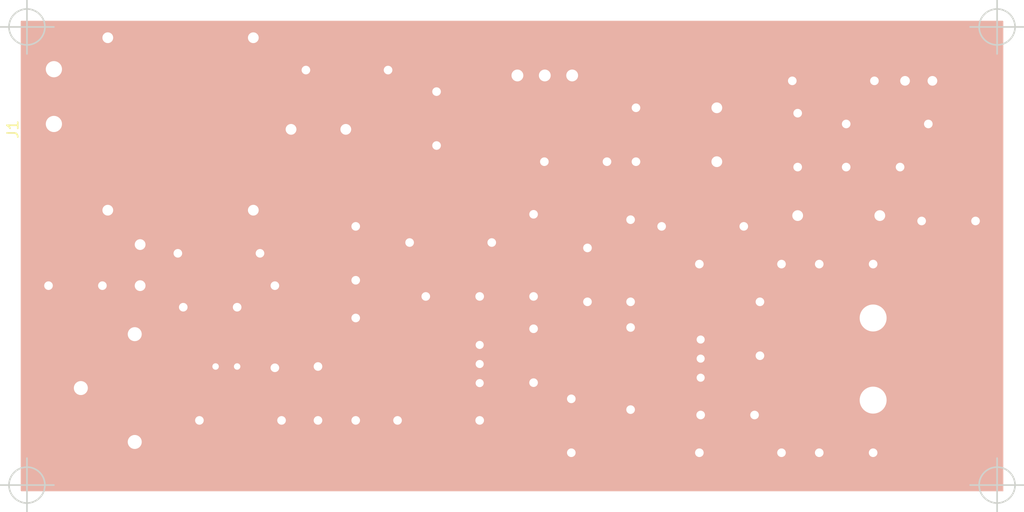
<source format=kicad_pcb>
(kicad_pcb (version 20171130) (host pcbnew "(5.0.1)-4")

  (general
    (thickness 1.6)
    (drawings 5)
    (tracks 239)
    (zones 0)
    (modules 46)
    (nets 24)
  )

  (page A4)
  (layers
    (0 F.Cu signal hide)
    (31 B.Cu signal)
    (32 B.Adhes user hide)
    (33 F.Adhes user hide)
    (34 B.Paste user hide)
    (35 F.Paste user hide)
    (36 B.SilkS user hide)
    (37 F.SilkS user hide)
    (38 B.Mask user hide)
    (39 F.Mask user hide)
    (40 Dwgs.User user hide)
    (41 Cmts.User user hide)
    (42 Eco1.User user hide)
    (43 Eco2.User user hide)
    (44 Edge.Cuts user)
    (45 Margin user)
    (46 B.CrtYd user hide)
    (47 F.CrtYd user)
    (48 B.Fab user hide)
    (49 F.Fab user)
  )

  (setup
    (last_trace_width 2)
    (trace_clearance 0.2)
    (zone_clearance 0.508)
    (zone_45_only no)
    (trace_min 0.2)
    (segment_width 0.2)
    (edge_width 0.15)
    (via_size 0.8)
    (via_drill 0.4)
    (via_min_size 0.4)
    (via_min_drill 0.3)
    (uvia_size 0.3)
    (uvia_drill 0.1)
    (uvias_allowed no)
    (uvia_min_size 0.2)
    (uvia_min_drill 0.1)
    (pcb_text_width 0.3)
    (pcb_text_size 1.5 1.5)
    (mod_edge_width 0.15)
    (mod_text_size 1 1)
    (mod_text_width 0.15)
    (pad_size 2 2)
    (pad_drill 1)
    (pad_to_mask_clearance 0.051)
    (solder_mask_min_width 0.25)
    (aux_axis_origin 12 12)
    (visible_elements 7FFFFFFF)
    (pcbplotparams
      (layerselection 0x00000_fffffffe)
      (usegerberextensions false)
      (usegerberattributes false)
      (usegerberadvancedattributes false)
      (creategerberjobfile false)
      (excludeedgelayer true)
      (linewidth 0.100000)
      (plotframeref false)
      (viasonmask false)
      (mode 1)
      (useauxorigin false)
      (hpglpennumber 1)
      (hpglpenspeed 20)
      (hpglpendiameter 15.000000)
      (psnegative false)
      (psa4output false)
      (plotreference true)
      (plotvalue true)
      (plotinvisibletext false)
      (padsonsilk false)
      (subtractmaskfromsilk false)
      (outputformat 1)
      (mirror false)
      (drillshape 0)
      (scaleselection 1)
      (outputdirectory "Nueva carpeta (3)/"))
  )

  (net 0 "")
  (net 1 "Net-(C1-Pad1)")
  (net 2 "Net-(C1-Pad2)")
  (net 3 GNDD)
  (net 4 "Net-(C2-Pad2)")
  (net 5 "Net-(C3-Pad1)")
  (net 6 "Net-(C3-Pad2)")
  (net 7 "Net-(C10-Pad1)")
  (net 8 "Net-(C8-Pad2)")
  (net 9 "Net-(C9-Pad2)")
  (net 10 "Net-(C11-Pad1)")
  (net 11 "Net-(C11-Pad2)")
  (net 12 "Net-(C13-Pad1)")
  (net 13 "Net-(C14-Pad1)")
  (net 14 "Net-(C15-Pad2)")
  (net 15 "Net-(C17-Pad2)")
  (net 16 "Net-(C18-Pad1)")
  (net 17 "Net-(J1-Pad1)")
  (net 18 "Net-(J1-Pad2)")
  (net 19 "Net-(L1-Pad2)")
  (net 20 "Net-(Q2-Pad1)")
  (net 21 "Net-(J2-Pad1)")
  (net 22 "Net-(D1-Pad2)")
  (net 23 "Net-(C10-Pad2)")

  (net_class Default "Esta es la clase de red por defecto."
    (clearance 0.2)
    (trace_width 2)
    (via_dia 0.8)
    (via_drill 0.4)
    (uvia_dia 0.3)
    (uvia_drill 0.1)
    (add_net GNDD)
    (add_net "Net-(C1-Pad1)")
    (add_net "Net-(C1-Pad2)")
    (add_net "Net-(C10-Pad1)")
    (add_net "Net-(C10-Pad2)")
    (add_net "Net-(C11-Pad1)")
    (add_net "Net-(C11-Pad2)")
    (add_net "Net-(C13-Pad1)")
    (add_net "Net-(C14-Pad1)")
    (add_net "Net-(C15-Pad2)")
    (add_net "Net-(C17-Pad2)")
    (add_net "Net-(C18-Pad1)")
    (add_net "Net-(C2-Pad2)")
    (add_net "Net-(C3-Pad1)")
    (add_net "Net-(C3-Pad2)")
    (add_net "Net-(C8-Pad2)")
    (add_net "Net-(C9-Pad2)")
    (add_net "Net-(D1-Pad2)")
    (add_net "Net-(J1-Pad1)")
    (add_net "Net-(J1-Pad2)")
    (add_net "Net-(J2-Pad1)")
    (add_net "Net-(L1-Pad2)")
    (add_net "Net-(Q2-Pad1)")
  )

  (module Capacitor_THT:C_Disc_D4.7mm_W2.5mm_P5.00mm (layer F.Cu) (tedit 5AE50EF0) (tstamp 63C00498)
    (at 14.5 36.5)
    (descr "C, Disc series, Radial, pin pitch=5.00mm, , diameter*width=4.7*2.5mm^2, Capacitor, http://www.vishay.com/docs/45233/krseries.pdf")
    (tags "C Disc series Radial pin pitch 5.00mm  diameter 4.7mm width 2.5mm Capacitor")
    (path /63BF2DD5)
    (fp_text reference C2 (at 2.5 -2.5) (layer F.SilkS)
      (effects (font (size 1 1) (thickness 0.15)))
    )
    (fp_text value C (at 2.5 2.5) (layer F.Fab)
      (effects (font (size 1 1) (thickness 0.15)))
    )
    (fp_line (start 0.15 -1.25) (end 0.15 1.25) (layer F.Fab) (width 0.1))
    (fp_line (start 0.15 1.25) (end 4.85 1.25) (layer F.Fab) (width 0.1))
    (fp_line (start 4.85 1.25) (end 4.85 -1.25) (layer F.Fab) (width 0.1))
    (fp_line (start 4.85 -1.25) (end 0.15 -1.25) (layer F.Fab) (width 0.1))
    (fp_line (start 0.03 -1.37) (end 4.97 -1.37) (layer F.SilkS) (width 0.12))
    (fp_line (start 0.03 1.37) (end 4.97 1.37) (layer F.SilkS) (width 0.12))
    (fp_line (start 0.03 -1.37) (end 0.03 -1.055) (layer F.SilkS) (width 0.12))
    (fp_line (start 0.03 1.055) (end 0.03 1.37) (layer F.SilkS) (width 0.12))
    (fp_line (start 4.97 -1.37) (end 4.97 -1.055) (layer F.SilkS) (width 0.12))
    (fp_line (start 4.97 1.055) (end 4.97 1.37) (layer F.SilkS) (width 0.12))
    (fp_line (start -1.05 -1.5) (end -1.05 1.5) (layer F.CrtYd) (width 0.05))
    (fp_line (start -1.05 1.5) (end 6.05 1.5) (layer F.CrtYd) (width 0.05))
    (fp_line (start 6.05 1.5) (end 6.05 -1.5) (layer F.CrtYd) (width 0.05))
    (fp_line (start 6.05 -1.5) (end -1.05 -1.5) (layer F.CrtYd) (width 0.05))
    (fp_text user %R (at 2.5 0) (layer F.Fab)
      (effects (font (size 0.94 0.94) (thickness 0.141)))
    )
    (pad 1 thru_hole circle (at 0 0) (size 1.6 1.6) (drill 0.8) (layers *.Cu *.Mask)
      (net 3 GNDD))
    (pad 2 thru_hole circle (at 5 0) (size 1.6 1.6) (drill 0.8) (layers *.Cu *.Mask)
      (net 4 "Net-(C2-Pad2)"))
    (model ${KISYS3DMOD}/Capacitor_THT.3dshapes/C_Disc_D4.7mm_W2.5mm_P5.00mm.wrl
      (at (xyz 0 0 0))
      (scale (xyz 1 1 1))
      (rotate (xyz 0 0 0))
    )
  )

  (module Capacitor_THT:CP_Radial_D4.0mm_P2.00mm (layer F.Cu) (tedit 5AE50EF0) (tstamp 63C00504)
    (at 30 44)
    (descr "CP, Radial series, Radial, pin pitch=2.00mm, , diameter=4mm, Electrolytic Capacitor")
    (tags "CP Radial series Radial pin pitch 2.00mm  diameter 4mm Electrolytic Capacitor")
    (path /63BF212C)
    (fp_text reference C3 (at 1 -3.25) (layer F.SilkS)
      (effects (font (size 1 1) (thickness 0.15)))
    )
    (fp_text value CP (at 1 3.25) (layer F.Fab)
      (effects (font (size 1 1) (thickness 0.15)))
    )
    (fp_circle (center 1 0) (end 3 0) (layer F.Fab) (width 0.1))
    (fp_circle (center 1 0) (end 3.12 0) (layer F.SilkS) (width 0.12))
    (fp_circle (center 1 0) (end 3.25 0) (layer F.CrtYd) (width 0.05))
    (fp_line (start -0.702554 -0.8675) (end -0.302554 -0.8675) (layer F.Fab) (width 0.1))
    (fp_line (start -0.502554 -1.0675) (end -0.502554 -0.6675) (layer F.Fab) (width 0.1))
    (fp_line (start 1 -2.08) (end 1 2.08) (layer F.SilkS) (width 0.12))
    (fp_line (start 1.04 -2.08) (end 1.04 2.08) (layer F.SilkS) (width 0.12))
    (fp_line (start 1.08 -2.079) (end 1.08 2.079) (layer F.SilkS) (width 0.12))
    (fp_line (start 1.12 -2.077) (end 1.12 2.077) (layer F.SilkS) (width 0.12))
    (fp_line (start 1.16 -2.074) (end 1.16 2.074) (layer F.SilkS) (width 0.12))
    (fp_line (start 1.2 -2.071) (end 1.2 -0.84) (layer F.SilkS) (width 0.12))
    (fp_line (start 1.2 0.84) (end 1.2 2.071) (layer F.SilkS) (width 0.12))
    (fp_line (start 1.24 -2.067) (end 1.24 -0.84) (layer F.SilkS) (width 0.12))
    (fp_line (start 1.24 0.84) (end 1.24 2.067) (layer F.SilkS) (width 0.12))
    (fp_line (start 1.28 -2.062) (end 1.28 -0.84) (layer F.SilkS) (width 0.12))
    (fp_line (start 1.28 0.84) (end 1.28 2.062) (layer F.SilkS) (width 0.12))
    (fp_line (start 1.32 -2.056) (end 1.32 -0.84) (layer F.SilkS) (width 0.12))
    (fp_line (start 1.32 0.84) (end 1.32 2.056) (layer F.SilkS) (width 0.12))
    (fp_line (start 1.36 -2.05) (end 1.36 -0.84) (layer F.SilkS) (width 0.12))
    (fp_line (start 1.36 0.84) (end 1.36 2.05) (layer F.SilkS) (width 0.12))
    (fp_line (start 1.4 -2.042) (end 1.4 -0.84) (layer F.SilkS) (width 0.12))
    (fp_line (start 1.4 0.84) (end 1.4 2.042) (layer F.SilkS) (width 0.12))
    (fp_line (start 1.44 -2.034) (end 1.44 -0.84) (layer F.SilkS) (width 0.12))
    (fp_line (start 1.44 0.84) (end 1.44 2.034) (layer F.SilkS) (width 0.12))
    (fp_line (start 1.48 -2.025) (end 1.48 -0.84) (layer F.SilkS) (width 0.12))
    (fp_line (start 1.48 0.84) (end 1.48 2.025) (layer F.SilkS) (width 0.12))
    (fp_line (start 1.52 -2.016) (end 1.52 -0.84) (layer F.SilkS) (width 0.12))
    (fp_line (start 1.52 0.84) (end 1.52 2.016) (layer F.SilkS) (width 0.12))
    (fp_line (start 1.56 -2.005) (end 1.56 -0.84) (layer F.SilkS) (width 0.12))
    (fp_line (start 1.56 0.84) (end 1.56 2.005) (layer F.SilkS) (width 0.12))
    (fp_line (start 1.6 -1.994) (end 1.6 -0.84) (layer F.SilkS) (width 0.12))
    (fp_line (start 1.6 0.84) (end 1.6 1.994) (layer F.SilkS) (width 0.12))
    (fp_line (start 1.64 -1.982) (end 1.64 -0.84) (layer F.SilkS) (width 0.12))
    (fp_line (start 1.64 0.84) (end 1.64 1.982) (layer F.SilkS) (width 0.12))
    (fp_line (start 1.68 -1.968) (end 1.68 -0.84) (layer F.SilkS) (width 0.12))
    (fp_line (start 1.68 0.84) (end 1.68 1.968) (layer F.SilkS) (width 0.12))
    (fp_line (start 1.721 -1.954) (end 1.721 -0.84) (layer F.SilkS) (width 0.12))
    (fp_line (start 1.721 0.84) (end 1.721 1.954) (layer F.SilkS) (width 0.12))
    (fp_line (start 1.761 -1.94) (end 1.761 -0.84) (layer F.SilkS) (width 0.12))
    (fp_line (start 1.761 0.84) (end 1.761 1.94) (layer F.SilkS) (width 0.12))
    (fp_line (start 1.801 -1.924) (end 1.801 -0.84) (layer F.SilkS) (width 0.12))
    (fp_line (start 1.801 0.84) (end 1.801 1.924) (layer F.SilkS) (width 0.12))
    (fp_line (start 1.841 -1.907) (end 1.841 -0.84) (layer F.SilkS) (width 0.12))
    (fp_line (start 1.841 0.84) (end 1.841 1.907) (layer F.SilkS) (width 0.12))
    (fp_line (start 1.881 -1.889) (end 1.881 -0.84) (layer F.SilkS) (width 0.12))
    (fp_line (start 1.881 0.84) (end 1.881 1.889) (layer F.SilkS) (width 0.12))
    (fp_line (start 1.921 -1.87) (end 1.921 -0.84) (layer F.SilkS) (width 0.12))
    (fp_line (start 1.921 0.84) (end 1.921 1.87) (layer F.SilkS) (width 0.12))
    (fp_line (start 1.961 -1.851) (end 1.961 -0.84) (layer F.SilkS) (width 0.12))
    (fp_line (start 1.961 0.84) (end 1.961 1.851) (layer F.SilkS) (width 0.12))
    (fp_line (start 2.001 -1.83) (end 2.001 -0.84) (layer F.SilkS) (width 0.12))
    (fp_line (start 2.001 0.84) (end 2.001 1.83) (layer F.SilkS) (width 0.12))
    (fp_line (start 2.041 -1.808) (end 2.041 -0.84) (layer F.SilkS) (width 0.12))
    (fp_line (start 2.041 0.84) (end 2.041 1.808) (layer F.SilkS) (width 0.12))
    (fp_line (start 2.081 -1.785) (end 2.081 -0.84) (layer F.SilkS) (width 0.12))
    (fp_line (start 2.081 0.84) (end 2.081 1.785) (layer F.SilkS) (width 0.12))
    (fp_line (start 2.121 -1.76) (end 2.121 -0.84) (layer F.SilkS) (width 0.12))
    (fp_line (start 2.121 0.84) (end 2.121 1.76) (layer F.SilkS) (width 0.12))
    (fp_line (start 2.161 -1.735) (end 2.161 -0.84) (layer F.SilkS) (width 0.12))
    (fp_line (start 2.161 0.84) (end 2.161 1.735) (layer F.SilkS) (width 0.12))
    (fp_line (start 2.201 -1.708) (end 2.201 -0.84) (layer F.SilkS) (width 0.12))
    (fp_line (start 2.201 0.84) (end 2.201 1.708) (layer F.SilkS) (width 0.12))
    (fp_line (start 2.241 -1.68) (end 2.241 -0.84) (layer F.SilkS) (width 0.12))
    (fp_line (start 2.241 0.84) (end 2.241 1.68) (layer F.SilkS) (width 0.12))
    (fp_line (start 2.281 -1.65) (end 2.281 -0.84) (layer F.SilkS) (width 0.12))
    (fp_line (start 2.281 0.84) (end 2.281 1.65) (layer F.SilkS) (width 0.12))
    (fp_line (start 2.321 -1.619) (end 2.321 -0.84) (layer F.SilkS) (width 0.12))
    (fp_line (start 2.321 0.84) (end 2.321 1.619) (layer F.SilkS) (width 0.12))
    (fp_line (start 2.361 -1.587) (end 2.361 -0.84) (layer F.SilkS) (width 0.12))
    (fp_line (start 2.361 0.84) (end 2.361 1.587) (layer F.SilkS) (width 0.12))
    (fp_line (start 2.401 -1.552) (end 2.401 -0.84) (layer F.SilkS) (width 0.12))
    (fp_line (start 2.401 0.84) (end 2.401 1.552) (layer F.SilkS) (width 0.12))
    (fp_line (start 2.441 -1.516) (end 2.441 -0.84) (layer F.SilkS) (width 0.12))
    (fp_line (start 2.441 0.84) (end 2.441 1.516) (layer F.SilkS) (width 0.12))
    (fp_line (start 2.481 -1.478) (end 2.481 -0.84) (layer F.SilkS) (width 0.12))
    (fp_line (start 2.481 0.84) (end 2.481 1.478) (layer F.SilkS) (width 0.12))
    (fp_line (start 2.521 -1.438) (end 2.521 -0.84) (layer F.SilkS) (width 0.12))
    (fp_line (start 2.521 0.84) (end 2.521 1.438) (layer F.SilkS) (width 0.12))
    (fp_line (start 2.561 -1.396) (end 2.561 -0.84) (layer F.SilkS) (width 0.12))
    (fp_line (start 2.561 0.84) (end 2.561 1.396) (layer F.SilkS) (width 0.12))
    (fp_line (start 2.601 -1.351) (end 2.601 -0.84) (layer F.SilkS) (width 0.12))
    (fp_line (start 2.601 0.84) (end 2.601 1.351) (layer F.SilkS) (width 0.12))
    (fp_line (start 2.641 -1.304) (end 2.641 -0.84) (layer F.SilkS) (width 0.12))
    (fp_line (start 2.641 0.84) (end 2.641 1.304) (layer F.SilkS) (width 0.12))
    (fp_line (start 2.681 -1.254) (end 2.681 -0.84) (layer F.SilkS) (width 0.12))
    (fp_line (start 2.681 0.84) (end 2.681 1.254) (layer F.SilkS) (width 0.12))
    (fp_line (start 2.721 -1.2) (end 2.721 -0.84) (layer F.SilkS) (width 0.12))
    (fp_line (start 2.721 0.84) (end 2.721 1.2) (layer F.SilkS) (width 0.12))
    (fp_line (start 2.761 -1.142) (end 2.761 -0.84) (layer F.SilkS) (width 0.12))
    (fp_line (start 2.761 0.84) (end 2.761 1.142) (layer F.SilkS) (width 0.12))
    (fp_line (start 2.801 -1.08) (end 2.801 -0.84) (layer F.SilkS) (width 0.12))
    (fp_line (start 2.801 0.84) (end 2.801 1.08) (layer F.SilkS) (width 0.12))
    (fp_line (start 2.841 -1.013) (end 2.841 1.013) (layer F.SilkS) (width 0.12))
    (fp_line (start 2.881 -0.94) (end 2.881 0.94) (layer F.SilkS) (width 0.12))
    (fp_line (start 2.921 -0.859) (end 2.921 0.859) (layer F.SilkS) (width 0.12))
    (fp_line (start 2.961 -0.768) (end 2.961 0.768) (layer F.SilkS) (width 0.12))
    (fp_line (start 3.001 -0.664) (end 3.001 0.664) (layer F.SilkS) (width 0.12))
    (fp_line (start 3.041 -0.537) (end 3.041 0.537) (layer F.SilkS) (width 0.12))
    (fp_line (start 3.081 -0.37) (end 3.081 0.37) (layer F.SilkS) (width 0.12))
    (fp_line (start -1.269801 -1.195) (end -0.869801 -1.195) (layer F.SilkS) (width 0.12))
    (fp_line (start -1.069801 -1.395) (end -1.069801 -0.995) (layer F.SilkS) (width 0.12))
    (fp_text user %R (at 1 0) (layer F.Fab)
      (effects (font (size 0.8 0.8) (thickness 0.12)))
    )
    (pad 1 thru_hole rect (at 0 0) (size 1.2 1.2) (drill 0.6) (layers *.Cu *.Mask)
      (net 5 "Net-(C3-Pad1)"))
    (pad 2 thru_hole circle (at 2 0) (size 1.2 1.2) (drill 0.6) (layers *.Cu *.Mask)
      (net 6 "Net-(C3-Pad2)"))
    (model ${KISYS3DMOD}/Capacitor_THT.3dshapes/CP_Radial_D4.0mm_P2.00mm.wrl
      (at (xyz 0 0 0))
      (scale (xyz 1 1 1))
      (rotate (xyz 0 0 0))
    )
  )

  (module Capacitor_THT:C_Disc_D4.7mm_W2.5mm_P5.00mm (layer F.Cu) (tedit 5AE50EF0) (tstamp 63C00519)
    (at 27 38.5)
    (descr "C, Disc series, Radial, pin pitch=5.00mm, , diameter*width=4.7*2.5mm^2, Capacitor, http://www.vishay.com/docs/45233/krseries.pdf")
    (tags "C Disc series Radial pin pitch 5.00mm  diameter 4.7mm width 2.5mm Capacitor")
    (path /63BF2A17)
    (fp_text reference C4 (at 2.5 -2.5) (layer F.SilkS)
      (effects (font (size 1 1) (thickness 0.15)))
    )
    (fp_text value C (at 2.5 2.5) (layer F.Fab)
      (effects (font (size 1 1) (thickness 0.15)))
    )
    (fp_text user %R (at 2.5 0) (layer F.Fab)
      (effects (font (size 0.94 0.94) (thickness 0.141)))
    )
    (fp_line (start 6.05 -1.5) (end -1.05 -1.5) (layer F.CrtYd) (width 0.05))
    (fp_line (start 6.05 1.5) (end 6.05 -1.5) (layer F.CrtYd) (width 0.05))
    (fp_line (start -1.05 1.5) (end 6.05 1.5) (layer F.CrtYd) (width 0.05))
    (fp_line (start -1.05 -1.5) (end -1.05 1.5) (layer F.CrtYd) (width 0.05))
    (fp_line (start 4.97 1.055) (end 4.97 1.37) (layer F.SilkS) (width 0.12))
    (fp_line (start 4.97 -1.37) (end 4.97 -1.055) (layer F.SilkS) (width 0.12))
    (fp_line (start 0.03 1.055) (end 0.03 1.37) (layer F.SilkS) (width 0.12))
    (fp_line (start 0.03 -1.37) (end 0.03 -1.055) (layer F.SilkS) (width 0.12))
    (fp_line (start 0.03 1.37) (end 4.97 1.37) (layer F.SilkS) (width 0.12))
    (fp_line (start 0.03 -1.37) (end 4.97 -1.37) (layer F.SilkS) (width 0.12))
    (fp_line (start 4.85 -1.25) (end 0.15 -1.25) (layer F.Fab) (width 0.1))
    (fp_line (start 4.85 1.25) (end 4.85 -1.25) (layer F.Fab) (width 0.1))
    (fp_line (start 0.15 1.25) (end 4.85 1.25) (layer F.Fab) (width 0.1))
    (fp_line (start 0.15 -1.25) (end 0.15 1.25) (layer F.Fab) (width 0.1))
    (pad 2 thru_hole circle (at 5 0) (size 1.6 1.6) (drill 0.8) (layers *.Cu *.Mask)
      (net 6 "Net-(C3-Pad2)"))
    (pad 1 thru_hole circle (at 0 0) (size 1.6 1.6) (drill 0.8) (layers *.Cu *.Mask)
      (net 5 "Net-(C3-Pad1)"))
    (model ${KISYS3DMOD}/Capacitor_THT.3dshapes/C_Disc_D4.7mm_W2.5mm_P5.00mm.wrl
      (at (xyz 0 0 0))
      (scale (xyz 1 1 1))
      (rotate (xyz 0 0 0))
    )
  )

  (module Capacitor_THT:C_Disc_D4.7mm_W2.5mm_P5.00mm (layer F.Cu) (tedit 5AE50EF0) (tstamp 63C00624)
    (at 69 20 270)
    (descr "C, Disc series, Radial, pin pitch=5.00mm, , diameter*width=4.7*2.5mm^2, Capacitor, http://www.vishay.com/docs/45233/krseries.pdf")
    (tags "C Disc series Radial pin pitch 5.00mm  diameter 4.7mm width 2.5mm Capacitor")
    (path /63BF3CCF)
    (fp_text reference C6 (at 2.5 -2.5 270) (layer F.SilkS)
      (effects (font (size 1 1) (thickness 0.15)))
    )
    (fp_text value C (at 2.5 2.5 270) (layer F.Fab)
      (effects (font (size 1 1) (thickness 0.15)))
    )
    (fp_line (start 0.15 -1.25) (end 0.15 1.25) (layer F.Fab) (width 0.1))
    (fp_line (start 0.15 1.25) (end 4.85 1.25) (layer F.Fab) (width 0.1))
    (fp_line (start 4.85 1.25) (end 4.85 -1.25) (layer F.Fab) (width 0.1))
    (fp_line (start 4.85 -1.25) (end 0.15 -1.25) (layer F.Fab) (width 0.1))
    (fp_line (start 0.03 -1.37) (end 4.97 -1.37) (layer F.SilkS) (width 0.12))
    (fp_line (start 0.03 1.37) (end 4.97 1.37) (layer F.SilkS) (width 0.12))
    (fp_line (start 0.03 -1.37) (end 0.03 -1.055) (layer F.SilkS) (width 0.12))
    (fp_line (start 0.03 1.055) (end 0.03 1.37) (layer F.SilkS) (width 0.12))
    (fp_line (start 4.97 -1.37) (end 4.97 -1.055) (layer F.SilkS) (width 0.12))
    (fp_line (start 4.97 1.055) (end 4.97 1.37) (layer F.SilkS) (width 0.12))
    (fp_line (start -1.05 -1.5) (end -1.05 1.5) (layer F.CrtYd) (width 0.05))
    (fp_line (start -1.05 1.5) (end 6.05 1.5) (layer F.CrtYd) (width 0.05))
    (fp_line (start 6.05 1.5) (end 6.05 -1.5) (layer F.CrtYd) (width 0.05))
    (fp_line (start 6.05 -1.5) (end -1.05 -1.5) (layer F.CrtYd) (width 0.05))
    (fp_text user %R (at 2.5 0 270) (layer F.Fab)
      (effects (font (size 0.94 0.94) (thickness 0.141)))
    )
    (pad 1 thru_hole circle (at 0 0 270) (size 1.6 1.6) (drill 0.8) (layers *.Cu *.Mask)
      (net 7 "Net-(C10-Pad1)"))
    (pad 2 thru_hole circle (at 5 0 270) (size 1.6 1.6) (drill 0.8) (layers *.Cu *.Mask)
      (net 3 GNDD))
    (model ${KISYS3DMOD}/Capacitor_THT.3dshapes/C_Disc_D4.7mm_W2.5mm_P5.00mm.wrl
      (at (xyz 0 0 0))
      (scale (xyz 1 1 1))
      (rotate (xyz 0 0 0))
    )
  )

  (module Capacitor_THT:C_Disc_D4.7mm_W2.5mm_P5.00mm (layer F.Cu) (tedit 5AE50EF0) (tstamp 63C00639)
    (at 39.5 44 270)
    (descr "C, Disc series, Radial, pin pitch=5.00mm, , diameter*width=4.7*2.5mm^2, Capacitor, http://www.vishay.com/docs/45233/krseries.pdf")
    (tags "C Disc series Radial pin pitch 5.00mm  diameter 4.7mm width 2.5mm Capacitor")
    (path /63BF1426)
    (fp_text reference C7 (at 2.5 -2.5 270) (layer F.SilkS)
      (effects (font (size 1 1) (thickness 0.15)))
    )
    (fp_text value C (at 2.5 2.5 270) (layer F.Fab)
      (effects (font (size 1 1) (thickness 0.15)))
    )
    (fp_text user %R (at 2.5 0 270) (layer F.Fab)
      (effects (font (size 0.94 0.94) (thickness 0.141)))
    )
    (fp_line (start 6.05 -1.5) (end -1.05 -1.5) (layer F.CrtYd) (width 0.05))
    (fp_line (start 6.05 1.5) (end 6.05 -1.5) (layer F.CrtYd) (width 0.05))
    (fp_line (start -1.05 1.5) (end 6.05 1.5) (layer F.CrtYd) (width 0.05))
    (fp_line (start -1.05 -1.5) (end -1.05 1.5) (layer F.CrtYd) (width 0.05))
    (fp_line (start 4.97 1.055) (end 4.97 1.37) (layer F.SilkS) (width 0.12))
    (fp_line (start 4.97 -1.37) (end 4.97 -1.055) (layer F.SilkS) (width 0.12))
    (fp_line (start 0.03 1.055) (end 0.03 1.37) (layer F.SilkS) (width 0.12))
    (fp_line (start 0.03 -1.37) (end 0.03 -1.055) (layer F.SilkS) (width 0.12))
    (fp_line (start 0.03 1.37) (end 4.97 1.37) (layer F.SilkS) (width 0.12))
    (fp_line (start 0.03 -1.37) (end 4.97 -1.37) (layer F.SilkS) (width 0.12))
    (fp_line (start 4.85 -1.25) (end 0.15 -1.25) (layer F.Fab) (width 0.1))
    (fp_line (start 4.85 1.25) (end 4.85 -1.25) (layer F.Fab) (width 0.1))
    (fp_line (start 0.15 1.25) (end 4.85 1.25) (layer F.Fab) (width 0.1))
    (fp_line (start 0.15 -1.25) (end 0.15 1.25) (layer F.Fab) (width 0.1))
    (pad 2 thru_hole circle (at 5 0 270) (size 1.6 1.6) (drill 0.8) (layers *.Cu *.Mask)
      (net 3 GNDD))
    (pad 1 thru_hole circle (at 0 0 270) (size 1.6 1.6) (drill 0.8) (layers *.Cu *.Mask)
      (net 6 "Net-(C3-Pad2)"))
    (model ${KISYS3DMOD}/Capacitor_THT.3dshapes/C_Disc_D4.7mm_W2.5mm_P5.00mm.wrl
      (at (xyz 0 0 0))
      (scale (xyz 1 1 1))
      (rotate (xyz 0 0 0))
    )
  )

  (module Capacitor_THT:C_Rect_L7.2mm_W3.5mm_P5.00mm_FKS2_FKP2_MKS2_MKP2 (layer F.Cu) (tedit 5AE50EF0) (tstamp 63C0064C)
    (at 49.5 37.5)
    (descr "C, Rect series, Radial, pin pitch=5.00mm, , length*width=7.2*3.5mm^2, Capacitor, http://www.wima.com/EN/WIMA_FKS_2.pdf")
    (tags "C Rect series Radial pin pitch 5.00mm  length 7.2mm width 3.5mm Capacitor")
    (path /63BEF4BE)
    (fp_text reference C8 (at 2.5 -3) (layer F.SilkS)
      (effects (font (size 1 1) (thickness 0.15)))
    )
    (fp_text value C_Variable (at 2.5 3) (layer F.Fab)
      (effects (font (size 1 1) (thickness 0.15)))
    )
    (fp_line (start -1.1 -1.75) (end -1.1 1.75) (layer F.Fab) (width 0.1))
    (fp_line (start -1.1 1.75) (end 6.1 1.75) (layer F.Fab) (width 0.1))
    (fp_line (start 6.1 1.75) (end 6.1 -1.75) (layer F.Fab) (width 0.1))
    (fp_line (start 6.1 -1.75) (end -1.1 -1.75) (layer F.Fab) (width 0.1))
    (fp_line (start -1.22 -1.87) (end 6.22 -1.87) (layer F.SilkS) (width 0.12))
    (fp_line (start -1.22 1.87) (end 6.22 1.87) (layer F.SilkS) (width 0.12))
    (fp_line (start -1.22 -1.87) (end -1.22 1.87) (layer F.SilkS) (width 0.12))
    (fp_line (start 6.22 -1.87) (end 6.22 1.87) (layer F.SilkS) (width 0.12))
    (fp_line (start -1.35 -2) (end -1.35 2) (layer F.CrtYd) (width 0.05))
    (fp_line (start -1.35 2) (end 6.35 2) (layer F.CrtYd) (width 0.05))
    (fp_line (start 6.35 2) (end 6.35 -2) (layer F.CrtYd) (width 0.05))
    (fp_line (start 6.35 -2) (end -1.35 -2) (layer F.CrtYd) (width 0.05))
    (fp_text user %R (at 2.5 0) (layer F.Fab)
      (effects (font (size 1 1) (thickness 0.15)))
    )
    (pad 1 thru_hole circle (at 0 0) (size 1.6 1.6) (drill 0.8) (layers *.Cu *.Mask)
      (net 7 "Net-(C10-Pad1)"))
    (pad 2 thru_hole circle (at 5 0) (size 1.6 1.6) (drill 0.8) (layers *.Cu *.Mask)
      (net 8 "Net-(C8-Pad2)"))
    (model ${KISYS3DMOD}/Capacitor_THT.3dshapes/C_Rect_L7.2mm_W3.5mm_P5.00mm_FKS2_FKP2_MKS2_MKP2.wrl
      (at (xyz 0 0 0))
      (scale (xyz 1 1 1))
      (rotate (xyz 0 0 0))
    )
  )

  (module Capacitor_THT:C_Disc_D4.7mm_W2.5mm_P5.00mm (layer F.Cu) (tedit 5AE50EF0) (tstamp 63C00661)
    (at 59.5 40.5 270)
    (descr "C, Disc series, Radial, pin pitch=5.00mm, , diameter*width=4.7*2.5mm^2, Capacitor, http://www.vishay.com/docs/45233/krseries.pdf")
    (tags "C Disc series Radial pin pitch 5.00mm  diameter 4.7mm width 2.5mm Capacitor")
    (path /63B08134)
    (fp_text reference C9 (at 2.5 -2.5 270) (layer F.SilkS)
      (effects (font (size 1 1) (thickness 0.15)))
    )
    (fp_text value C (at 2.5 2.5 270) (layer F.Fab)
      (effects (font (size 1 1) (thickness 0.15)))
    )
    (fp_line (start 0.15 -1.25) (end 0.15 1.25) (layer F.Fab) (width 0.1))
    (fp_line (start 0.15 1.25) (end 4.85 1.25) (layer F.Fab) (width 0.1))
    (fp_line (start 4.85 1.25) (end 4.85 -1.25) (layer F.Fab) (width 0.1))
    (fp_line (start 4.85 -1.25) (end 0.15 -1.25) (layer F.Fab) (width 0.1))
    (fp_line (start 0.03 -1.37) (end 4.97 -1.37) (layer F.SilkS) (width 0.12))
    (fp_line (start 0.03 1.37) (end 4.97 1.37) (layer F.SilkS) (width 0.12))
    (fp_line (start 0.03 -1.37) (end 0.03 -1.055) (layer F.SilkS) (width 0.12))
    (fp_line (start 0.03 1.055) (end 0.03 1.37) (layer F.SilkS) (width 0.12))
    (fp_line (start 4.97 -1.37) (end 4.97 -1.055) (layer F.SilkS) (width 0.12))
    (fp_line (start 4.97 1.055) (end 4.97 1.37) (layer F.SilkS) (width 0.12))
    (fp_line (start -1.05 -1.5) (end -1.05 1.5) (layer F.CrtYd) (width 0.05))
    (fp_line (start -1.05 1.5) (end 6.05 1.5) (layer F.CrtYd) (width 0.05))
    (fp_line (start 6.05 1.5) (end 6.05 -1.5) (layer F.CrtYd) (width 0.05))
    (fp_line (start 6.05 -1.5) (end -1.05 -1.5) (layer F.CrtYd) (width 0.05))
    (fp_text user %R (at 2.5 0 270) (layer F.Fab)
      (effects (font (size 0.94 0.94) (thickness 0.141)))
    )
    (pad 1 thru_hole circle (at 0 0 270) (size 1.6 1.6) (drill 0.8) (layers *.Cu *.Mask)
      (net 8 "Net-(C8-Pad2)"))
    (pad 2 thru_hole circle (at 5 0 270) (size 1.6 1.6) (drill 0.8) (layers *.Cu *.Mask)
      (net 9 "Net-(C9-Pad2)"))
    (model ${KISYS3DMOD}/Capacitor_THT.3dshapes/C_Disc_D4.7mm_W2.5mm_P5.00mm.wrl
      (at (xyz 0 0 0))
      (scale (xyz 1 1 1))
      (rotate (xyz 0 0 0))
    )
  )

  (module Capacitor_THT:C_Disc_D4.7mm_W2.5mm_P5.00mm (layer F.Cu) (tedit 5AE50EF0) (tstamp 63C00676)
    (at 43 31 270)
    (descr "C, Disc series, Radial, pin pitch=5.00mm, , diameter*width=4.7*2.5mm^2, Capacitor, http://www.vishay.com/docs/45233/krseries.pdf")
    (tags "C Disc series Radial pin pitch 5.00mm  diameter 4.7mm width 2.5mm Capacitor")
    (path /63BF3BBF)
    (fp_text reference C10 (at 2.5 -2.5 270) (layer F.SilkS)
      (effects (font (size 1 1) (thickness 0.15)))
    )
    (fp_text value C (at 2.5 2.5 270) (layer F.Fab)
      (effects (font (size 1 1) (thickness 0.15)))
    )
    (fp_text user %R (at 2.5 0 270) (layer F.Fab)
      (effects (font (size 0.94 0.94) (thickness 0.141)))
    )
    (fp_line (start 6.05 -1.5) (end -1.05 -1.5) (layer F.CrtYd) (width 0.05))
    (fp_line (start 6.05 1.5) (end 6.05 -1.5) (layer F.CrtYd) (width 0.05))
    (fp_line (start -1.05 1.5) (end 6.05 1.5) (layer F.CrtYd) (width 0.05))
    (fp_line (start -1.05 -1.5) (end -1.05 1.5) (layer F.CrtYd) (width 0.05))
    (fp_line (start 4.97 1.055) (end 4.97 1.37) (layer F.SilkS) (width 0.12))
    (fp_line (start 4.97 -1.37) (end 4.97 -1.055) (layer F.SilkS) (width 0.12))
    (fp_line (start 0.03 1.055) (end 0.03 1.37) (layer F.SilkS) (width 0.12))
    (fp_line (start 0.03 -1.37) (end 0.03 -1.055) (layer F.SilkS) (width 0.12))
    (fp_line (start 0.03 1.37) (end 4.97 1.37) (layer F.SilkS) (width 0.12))
    (fp_line (start 0.03 -1.37) (end 4.97 -1.37) (layer F.SilkS) (width 0.12))
    (fp_line (start 4.85 -1.25) (end 0.15 -1.25) (layer F.Fab) (width 0.1))
    (fp_line (start 4.85 1.25) (end 4.85 -1.25) (layer F.Fab) (width 0.1))
    (fp_line (start 0.15 1.25) (end 4.85 1.25) (layer F.Fab) (width 0.1))
    (fp_line (start 0.15 -1.25) (end 0.15 1.25) (layer F.Fab) (width 0.1))
    (pad 2 thru_hole circle (at 5 0 270) (size 1.6 1.6) (drill 0.8) (layers *.Cu *.Mask)
      (net 23 "Net-(C10-Pad2)"))
    (pad 1 thru_hole circle (at 0 0 270) (size 1.6 1.6) (drill 0.8) (layers *.Cu *.Mask)
      (net 7 "Net-(C10-Pad1)"))
    (model ${KISYS3DMOD}/Capacitor_THT.3dshapes/C_Disc_D4.7mm_W2.5mm_P5.00mm.wrl
      (at (xyz 0 0 0))
      (scale (xyz 1 1 1))
      (rotate (xyz 0 0 0))
    )
  )

  (module Capacitor_THT:C_Disc_D4.7mm_W2.5mm_P5.00mm (layer F.Cu) (tedit 5AE50EF0) (tstamp 63C0068B)
    (at 64.5 38 90)
    (descr "C, Disc series, Radial, pin pitch=5.00mm, , diameter*width=4.7*2.5mm^2, Capacitor, http://www.vishay.com/docs/45233/krseries.pdf")
    (tags "C Disc series Radial pin pitch 5.00mm  diameter 4.7mm width 2.5mm Capacitor")
    (path /63BF4127)
    (fp_text reference C11 (at 2.5 -2.5 90) (layer F.SilkS)
      (effects (font (size 1 1) (thickness 0.15)))
    )
    (fp_text value C (at 2.5 2.5 90) (layer F.Fab)
      (effects (font (size 1 1) (thickness 0.15)))
    )
    (fp_line (start 0.15 -1.25) (end 0.15 1.25) (layer F.Fab) (width 0.1))
    (fp_line (start 0.15 1.25) (end 4.85 1.25) (layer F.Fab) (width 0.1))
    (fp_line (start 4.85 1.25) (end 4.85 -1.25) (layer F.Fab) (width 0.1))
    (fp_line (start 4.85 -1.25) (end 0.15 -1.25) (layer F.Fab) (width 0.1))
    (fp_line (start 0.03 -1.37) (end 4.97 -1.37) (layer F.SilkS) (width 0.12))
    (fp_line (start 0.03 1.37) (end 4.97 1.37) (layer F.SilkS) (width 0.12))
    (fp_line (start 0.03 -1.37) (end 0.03 -1.055) (layer F.SilkS) (width 0.12))
    (fp_line (start 0.03 1.055) (end 0.03 1.37) (layer F.SilkS) (width 0.12))
    (fp_line (start 4.97 -1.37) (end 4.97 -1.055) (layer F.SilkS) (width 0.12))
    (fp_line (start 4.97 1.055) (end 4.97 1.37) (layer F.SilkS) (width 0.12))
    (fp_line (start -1.05 -1.5) (end -1.05 1.5) (layer F.CrtYd) (width 0.05))
    (fp_line (start -1.05 1.5) (end 6.05 1.5) (layer F.CrtYd) (width 0.05))
    (fp_line (start 6.05 1.5) (end 6.05 -1.5) (layer F.CrtYd) (width 0.05))
    (fp_line (start 6.05 -1.5) (end -1.05 -1.5) (layer F.CrtYd) (width 0.05))
    (fp_text user %R (at 2.5 0 90) (layer F.Fab)
      (effects (font (size 0.94 0.94) (thickness 0.141)))
    )
    (pad 1 thru_hole circle (at 0 0 90) (size 1.6 1.6) (drill 0.8) (layers *.Cu *.Mask)
      (net 10 "Net-(C11-Pad1)"))
    (pad 2 thru_hole circle (at 5 0 90) (size 1.6 1.6) (drill 0.8) (layers *.Cu *.Mask)
      (net 11 "Net-(C11-Pad2)"))
    (model ${KISYS3DMOD}/Capacitor_THT.3dshapes/C_Disc_D4.7mm_W2.5mm_P5.00mm.wrl
      (at (xyz 0 0 0))
      (scale (xyz 1 1 1))
      (rotate (xyz 0 0 0))
    )
  )

  (module Capacitor_THT:C_Disc_D4.7mm_W2.5mm_P5.00mm (layer F.Cu) (tedit 5AE50EF0) (tstamp 63C006A0)
    (at 80.5 38 270)
    (descr "C, Disc series, Radial, pin pitch=5.00mm, , diameter*width=4.7*2.5mm^2, Capacitor, http://www.vishay.com/docs/45233/krseries.pdf")
    (tags "C Disc series Radial pin pitch 5.00mm  diameter 4.7mm width 2.5mm Capacitor")
    (path /63C19743)
    (fp_text reference C12 (at 2.5 -2.5 270) (layer F.SilkS)
      (effects (font (size 1 1) (thickness 0.15)))
    )
    (fp_text value C (at 2.5 2.5 270) (layer F.Fab)
      (effects (font (size 1 1) (thickness 0.15)))
    )
    (fp_line (start 0.15 -1.25) (end 0.15 1.25) (layer F.Fab) (width 0.1))
    (fp_line (start 0.15 1.25) (end 4.85 1.25) (layer F.Fab) (width 0.1))
    (fp_line (start 4.85 1.25) (end 4.85 -1.25) (layer F.Fab) (width 0.1))
    (fp_line (start 4.85 -1.25) (end 0.15 -1.25) (layer F.Fab) (width 0.1))
    (fp_line (start 0.03 -1.37) (end 4.97 -1.37) (layer F.SilkS) (width 0.12))
    (fp_line (start 0.03 1.37) (end 4.97 1.37) (layer F.SilkS) (width 0.12))
    (fp_line (start 0.03 -1.37) (end 0.03 -1.055) (layer F.SilkS) (width 0.12))
    (fp_line (start 0.03 1.055) (end 0.03 1.37) (layer F.SilkS) (width 0.12))
    (fp_line (start 4.97 -1.37) (end 4.97 -1.055) (layer F.SilkS) (width 0.12))
    (fp_line (start 4.97 1.055) (end 4.97 1.37) (layer F.SilkS) (width 0.12))
    (fp_line (start -1.05 -1.5) (end -1.05 1.5) (layer F.CrtYd) (width 0.05))
    (fp_line (start -1.05 1.5) (end 6.05 1.5) (layer F.CrtYd) (width 0.05))
    (fp_line (start 6.05 1.5) (end 6.05 -1.5) (layer F.CrtYd) (width 0.05))
    (fp_line (start 6.05 -1.5) (end -1.05 -1.5) (layer F.CrtYd) (width 0.05))
    (fp_text user %R (at 2.5 0 270) (layer F.Fab)
      (effects (font (size 0.94 0.94) (thickness 0.141)))
    )
    (pad 1 thru_hole circle (at 0 0 270) (size 1.6 1.6) (drill 0.8) (layers *.Cu *.Mask)
      (net 7 "Net-(C10-Pad1)"))
    (pad 2 thru_hole circle (at 5 0 270) (size 1.6 1.6) (drill 0.8) (layers *.Cu *.Mask)
      (net 10 "Net-(C11-Pad1)"))
    (model ${KISYS3DMOD}/Capacitor_THT.3dshapes/C_Disc_D4.7mm_W2.5mm_P5.00mm.wrl
      (at (xyz 0 0 0))
      (scale (xyz 1 1 1))
      (rotate (xyz 0 0 0))
    )
  )

  (module Capacitor_THT:C_Disc_D4.7mm_W2.5mm_P5.00mm (layer F.Cu) (tedit 5AE50EF0) (tstamp 63C006B5)
    (at 75 48.5)
    (descr "C, Disc series, Radial, pin pitch=5.00mm, , diameter*width=4.7*2.5mm^2, Capacitor, http://www.vishay.com/docs/45233/krseries.pdf")
    (tags "C Disc series Radial pin pitch 5.00mm  diameter 4.7mm width 2.5mm Capacitor")
    (path /63CAC5F6)
    (fp_text reference C13 (at 2.5 -2.5) (layer F.SilkS)
      (effects (font (size 1 1) (thickness 0.15)))
    )
    (fp_text value C (at 2.5 2.5) (layer F.Fab)
      (effects (font (size 1 1) (thickness 0.15)))
    )
    (fp_line (start 0.15 -1.25) (end 0.15 1.25) (layer F.Fab) (width 0.1))
    (fp_line (start 0.15 1.25) (end 4.85 1.25) (layer F.Fab) (width 0.1))
    (fp_line (start 4.85 1.25) (end 4.85 -1.25) (layer F.Fab) (width 0.1))
    (fp_line (start 4.85 -1.25) (end 0.15 -1.25) (layer F.Fab) (width 0.1))
    (fp_line (start 0.03 -1.37) (end 4.97 -1.37) (layer F.SilkS) (width 0.12))
    (fp_line (start 0.03 1.37) (end 4.97 1.37) (layer F.SilkS) (width 0.12))
    (fp_line (start 0.03 -1.37) (end 0.03 -1.055) (layer F.SilkS) (width 0.12))
    (fp_line (start 0.03 1.055) (end 0.03 1.37) (layer F.SilkS) (width 0.12))
    (fp_line (start 4.97 -1.37) (end 4.97 -1.055) (layer F.SilkS) (width 0.12))
    (fp_line (start 4.97 1.055) (end 4.97 1.37) (layer F.SilkS) (width 0.12))
    (fp_line (start -1.05 -1.5) (end -1.05 1.5) (layer F.CrtYd) (width 0.05))
    (fp_line (start -1.05 1.5) (end 6.05 1.5) (layer F.CrtYd) (width 0.05))
    (fp_line (start 6.05 1.5) (end 6.05 -1.5) (layer F.CrtYd) (width 0.05))
    (fp_line (start 6.05 -1.5) (end -1.05 -1.5) (layer F.CrtYd) (width 0.05))
    (fp_text user %R (at 2.5 0) (layer F.Fab)
      (effects (font (size 0.94 0.94) (thickness 0.141)))
    )
    (pad 1 thru_hole circle (at 0 0) (size 1.6 1.6) (drill 0.8) (layers *.Cu *.Mask)
      (net 12 "Net-(C13-Pad1)"))
    (pad 2 thru_hole circle (at 5 0) (size 1.6 1.6) (drill 0.8) (layers *.Cu *.Mask)
      (net 3 GNDD))
    (model ${KISYS3DMOD}/Capacitor_THT.3dshapes/C_Disc_D4.7mm_W2.5mm_P5.00mm.wrl
      (at (xyz 0 0 0))
      (scale (xyz 1 1 1))
      (rotate (xyz 0 0 0))
    )
  )

  (module Capacitor_THT:C_Disc_D4.7mm_W2.5mm_P5.00mm (layer F.Cu) (tedit 5AE50EF0) (tstamp 63C006CA)
    (at 93.5 25.5 180)
    (descr "C, Disc series, Radial, pin pitch=5.00mm, , diameter*width=4.7*2.5mm^2, Capacitor, http://www.vishay.com/docs/45233/krseries.pdf")
    (tags "C Disc series Radial pin pitch 5.00mm  diameter 4.7mm width 2.5mm Capacitor")
    (path /63BF33F9)
    (fp_text reference C14 (at 2.5 -2.5 180) (layer F.SilkS)
      (effects (font (size 1 1) (thickness 0.15)))
    )
    (fp_text value C (at 2.5 2.5 180) (layer F.Fab)
      (effects (font (size 1 1) (thickness 0.15)))
    )
    (fp_text user %R (at 2.5 0 180) (layer F.Fab)
      (effects (font (size 0.94 0.94) (thickness 0.141)))
    )
    (fp_line (start 6.05 -1.5) (end -1.05 -1.5) (layer F.CrtYd) (width 0.05))
    (fp_line (start 6.05 1.5) (end 6.05 -1.5) (layer F.CrtYd) (width 0.05))
    (fp_line (start -1.05 1.5) (end 6.05 1.5) (layer F.CrtYd) (width 0.05))
    (fp_line (start -1.05 -1.5) (end -1.05 1.5) (layer F.CrtYd) (width 0.05))
    (fp_line (start 4.97 1.055) (end 4.97 1.37) (layer F.SilkS) (width 0.12))
    (fp_line (start 4.97 -1.37) (end 4.97 -1.055) (layer F.SilkS) (width 0.12))
    (fp_line (start 0.03 1.055) (end 0.03 1.37) (layer F.SilkS) (width 0.12))
    (fp_line (start 0.03 -1.37) (end 0.03 -1.055) (layer F.SilkS) (width 0.12))
    (fp_line (start 0.03 1.37) (end 4.97 1.37) (layer F.SilkS) (width 0.12))
    (fp_line (start 0.03 -1.37) (end 4.97 -1.37) (layer F.SilkS) (width 0.12))
    (fp_line (start 4.85 -1.25) (end 0.15 -1.25) (layer F.Fab) (width 0.1))
    (fp_line (start 4.85 1.25) (end 4.85 -1.25) (layer F.Fab) (width 0.1))
    (fp_line (start 0.15 1.25) (end 4.85 1.25) (layer F.Fab) (width 0.1))
    (fp_line (start 0.15 -1.25) (end 0.15 1.25) (layer F.Fab) (width 0.1))
    (pad 2 thru_hole circle (at 5 0 180) (size 1.6 1.6) (drill 0.8) (layers *.Cu *.Mask)
      (net 7 "Net-(C10-Pad1)"))
    (pad 1 thru_hole circle (at 0 0 180) (size 1.6 1.6) (drill 0.8) (layers *.Cu *.Mask)
      (net 13 "Net-(C14-Pad1)"))
    (model ${KISYS3DMOD}/Capacitor_THT.3dshapes/C_Disc_D4.7mm_W2.5mm_P5.00mm.wrl
      (at (xyz 0 0 0))
      (scale (xyz 1 1 1))
      (rotate (xyz 0 0 0))
    )
  )

  (module Capacitor_THT:C_Disc_D4.7mm_W2.5mm_P5.00mm (layer F.Cu) (tedit 5AE50EF0) (tstamp 63C006DF)
    (at 86 52)
    (descr "C, Disc series, Radial, pin pitch=5.00mm, , diameter*width=4.7*2.5mm^2, Capacitor, http://www.vishay.com/docs/45233/krseries.pdf")
    (tags "C Disc series Radial pin pitch 5.00mm  diameter 4.7mm width 2.5mm Capacitor")
    (path /63BF37B9)
    (fp_text reference C15 (at 2.5 -2.5) (layer F.SilkS)
      (effects (font (size 1 1) (thickness 0.15)))
    )
    (fp_text value C (at 2.5 2.5) (layer F.Fab)
      (effects (font (size 1 1) (thickness 0.15)))
    )
    (fp_text user %R (at 2.5 0) (layer F.Fab)
      (effects (font (size 0.94 0.94) (thickness 0.141)))
    )
    (fp_line (start 6.05 -1.5) (end -1.05 -1.5) (layer F.CrtYd) (width 0.05))
    (fp_line (start 6.05 1.5) (end 6.05 -1.5) (layer F.CrtYd) (width 0.05))
    (fp_line (start -1.05 1.5) (end 6.05 1.5) (layer F.CrtYd) (width 0.05))
    (fp_line (start -1.05 -1.5) (end -1.05 1.5) (layer F.CrtYd) (width 0.05))
    (fp_line (start 4.97 1.055) (end 4.97 1.37) (layer F.SilkS) (width 0.12))
    (fp_line (start 4.97 -1.37) (end 4.97 -1.055) (layer F.SilkS) (width 0.12))
    (fp_line (start 0.03 1.055) (end 0.03 1.37) (layer F.SilkS) (width 0.12))
    (fp_line (start 0.03 -1.37) (end 0.03 -1.055) (layer F.SilkS) (width 0.12))
    (fp_line (start 0.03 1.37) (end 4.97 1.37) (layer F.SilkS) (width 0.12))
    (fp_line (start 0.03 -1.37) (end 4.97 -1.37) (layer F.SilkS) (width 0.12))
    (fp_line (start 4.85 -1.25) (end 0.15 -1.25) (layer F.Fab) (width 0.1))
    (fp_line (start 4.85 1.25) (end 4.85 -1.25) (layer F.Fab) (width 0.1))
    (fp_line (start 0.15 1.25) (end 4.85 1.25) (layer F.Fab) (width 0.1))
    (fp_line (start 0.15 -1.25) (end 0.15 1.25) (layer F.Fab) (width 0.1))
    (pad 2 thru_hole circle (at 5 0) (size 1.6 1.6) (drill 0.8) (layers *.Cu *.Mask)
      (net 14 "Net-(C15-Pad2)"))
    (pad 1 thru_hole circle (at 0 0) (size 1.6 1.6) (drill 0.8) (layers *.Cu *.Mask)
      (net 3 GNDD))
    (model ${KISYS3DMOD}/Capacitor_THT.3dshapes/C_Disc_D4.7mm_W2.5mm_P5.00mm.wrl
      (at (xyz 0 0 0))
      (scale (xyz 1 1 1))
      (rotate (xyz 0 0 0))
    )
  )

  (module Capacitor_THT:C_Disc_D4.7mm_W2.5mm_P5.00mm (layer F.Cu) (tedit 5AE50EF0) (tstamp 63C006F4)
    (at 84 20.5 270)
    (descr "C, Disc series, Radial, pin pitch=5.00mm, , diameter*width=4.7*2.5mm^2, Capacitor, http://www.vishay.com/docs/45233/krseries.pdf")
    (tags "C Disc series Radial pin pitch 5.00mm  diameter 4.7mm width 2.5mm Capacitor")
    (path /63BF3DE8)
    (fp_text reference C16 (at 2.5 -2.5 270) (layer F.SilkS)
      (effects (font (size 1 1) (thickness 0.15)))
    )
    (fp_text value C (at 2.5 2.5 270) (layer F.Fab)
      (effects (font (size 1 1) (thickness 0.15)))
    )
    (fp_text user %R (at 2.5 0 270) (layer F.Fab)
      (effects (font (size 0.94 0.94) (thickness 0.141)))
    )
    (fp_line (start 6.05 -1.5) (end -1.05 -1.5) (layer F.CrtYd) (width 0.05))
    (fp_line (start 6.05 1.5) (end 6.05 -1.5) (layer F.CrtYd) (width 0.05))
    (fp_line (start -1.05 1.5) (end 6.05 1.5) (layer F.CrtYd) (width 0.05))
    (fp_line (start -1.05 -1.5) (end -1.05 1.5) (layer F.CrtYd) (width 0.05))
    (fp_line (start 4.97 1.055) (end 4.97 1.37) (layer F.SilkS) (width 0.12))
    (fp_line (start 4.97 -1.37) (end 4.97 -1.055) (layer F.SilkS) (width 0.12))
    (fp_line (start 0.03 1.055) (end 0.03 1.37) (layer F.SilkS) (width 0.12))
    (fp_line (start 0.03 -1.37) (end 0.03 -1.055) (layer F.SilkS) (width 0.12))
    (fp_line (start 0.03 1.37) (end 4.97 1.37) (layer F.SilkS) (width 0.12))
    (fp_line (start 0.03 -1.37) (end 4.97 -1.37) (layer F.SilkS) (width 0.12))
    (fp_line (start 4.85 -1.25) (end 0.15 -1.25) (layer F.Fab) (width 0.1))
    (fp_line (start 4.85 1.25) (end 4.85 -1.25) (layer F.Fab) (width 0.1))
    (fp_line (start 0.15 1.25) (end 4.85 1.25) (layer F.Fab) (width 0.1))
    (fp_line (start 0.15 -1.25) (end 0.15 1.25) (layer F.Fab) (width 0.1))
    (pad 2 thru_hole circle (at 5 0 270) (size 1.6 1.6) (drill 0.8) (layers *.Cu *.Mask)
      (net 3 GNDD))
    (pad 1 thru_hole circle (at 0 0 270) (size 1.6 1.6) (drill 0.8) (layers *.Cu *.Mask)
      (net 7 "Net-(C10-Pad1)"))
    (model ${KISYS3DMOD}/Capacitor_THT.3dshapes/C_Disc_D4.7mm_W2.5mm_P5.00mm.wrl
      (at (xyz 0 0 0))
      (scale (xyz 1 1 1))
      (rotate (xyz 0 0 0))
    )
  )

  (module Capacitor_THT:C_Disc_D4.7mm_W2.5mm_P5.00mm (layer F.Cu) (tedit 5AE50EF0) (tstamp 63C00709)
    (at 86 34.5)
    (descr "C, Disc series, Radial, pin pitch=5.00mm, , diameter*width=4.7*2.5mm^2, Capacitor, http://www.vishay.com/docs/45233/krseries.pdf")
    (tags "C Disc series Radial pin pitch 5.00mm  diameter 4.7mm width 2.5mm Capacitor")
    (path /63BF3777)
    (fp_text reference C17 (at 2.5 -2.5) (layer F.SilkS)
      (effects (font (size 1 1) (thickness 0.15)))
    )
    (fp_text value C (at 2.5 2.5) (layer F.Fab)
      (effects (font (size 1 1) (thickness 0.15)))
    )
    (fp_line (start 0.15 -1.25) (end 0.15 1.25) (layer F.Fab) (width 0.1))
    (fp_line (start 0.15 1.25) (end 4.85 1.25) (layer F.Fab) (width 0.1))
    (fp_line (start 4.85 1.25) (end 4.85 -1.25) (layer F.Fab) (width 0.1))
    (fp_line (start 4.85 -1.25) (end 0.15 -1.25) (layer F.Fab) (width 0.1))
    (fp_line (start 0.03 -1.37) (end 4.97 -1.37) (layer F.SilkS) (width 0.12))
    (fp_line (start 0.03 1.37) (end 4.97 1.37) (layer F.SilkS) (width 0.12))
    (fp_line (start 0.03 -1.37) (end 0.03 -1.055) (layer F.SilkS) (width 0.12))
    (fp_line (start 0.03 1.055) (end 0.03 1.37) (layer F.SilkS) (width 0.12))
    (fp_line (start 4.97 -1.37) (end 4.97 -1.055) (layer F.SilkS) (width 0.12))
    (fp_line (start 4.97 1.055) (end 4.97 1.37) (layer F.SilkS) (width 0.12))
    (fp_line (start -1.05 -1.5) (end -1.05 1.5) (layer F.CrtYd) (width 0.05))
    (fp_line (start -1.05 1.5) (end 6.05 1.5) (layer F.CrtYd) (width 0.05))
    (fp_line (start 6.05 1.5) (end 6.05 -1.5) (layer F.CrtYd) (width 0.05))
    (fp_line (start 6.05 -1.5) (end -1.05 -1.5) (layer F.CrtYd) (width 0.05))
    (fp_text user %R (at 2.5 0) (layer F.Fab)
      (effects (font (size 0.94 0.94) (thickness 0.141)))
    )
    (pad 1 thru_hole circle (at 0 0) (size 1.6 1.6) (drill 0.8) (layers *.Cu *.Mask)
      (net 13 "Net-(C14-Pad1)"))
    (pad 2 thru_hole circle (at 5 0) (size 1.6 1.6) (drill 0.8) (layers *.Cu *.Mask)
      (net 15 "Net-(C17-Pad2)"))
    (model ${KISYS3DMOD}/Capacitor_THT.3dshapes/C_Disc_D4.7mm_W2.5mm_P5.00mm.wrl
      (at (xyz 0 0 0))
      (scale (xyz 1 1 1))
      (rotate (xyz 0 0 0))
    )
  )

  (module Inductor_THT:L_Axial_L9.5mm_D4.0mm_P5.08mm_Vertical_Fastron_SMCC (layer F.Cu) (tedit 5AE59B05) (tstamp 63C008A2)
    (at 37 22)
    (descr "Inductor, Axial series, Axial, Vertical, pin pitch=5.08mm, , length*diameter=9.5*4mm^2, Fastron, SMCC, http://cdn-reichelt.de/documents/datenblatt/B400/DS_SMCC_NEU.pdf, http://cdn-reichelt.de/documents/datenblatt/B400/LEADEDINDUCTORS.pdf")
    (tags "Inductor Axial series Axial Vertical pin pitch 5.08mm  length 9.5mm diameter 4mm Fastron SMCC")
    (path /63BF246E)
    (fp_text reference L2 (at 2.54 -3.12) (layer F.SilkS)
      (effects (font (size 1 1) (thickness 0.15)))
    )
    (fp_text value L_Core_Ferrite (at 2.54 3.12) (layer F.Fab)
      (effects (font (size 1 1) (thickness 0.15)))
    )
    (fp_text user %R (at 2.54 -3.12) (layer F.Fab)
      (effects (font (size 1 1) (thickness 0.15)))
    )
    (fp_line (start 6.33 -2.25) (end -2.25 -2.25) (layer F.CrtYd) (width 0.05))
    (fp_line (start 6.33 2.25) (end 6.33 -2.25) (layer F.CrtYd) (width 0.05))
    (fp_line (start -2.25 2.25) (end 6.33 2.25) (layer F.CrtYd) (width 0.05))
    (fp_line (start -2.25 -2.25) (end -2.25 2.25) (layer F.CrtYd) (width 0.05))
    (fp_line (start 2.12 0) (end 3.78 0) (layer F.SilkS) (width 0.12))
    (fp_line (start 0 0) (end 5.08 0) (layer F.Fab) (width 0.1))
    (fp_circle (center 0 0) (end 2.12 0) (layer F.SilkS) (width 0.12))
    (fp_circle (center 0 0) (end 2 0) (layer F.Fab) (width 0.1))
    (pad 2 thru_hole oval (at 5.08 0) (size 2 2) (drill 1) (layers *.Cu *.Mask)
      (net 1 "Net-(C1-Pad1)"))
    (pad 1 thru_hole circle (at 0 0) (size 2 2) (drill 1) (layers *.Cu *.Mask)
      (net 19 "Net-(L1-Pad2)"))
    (model ${KISYS3DMOD}/Inductor_THT.3dshapes/L_Axial_L9.5mm_D4.0mm_P5.08mm_Vertical_Fastron_SMCC.wrl
      (at (xyz 0 0 0))
      (scale (xyz 1 1 1))
      (rotate (xyz 0 0 0))
    )
  )

  (module Inductor_THT:L_Axial_L5.3mm_D2.2mm_P7.62mm_Horizontal_Vishay_IM-1 (layer F.Cu) (tedit 5AE59B05) (tstamp 63C008B7)
    (at 48 32.5)
    (descr "Inductor, Axial series, Axial, Horizontal, pin pitch=7.62mm, , length*diameter=5.3*2.2mm^2, Vishay, IM-1, http://www.vishay.com/docs/34030/im.pdf")
    (tags "Inductor Axial series Axial Horizontal pin pitch 7.62mm  length 5.3mm diameter 2.2mm Vishay IM-1")
    (path /63B082CD)
    (fp_text reference L3 (at 3.81 -2.22) (layer F.SilkS)
      (effects (font (size 1 1) (thickness 0.15)))
    )
    (fp_text value L (at 3.81 2.22) (layer F.Fab)
      (effects (font (size 1 1) (thickness 0.15)))
    )
    (fp_line (start 1.16 -1.1) (end 1.16 1.1) (layer F.Fab) (width 0.1))
    (fp_line (start 1.16 1.1) (end 6.46 1.1) (layer F.Fab) (width 0.1))
    (fp_line (start 6.46 1.1) (end 6.46 -1.1) (layer F.Fab) (width 0.1))
    (fp_line (start 6.46 -1.1) (end 1.16 -1.1) (layer F.Fab) (width 0.1))
    (fp_line (start 0 0) (end 1.16 0) (layer F.Fab) (width 0.1))
    (fp_line (start 7.62 0) (end 6.46 0) (layer F.Fab) (width 0.1))
    (fp_line (start 1.04 -1.22) (end 1.04 1.22) (layer F.SilkS) (width 0.12))
    (fp_line (start 1.04 1.22) (end 6.58 1.22) (layer F.SilkS) (width 0.12))
    (fp_line (start 6.58 1.22) (end 6.58 -1.22) (layer F.SilkS) (width 0.12))
    (fp_line (start 6.58 -1.22) (end 1.04 -1.22) (layer F.SilkS) (width 0.12))
    (fp_line (start -1.05 -1.35) (end -1.05 1.35) (layer F.CrtYd) (width 0.05))
    (fp_line (start -1.05 1.35) (end 8.67 1.35) (layer F.CrtYd) (width 0.05))
    (fp_line (start 8.67 1.35) (end 8.67 -1.35) (layer F.CrtYd) (width 0.05))
    (fp_line (start 8.67 -1.35) (end -1.05 -1.35) (layer F.CrtYd) (width 0.05))
    (fp_text user %R (at 3.81 0) (layer F.Fab)
      (effects (font (size 1 1) (thickness 0.15)))
    )
    (pad 1 thru_hole circle (at 0 0) (size 1.6 1.6) (drill 0.8) (layers *.Cu *.Mask)
      (net 7 "Net-(C10-Pad1)"))
    (pad 2 thru_hole oval (at 7.62 0) (size 1.6 1.6) (drill 0.8) (layers *.Cu *.Mask)
      (net 8 "Net-(C8-Pad2)"))
    (model ${KISYS3DMOD}/Inductor_THT.3dshapes/L_Axial_L5.3mm_D2.2mm_P7.62mm_Horizontal_Vishay_IM-1.wrl
      (at (xyz 0 0 0))
      (scale (xyz 1 1 1))
      (rotate (xyz 0 0 0))
    )
  )

  (module Inductor_THT:L_Axial_L14.0mm_D4.5mm_P7.62mm_Vertical_Fastron_LACC (layer F.Cu) (tedit 5AE59B05) (tstamp 63C008E4)
    (at 84 30)
    (descr "Inductor, Axial series, Axial, Vertical, pin pitch=7.62mm, , length*diameter=14*4.5mm^2, Fastron, LACC, http://www.fastrongroup.com/image-show/20/LACC.pdf?type=Complete-DataSheet&productType=series")
    (tags "Inductor Axial series Axial Vertical pin pitch 7.62mm  length 14mm diameter 4.5mm Fastron LACC")
    (path /63BF346D)
    (fp_text reference L6 (at 3.81 -3.37) (layer F.SilkS)
      (effects (font (size 1 1) (thickness 0.15)))
    )
    (fp_text value L_Core_Iron (at 3.81 3.37) (layer F.Fab)
      (effects (font (size 1 1) (thickness 0.15)))
    )
    (fp_text user %R (at 3.81 -3.37) (layer F.Fab)
      (effects (font (size 1 1) (thickness 0.15)))
    )
    (fp_line (start 8.88 -2.5) (end -2.5 -2.5) (layer F.CrtYd) (width 0.05))
    (fp_line (start 8.88 2.5) (end 8.88 -2.5) (layer F.CrtYd) (width 0.05))
    (fp_line (start -2.5 2.5) (end 8.88 2.5) (layer F.CrtYd) (width 0.05))
    (fp_line (start -2.5 -2.5) (end -2.5 2.5) (layer F.CrtYd) (width 0.05))
    (fp_line (start 2.37 0) (end 6.32 0) (layer F.SilkS) (width 0.12))
    (fp_line (start 0 0) (end 7.62 0) (layer F.Fab) (width 0.1))
    (fp_circle (center 0 0) (end 2.37 0) (layer F.SilkS) (width 0.12))
    (fp_circle (center 0 0) (end 2.25 0) (layer F.Fab) (width 0.1))
    (pad 2 thru_hole oval (at 7.62 0) (size 2 2) (drill 1) (layers *.Cu *.Mask)
      (net 13 "Net-(C14-Pad1)"))
    (pad 1 thru_hole circle (at 0 0) (size 2 2) (drill 1) (layers *.Cu *.Mask)
      (net 7 "Net-(C10-Pad1)"))
    (model ${KISYS3DMOD}/Inductor_THT.3dshapes/L_Axial_L14.0mm_D4.5mm_P7.62mm_Vertical_Fastron_LACC.wrl
      (at (xyz 0 0 0))
      (scale (xyz 1 1 1))
      (rotate (xyz 0 0 0))
    )
  )

  (module Package_TO_SOT_THT:TO-92_Inline (layer F.Cu) (tedit 63BFE885) (tstamp 63C008F6)
    (at 54.5 42.5 270)
    (descr "TO-92 leads in-line, narrow, oval pads, drill 0.75mm (see NXP sot054_po.pdf)")
    (tags "to-92 sc-43 sc-43a sot54 PA33 transistor")
    (path /63B083E4)
    (fp_text reference Q1 (at 1.27 -3.56 270) (layer F.SilkS)
      (effects (font (size 1 1) (thickness 0.15)))
    )
    (fp_text value BC547 (at 1.27 2.79 270) (layer F.Fab)
      (effects (font (size 1 1) (thickness 0.15)))
    )
    (fp_text user %R (at 1.27 -3.56 270) (layer F.Fab)
      (effects (font (size 1 1) (thickness 0.15)))
    )
    (fp_line (start -0.53 1.85) (end 3.07 1.85) (layer F.SilkS) (width 0.12))
    (fp_line (start -0.5 1.75) (end 3 1.75) (layer F.Fab) (width 0.1))
    (fp_line (start -1.46 -2.73) (end 4 -2.73) (layer F.CrtYd) (width 0.05))
    (fp_line (start -1.46 -2.73) (end -1.46 2.01) (layer F.CrtYd) (width 0.05))
    (fp_line (start 4 2.01) (end 4 -2.73) (layer F.CrtYd) (width 0.05))
    (fp_line (start 4 2.01) (end -1.46 2.01) (layer F.CrtYd) (width 0.05))
    (fp_arc (start 1.27 0) (end 1.27 -2.48) (angle 135) (layer F.Fab) (width 0.1))
    (fp_arc (start 1.27 0) (end 1.27 -2.6) (angle -135) (layer F.SilkS) (width 0.12))
    (fp_arc (start 1.27 0) (end 1.27 -2.48) (angle -135) (layer F.Fab) (width 0.1))
    (fp_arc (start 1.27 0) (end 1.27 -2.6) (angle 135) (layer F.SilkS) (width 0.12))
    (pad 2 thru_hole oval (at 1.27 0 270) (size 1.05 1.5) (drill 0.75) (layers *.Cu *.Mask)
      (net 6 "Net-(C3-Pad2)"))
    (pad 3 thru_hole oval (at 3.04 0 270) (size 1.05 1.5) (drill 0.75) (layers *.Cu *.Mask)
      (net 9 "Net-(C9-Pad2)"))
    (pad 1 thru_hole rect (at -0.5 0 270) (size 1.05 1.5) (drill 0.75) (layers *.Cu *.Mask)
      (net 8 "Net-(C8-Pad2)"))
    (model ${KISYS3DMOD}/Package_TO_SOT_THT.3dshapes/TO-92_Inline.wrl
      (at (xyz 0 0 0))
      (scale (xyz 1 1 1))
      (rotate (xyz 0 0 0))
    )
  )

  (module Package_TO_SOT_THT:TO-92_Inline (layer F.Cu) (tedit 63BFE869) (tstamp 63C00908)
    (at 75 42 270)
    (descr "TO-92 leads in-line, narrow, oval pads, drill 0.75mm (see NXP sot054_po.pdf)")
    (tags "to-92 sc-43 sc-43a sot54 PA33 transistor")
    (path /63BF2F74)
    (fp_text reference Q2 (at 1.27 -3.56 270) (layer F.SilkS)
      (effects (font (size 1 1) (thickness 0.15)))
    )
    (fp_text value BC547 (at 1.27 2.79 270) (layer F.Fab)
      (effects (font (size 1 1) (thickness 0.15)))
    )
    (fp_arc (start 1.27 0) (end 1.27 -2.6) (angle 135) (layer F.SilkS) (width 0.12))
    (fp_arc (start 1.27 0) (end 1.27 -2.48) (angle -135) (layer F.Fab) (width 0.1))
    (fp_arc (start 1.27 0) (end 1.27 -2.6) (angle -135) (layer F.SilkS) (width 0.12))
    (fp_arc (start 1.27 0) (end 1.27 -2.48) (angle 135) (layer F.Fab) (width 0.1))
    (fp_line (start 4 2.01) (end -1.46 2.01) (layer F.CrtYd) (width 0.05))
    (fp_line (start 4 2.01) (end 4 -2.73) (layer F.CrtYd) (width 0.05))
    (fp_line (start -1.46 -2.73) (end -1.46 2.01) (layer F.CrtYd) (width 0.05))
    (fp_line (start -1.46 -2.73) (end 4 -2.73) (layer F.CrtYd) (width 0.05))
    (fp_line (start -0.5 1.75) (end 3 1.75) (layer F.Fab) (width 0.1))
    (fp_line (start -0.53 1.85) (end 3.07 1.85) (layer F.SilkS) (width 0.12))
    (fp_text user %R (at 1.27 -3.56 270) (layer F.Fab)
      (effects (font (size 1 1) (thickness 0.15)))
    )
    (pad 1 thru_hole rect (at -0.5 0 270) (size 1.05 1.5) (drill 0.75) (layers *.Cu *.Mask)
      (net 20 "Net-(Q2-Pad1)"))
    (pad 3 thru_hole oval (at 3.04 0 270) (size 1.05 1.5) (drill 0.75) (layers *.Cu *.Mask)
      (net 12 "Net-(C13-Pad1)"))
    (pad 2 thru_hole oval (at 1.27 0 270) (size 1.05 1.5) (drill 0.75) (layers *.Cu *.Mask)
      (net 10 "Net-(C11-Pad1)"))
    (model ${KISYS3DMOD}/Package_TO_SOT_THT.3dshapes/TO-92_Inline.wrl
      (at (xyz 0 0 0))
      (scale (xyz 1 1 1))
      (rotate (xyz 0 0 0))
    )
  )

  (module Resistor_THT:R_Axial_DIN0207_L6.3mm_D2.5mm_P7.62mm_Horizontal (layer F.Cu) (tedit 5AE5139B) (tstamp 63C0091F)
    (at 46 16.5 180)
    (descr "Resistor, Axial_DIN0207 series, Axial, Horizontal, pin pitch=7.62mm, 0.25W = 1/4W, length*diameter=6.3*2.5mm^2, http://cdn-reichelt.de/documents/datenblatt/B400/1_4W%23YAG.pdf")
    (tags "Resistor Axial_DIN0207 series Axial Horizontal pin pitch 7.62mm 0.25W = 1/4W length 6.3mm diameter 2.5mm")
    (path /63BF940F)
    (fp_text reference R1 (at 3.81 -2.37 180) (layer F.SilkS)
      (effects (font (size 1 1) (thickness 0.15)))
    )
    (fp_text value R (at 3.81 2.37 180) (layer F.Fab)
      (effects (font (size 1 1) (thickness 0.15)))
    )
    (fp_line (start 0.66 -1.25) (end 0.66 1.25) (layer F.Fab) (width 0.1))
    (fp_line (start 0.66 1.25) (end 6.96 1.25) (layer F.Fab) (width 0.1))
    (fp_line (start 6.96 1.25) (end 6.96 -1.25) (layer F.Fab) (width 0.1))
    (fp_line (start 6.96 -1.25) (end 0.66 -1.25) (layer F.Fab) (width 0.1))
    (fp_line (start 0 0) (end 0.66 0) (layer F.Fab) (width 0.1))
    (fp_line (start 7.62 0) (end 6.96 0) (layer F.Fab) (width 0.1))
    (fp_line (start 0.54 -1.04) (end 0.54 -1.37) (layer F.SilkS) (width 0.12))
    (fp_line (start 0.54 -1.37) (end 7.08 -1.37) (layer F.SilkS) (width 0.12))
    (fp_line (start 7.08 -1.37) (end 7.08 -1.04) (layer F.SilkS) (width 0.12))
    (fp_line (start 0.54 1.04) (end 0.54 1.37) (layer F.SilkS) (width 0.12))
    (fp_line (start 0.54 1.37) (end 7.08 1.37) (layer F.SilkS) (width 0.12))
    (fp_line (start 7.08 1.37) (end 7.08 1.04) (layer F.SilkS) (width 0.12))
    (fp_line (start -1.05 -1.5) (end -1.05 1.5) (layer F.CrtYd) (width 0.05))
    (fp_line (start -1.05 1.5) (end 8.67 1.5) (layer F.CrtYd) (width 0.05))
    (fp_line (start 8.67 1.5) (end 8.67 -1.5) (layer F.CrtYd) (width 0.05))
    (fp_line (start 8.67 -1.5) (end -1.05 -1.5) (layer F.CrtYd) (width 0.05))
    (fp_text user %R (at 3.81 0 180) (layer F.Fab)
      (effects (font (size 1 1) (thickness 0.15)))
    )
    (pad 1 thru_hole circle (at 0 0 180) (size 1.6 1.6) (drill 0.8) (layers *.Cu *.Mask)
      (net 2 "Net-(C1-Pad2)"))
    (pad 2 thru_hole oval (at 7.62 0 180) (size 1.6 1.6) (drill 0.8) (layers *.Cu *.Mask)
      (net 3 GNDD))
    (model ${KISYS3DMOD}/Resistor_THT.3dshapes/R_Axial_DIN0207_L6.3mm_D2.5mm_P7.62mm_Horizontal.wrl
      (at (xyz 0 0 0))
      (scale (xyz 1 1 1))
      (rotate (xyz 0 0 0))
    )
  )

  (module Resistor_THT:R_Axial_DIN0207_L6.3mm_D2.5mm_P7.62mm_Horizontal (layer F.Cu) (tedit 5AE5139B) (tstamp 63C0094E)
    (at 26.5 33.5)
    (descr "Resistor, Axial_DIN0207 series, Axial, Horizontal, pin pitch=7.62mm, 0.25W = 1/4W, length*diameter=6.3*2.5mm^2, http://cdn-reichelt.de/documents/datenblatt/B400/1_4W%23YAG.pdf")
    (tags "Resistor Axial_DIN0207 series Axial Horizontal pin pitch 7.62mm 0.25W = 1/4W length 6.3mm diameter 2.5mm")
    (path /63BF2938)
    (fp_text reference R3 (at 3.81 -2.37) (layer F.SilkS)
      (effects (font (size 1 1) (thickness 0.15)))
    )
    (fp_text value R (at 3.81 2.37) (layer F.Fab)
      (effects (font (size 1 1) (thickness 0.15)))
    )
    (fp_text user %R (at 3.81 0) (layer F.Fab)
      (effects (font (size 1 1) (thickness 0.15)))
    )
    (fp_line (start 8.67 -1.5) (end -1.05 -1.5) (layer F.CrtYd) (width 0.05))
    (fp_line (start 8.67 1.5) (end 8.67 -1.5) (layer F.CrtYd) (width 0.05))
    (fp_line (start -1.05 1.5) (end 8.67 1.5) (layer F.CrtYd) (width 0.05))
    (fp_line (start -1.05 -1.5) (end -1.05 1.5) (layer F.CrtYd) (width 0.05))
    (fp_line (start 7.08 1.37) (end 7.08 1.04) (layer F.SilkS) (width 0.12))
    (fp_line (start 0.54 1.37) (end 7.08 1.37) (layer F.SilkS) (width 0.12))
    (fp_line (start 0.54 1.04) (end 0.54 1.37) (layer F.SilkS) (width 0.12))
    (fp_line (start 7.08 -1.37) (end 7.08 -1.04) (layer F.SilkS) (width 0.12))
    (fp_line (start 0.54 -1.37) (end 7.08 -1.37) (layer F.SilkS) (width 0.12))
    (fp_line (start 0.54 -1.04) (end 0.54 -1.37) (layer F.SilkS) (width 0.12))
    (fp_line (start 7.62 0) (end 6.96 0) (layer F.Fab) (width 0.1))
    (fp_line (start 0 0) (end 0.66 0) (layer F.Fab) (width 0.1))
    (fp_line (start 6.96 -1.25) (end 0.66 -1.25) (layer F.Fab) (width 0.1))
    (fp_line (start 6.96 1.25) (end 6.96 -1.25) (layer F.Fab) (width 0.1))
    (fp_line (start 0.66 1.25) (end 6.96 1.25) (layer F.Fab) (width 0.1))
    (fp_line (start 0.66 -1.25) (end 0.66 1.25) (layer F.Fab) (width 0.1))
    (pad 2 thru_hole oval (at 7.62 0) (size 1.6 1.6) (drill 0.8) (layers *.Cu *.Mask)
      (net 5 "Net-(C3-Pad1)"))
    (pad 1 thru_hole circle (at 0 0) (size 1.6 1.6) (drill 0.8) (layers *.Cu *.Mask)
      (net 21 "Net-(J2-Pad1)"))
    (model ${KISYS3DMOD}/Resistor_THT.3dshapes/R_Axial_DIN0207_L6.3mm_D2.5mm_P7.62mm_Horizontal.wrl
      (at (xyz 0 0 0))
      (scale (xyz 1 1 1))
      (rotate (xyz 0 0 0))
    )
  )

  (module Resistor_THT:R_Axial_DIN0207_L6.3mm_D2.5mm_P7.62mm_Horizontal (layer F.Cu) (tedit 5AE5139B) (tstamp 63C00965)
    (at 35.5 36.5 270)
    (descr "Resistor, Axial_DIN0207 series, Axial, Horizontal, pin pitch=7.62mm, 0.25W = 1/4W, length*diameter=6.3*2.5mm^2, http://cdn-reichelt.de/documents/datenblatt/B400/1_4W%23YAG.pdf")
    (tags "Resistor Axial_DIN0207 series Axial Horizontal pin pitch 7.62mm 0.25W = 1/4W length 6.3mm diameter 2.5mm")
    (path /63B080AB)
    (fp_text reference R4 (at 3.81 -2.37 270) (layer F.SilkS)
      (effects (font (size 1 1) (thickness 0.15)))
    )
    (fp_text value R (at 3.81 2.37 270) (layer F.Fab)
      (effects (font (size 1 1) (thickness 0.15)))
    )
    (fp_line (start 0.66 -1.25) (end 0.66 1.25) (layer F.Fab) (width 0.1))
    (fp_line (start 0.66 1.25) (end 6.96 1.25) (layer F.Fab) (width 0.1))
    (fp_line (start 6.96 1.25) (end 6.96 -1.25) (layer F.Fab) (width 0.1))
    (fp_line (start 6.96 -1.25) (end 0.66 -1.25) (layer F.Fab) (width 0.1))
    (fp_line (start 0 0) (end 0.66 0) (layer F.Fab) (width 0.1))
    (fp_line (start 7.62 0) (end 6.96 0) (layer F.Fab) (width 0.1))
    (fp_line (start 0.54 -1.04) (end 0.54 -1.37) (layer F.SilkS) (width 0.12))
    (fp_line (start 0.54 -1.37) (end 7.08 -1.37) (layer F.SilkS) (width 0.12))
    (fp_line (start 7.08 -1.37) (end 7.08 -1.04) (layer F.SilkS) (width 0.12))
    (fp_line (start 0.54 1.04) (end 0.54 1.37) (layer F.SilkS) (width 0.12))
    (fp_line (start 0.54 1.37) (end 7.08 1.37) (layer F.SilkS) (width 0.12))
    (fp_line (start 7.08 1.37) (end 7.08 1.04) (layer F.SilkS) (width 0.12))
    (fp_line (start -1.05 -1.5) (end -1.05 1.5) (layer F.CrtYd) (width 0.05))
    (fp_line (start -1.05 1.5) (end 8.67 1.5) (layer F.CrtYd) (width 0.05))
    (fp_line (start 8.67 1.5) (end 8.67 -1.5) (layer F.CrtYd) (width 0.05))
    (fp_line (start 8.67 -1.5) (end -1.05 -1.5) (layer F.CrtYd) (width 0.05))
    (fp_text user %R (at 3.81 0 270) (layer F.Fab)
      (effects (font (size 1 1) (thickness 0.15)))
    )
    (pad 1 thru_hole circle (at 0 0 270) (size 1.6 1.6) (drill 0.8) (layers *.Cu *.Mask)
      (net 7 "Net-(C10-Pad1)"))
    (pad 2 thru_hole oval (at 7.62 0 270) (size 1.6 1.6) (drill 0.8) (layers *.Cu *.Mask)
      (net 6 "Net-(C3-Pad2)"))
    (model ${KISYS3DMOD}/Resistor_THT.3dshapes/R_Axial_DIN0207_L6.3mm_D2.5mm_P7.62mm_Horizontal.wrl
      (at (xyz 0 0 0))
      (scale (xyz 1 1 1))
      (rotate (xyz 0 0 0))
    )
  )

  (module Resistor_THT:R_Axial_DIN0207_L6.3mm_D2.5mm_P7.62mm_Horizontal (layer F.Cu) (tedit 5AE5139B) (tstamp 63C0097C)
    (at 28.5 49)
    (descr "Resistor, Axial_DIN0207 series, Axial, Horizontal, pin pitch=7.62mm, 0.25W = 1/4W, length*diameter=6.3*2.5mm^2, http://cdn-reichelt.de/documents/datenblatt/B400/1_4W%23YAG.pdf")
    (tags "Resistor Axial_DIN0207 series Axial Horizontal pin pitch 7.62mm 0.25W = 1/4W length 6.3mm diameter 2.5mm")
    (path /63BEF6A0)
    (fp_text reference R5 (at 3.81 -2.37) (layer F.SilkS)
      (effects (font (size 1 1) (thickness 0.15)))
    )
    (fp_text value R (at 3.81 2.37) (layer F.Fab)
      (effects (font (size 1 1) (thickness 0.15)))
    )
    (fp_text user %R (at 3.81 0) (layer F.Fab)
      (effects (font (size 1 1) (thickness 0.15)))
    )
    (fp_line (start 8.67 -1.5) (end -1.05 -1.5) (layer F.CrtYd) (width 0.05))
    (fp_line (start 8.67 1.5) (end 8.67 -1.5) (layer F.CrtYd) (width 0.05))
    (fp_line (start -1.05 1.5) (end 8.67 1.5) (layer F.CrtYd) (width 0.05))
    (fp_line (start -1.05 -1.5) (end -1.05 1.5) (layer F.CrtYd) (width 0.05))
    (fp_line (start 7.08 1.37) (end 7.08 1.04) (layer F.SilkS) (width 0.12))
    (fp_line (start 0.54 1.37) (end 7.08 1.37) (layer F.SilkS) (width 0.12))
    (fp_line (start 0.54 1.04) (end 0.54 1.37) (layer F.SilkS) (width 0.12))
    (fp_line (start 7.08 -1.37) (end 7.08 -1.04) (layer F.SilkS) (width 0.12))
    (fp_line (start 0.54 -1.37) (end 7.08 -1.37) (layer F.SilkS) (width 0.12))
    (fp_line (start 0.54 -1.04) (end 0.54 -1.37) (layer F.SilkS) (width 0.12))
    (fp_line (start 7.62 0) (end 6.96 0) (layer F.Fab) (width 0.1))
    (fp_line (start 0 0) (end 0.66 0) (layer F.Fab) (width 0.1))
    (fp_line (start 6.96 -1.25) (end 0.66 -1.25) (layer F.Fab) (width 0.1))
    (fp_line (start 6.96 1.25) (end 6.96 -1.25) (layer F.Fab) (width 0.1))
    (fp_line (start 0.66 1.25) (end 6.96 1.25) (layer F.Fab) (width 0.1))
    (fp_line (start 0.66 -1.25) (end 0.66 1.25) (layer F.Fab) (width 0.1))
    (pad 2 thru_hole oval (at 7.62 0) (size 1.6 1.6) (drill 0.8) (layers *.Cu *.Mask)
      (net 3 GNDD))
    (pad 1 thru_hole circle (at 0 0) (size 1.6 1.6) (drill 0.8) (layers *.Cu *.Mask)
      (net 6 "Net-(C3-Pad2)"))
    (model ${KISYS3DMOD}/Resistor_THT.3dshapes/R_Axial_DIN0207_L6.3mm_D2.5mm_P7.62mm_Horizontal.wrl
      (at (xyz 0 0 0))
      (scale (xyz 1 1 1))
      (rotate (xyz 0 0 0))
    )
  )

  (module Resistor_THT:R_Axial_DIN0207_L6.3mm_D2.5mm_P7.62mm_Horizontal (layer F.Cu) (tedit 5AE5139B) (tstamp 63C00993)
    (at 54.5 49 180)
    (descr "Resistor, Axial_DIN0207 series, Axial, Horizontal, pin pitch=7.62mm, 0.25W = 1/4W, length*diameter=6.3*2.5mm^2, http://cdn-reichelt.de/documents/datenblatt/B400/1_4W%23YAG.pdf")
    (tags "Resistor Axial_DIN0207 series Axial Horizontal pin pitch 7.62mm 0.25W = 1/4W length 6.3mm diameter 2.5mm")
    (path /63BF0DA8)
    (fp_text reference R6 (at 3.81 -2.37 180) (layer F.SilkS)
      (effects (font (size 1 1) (thickness 0.15)))
    )
    (fp_text value R (at 3.81 2.37 180) (layer F.Fab)
      (effects (font (size 1 1) (thickness 0.15)))
    )
    (fp_text user %R (at 3.81 0 180) (layer F.Fab)
      (effects (font (size 1 1) (thickness 0.15)))
    )
    (fp_line (start 8.67 -1.5) (end -1.05 -1.5) (layer F.CrtYd) (width 0.05))
    (fp_line (start 8.67 1.5) (end 8.67 -1.5) (layer F.CrtYd) (width 0.05))
    (fp_line (start -1.05 1.5) (end 8.67 1.5) (layer F.CrtYd) (width 0.05))
    (fp_line (start -1.05 -1.5) (end -1.05 1.5) (layer F.CrtYd) (width 0.05))
    (fp_line (start 7.08 1.37) (end 7.08 1.04) (layer F.SilkS) (width 0.12))
    (fp_line (start 0.54 1.37) (end 7.08 1.37) (layer F.SilkS) (width 0.12))
    (fp_line (start 0.54 1.04) (end 0.54 1.37) (layer F.SilkS) (width 0.12))
    (fp_line (start 7.08 -1.37) (end 7.08 -1.04) (layer F.SilkS) (width 0.12))
    (fp_line (start 0.54 -1.37) (end 7.08 -1.37) (layer F.SilkS) (width 0.12))
    (fp_line (start 0.54 -1.04) (end 0.54 -1.37) (layer F.SilkS) (width 0.12))
    (fp_line (start 7.62 0) (end 6.96 0) (layer F.Fab) (width 0.1))
    (fp_line (start 0 0) (end 0.66 0) (layer F.Fab) (width 0.1))
    (fp_line (start 6.96 -1.25) (end 0.66 -1.25) (layer F.Fab) (width 0.1))
    (fp_line (start 6.96 1.25) (end 6.96 -1.25) (layer F.Fab) (width 0.1))
    (fp_line (start 0.66 1.25) (end 6.96 1.25) (layer F.Fab) (width 0.1))
    (fp_line (start 0.66 -1.25) (end 0.66 1.25) (layer F.Fab) (width 0.1))
    (pad 2 thru_hole oval (at 7.62 0 180) (size 1.6 1.6) (drill 0.8) (layers *.Cu *.Mask)
      (net 3 GNDD))
    (pad 1 thru_hole circle (at 0 0 180) (size 1.6 1.6) (drill 0.8) (layers *.Cu *.Mask)
      (net 9 "Net-(C9-Pad2)"))
    (model ${KISYS3DMOD}/Resistor_THT.3dshapes/R_Axial_DIN0207_L6.3mm_D2.5mm_P7.62mm_Horizontal.wrl
      (at (xyz 0 0 0))
      (scale (xyz 1 1 1))
      (rotate (xyz 0 0 0))
    )
  )

  (module Resistor_THT:R_Axial_DIN0207_L6.3mm_D2.5mm_P7.62mm_Horizontal (layer F.Cu) (tedit 5AE5139B) (tstamp 63C009AA)
    (at 59.5 37.5 90)
    (descr "Resistor, Axial_DIN0207 series, Axial, Horizontal, pin pitch=7.62mm, 0.25W = 1/4W, length*diameter=6.3*2.5mm^2, http://cdn-reichelt.de/documents/datenblatt/B400/1_4W%23YAG.pdf")
    (tags "Resistor Axial_DIN0207 series Axial Horizontal pin pitch 7.62mm 0.25W = 1/4W length 6.3mm diameter 2.5mm")
    (path /63CA0FAE)
    (fp_text reference R7 (at 3.81 -2.37 90) (layer F.SilkS)
      (effects (font (size 1 1) (thickness 0.15)))
    )
    (fp_text value R (at 3.81 2.37 90) (layer F.Fab)
      (effects (font (size 1 1) (thickness 0.15)))
    )
    (fp_line (start 0.66 -1.25) (end 0.66 1.25) (layer F.Fab) (width 0.1))
    (fp_line (start 0.66 1.25) (end 6.96 1.25) (layer F.Fab) (width 0.1))
    (fp_line (start 6.96 1.25) (end 6.96 -1.25) (layer F.Fab) (width 0.1))
    (fp_line (start 6.96 -1.25) (end 0.66 -1.25) (layer F.Fab) (width 0.1))
    (fp_line (start 0 0) (end 0.66 0) (layer F.Fab) (width 0.1))
    (fp_line (start 7.62 0) (end 6.96 0) (layer F.Fab) (width 0.1))
    (fp_line (start 0.54 -1.04) (end 0.54 -1.37) (layer F.SilkS) (width 0.12))
    (fp_line (start 0.54 -1.37) (end 7.08 -1.37) (layer F.SilkS) (width 0.12))
    (fp_line (start 7.08 -1.37) (end 7.08 -1.04) (layer F.SilkS) (width 0.12))
    (fp_line (start 0.54 1.04) (end 0.54 1.37) (layer F.SilkS) (width 0.12))
    (fp_line (start 0.54 1.37) (end 7.08 1.37) (layer F.SilkS) (width 0.12))
    (fp_line (start 7.08 1.37) (end 7.08 1.04) (layer F.SilkS) (width 0.12))
    (fp_line (start -1.05 -1.5) (end -1.05 1.5) (layer F.CrtYd) (width 0.05))
    (fp_line (start -1.05 1.5) (end 8.67 1.5) (layer F.CrtYd) (width 0.05))
    (fp_line (start 8.67 1.5) (end 8.67 -1.5) (layer F.CrtYd) (width 0.05))
    (fp_line (start 8.67 -1.5) (end -1.05 -1.5) (layer F.CrtYd) (width 0.05))
    (fp_text user %R (at 3.81 0 90) (layer F.Fab)
      (effects (font (size 1 1) (thickness 0.15)))
    )
    (pad 1 thru_hole circle (at 0 0 90) (size 1.6 1.6) (drill 0.8) (layers *.Cu *.Mask)
      (net 8 "Net-(C8-Pad2)"))
    (pad 2 thru_hole oval (at 7.62 0 90) (size 1.6 1.6) (drill 0.8) (layers *.Cu *.Mask)
      (net 11 "Net-(C11-Pad2)"))
    (model ${KISYS3DMOD}/Resistor_THT.3dshapes/R_Axial_DIN0207_L6.3mm_D2.5mm_P7.62mm_Horizontal.wrl
      (at (xyz 0 0 0))
      (scale (xyz 1 1 1))
      (rotate (xyz 0 0 0))
    )
  )

  (module Resistor_THT:R_Axial_DIN0207_L6.3mm_D2.5mm_P7.62mm_Horizontal (layer F.Cu) (tedit 5AE5139B) (tstamp 63C009C1)
    (at 68.5 48 90)
    (descr "Resistor, Axial_DIN0207 series, Axial, Horizontal, pin pitch=7.62mm, 0.25W = 1/4W, length*diameter=6.3*2.5mm^2, http://cdn-reichelt.de/documents/datenblatt/B400/1_4W%23YAG.pdf")
    (tags "Resistor Axial_DIN0207 series Axial Horizontal pin pitch 7.62mm 0.25W = 1/4W length 6.3mm diameter 2.5mm")
    (path /63BF3692)
    (fp_text reference R8 (at 3.81 -2.37 90) (layer F.SilkS)
      (effects (font (size 1 1) (thickness 0.15)))
    )
    (fp_text value R (at 3.81 2.37 90) (layer F.Fab)
      (effects (font (size 1 1) (thickness 0.15)))
    )
    (fp_line (start 0.66 -1.25) (end 0.66 1.25) (layer F.Fab) (width 0.1))
    (fp_line (start 0.66 1.25) (end 6.96 1.25) (layer F.Fab) (width 0.1))
    (fp_line (start 6.96 1.25) (end 6.96 -1.25) (layer F.Fab) (width 0.1))
    (fp_line (start 6.96 -1.25) (end 0.66 -1.25) (layer F.Fab) (width 0.1))
    (fp_line (start 0 0) (end 0.66 0) (layer F.Fab) (width 0.1))
    (fp_line (start 7.62 0) (end 6.96 0) (layer F.Fab) (width 0.1))
    (fp_line (start 0.54 -1.04) (end 0.54 -1.37) (layer F.SilkS) (width 0.12))
    (fp_line (start 0.54 -1.37) (end 7.08 -1.37) (layer F.SilkS) (width 0.12))
    (fp_line (start 7.08 -1.37) (end 7.08 -1.04) (layer F.SilkS) (width 0.12))
    (fp_line (start 0.54 1.04) (end 0.54 1.37) (layer F.SilkS) (width 0.12))
    (fp_line (start 0.54 1.37) (end 7.08 1.37) (layer F.SilkS) (width 0.12))
    (fp_line (start 7.08 1.37) (end 7.08 1.04) (layer F.SilkS) (width 0.12))
    (fp_line (start -1.05 -1.5) (end -1.05 1.5) (layer F.CrtYd) (width 0.05))
    (fp_line (start -1.05 1.5) (end 8.67 1.5) (layer F.CrtYd) (width 0.05))
    (fp_line (start 8.67 1.5) (end 8.67 -1.5) (layer F.CrtYd) (width 0.05))
    (fp_line (start 8.67 -1.5) (end -1.05 -1.5) (layer F.CrtYd) (width 0.05))
    (fp_text user %R (at 3.81 0 90) (layer F.Fab)
      (effects (font (size 1 1) (thickness 0.15)))
    )
    (pad 1 thru_hole circle (at 0 0 90) (size 1.6 1.6) (drill 0.8) (layers *.Cu *.Mask)
      (net 7 "Net-(C10-Pad1)"))
    (pad 2 thru_hole oval (at 7.62 0 90) (size 1.6 1.6) (drill 0.8) (layers *.Cu *.Mask)
      (net 10 "Net-(C11-Pad1)"))
    (model ${KISYS3DMOD}/Resistor_THT.3dshapes/R_Axial_DIN0207_L6.3mm_D2.5mm_P7.62mm_Horizontal.wrl
      (at (xyz 0 0 0))
      (scale (xyz 1 1 1))
      (rotate (xyz 0 0 0))
    )
  )

  (module Resistor_THT:R_Axial_DIN0207_L6.3mm_D2.5mm_P7.62mm_Horizontal (layer F.Cu) (tedit 5AE5139B) (tstamp 63C009D8)
    (at 68.5 38 90)
    (descr "Resistor, Axial_DIN0207 series, Axial, Horizontal, pin pitch=7.62mm, 0.25W = 1/4W, length*diameter=6.3*2.5mm^2, http://cdn-reichelt.de/documents/datenblatt/B400/1_4W%23YAG.pdf")
    (tags "Resistor Axial_DIN0207 series Axial Horizontal pin pitch 7.62mm 0.25W = 1/4W length 6.3mm diameter 2.5mm")
    (path /63BF447C)
    (fp_text reference R9 (at 3.81 -2.37 90) (layer F.SilkS)
      (effects (font (size 1 1) (thickness 0.15)))
    )
    (fp_text value R (at 3.81 2.37 90) (layer F.Fab)
      (effects (font (size 1 1) (thickness 0.15)))
    )
    (fp_line (start 0.66 -1.25) (end 0.66 1.25) (layer F.Fab) (width 0.1))
    (fp_line (start 0.66 1.25) (end 6.96 1.25) (layer F.Fab) (width 0.1))
    (fp_line (start 6.96 1.25) (end 6.96 -1.25) (layer F.Fab) (width 0.1))
    (fp_line (start 6.96 -1.25) (end 0.66 -1.25) (layer F.Fab) (width 0.1))
    (fp_line (start 0 0) (end 0.66 0) (layer F.Fab) (width 0.1))
    (fp_line (start 7.62 0) (end 6.96 0) (layer F.Fab) (width 0.1))
    (fp_line (start 0.54 -1.04) (end 0.54 -1.37) (layer F.SilkS) (width 0.12))
    (fp_line (start 0.54 -1.37) (end 7.08 -1.37) (layer F.SilkS) (width 0.12))
    (fp_line (start 7.08 -1.37) (end 7.08 -1.04) (layer F.SilkS) (width 0.12))
    (fp_line (start 0.54 1.04) (end 0.54 1.37) (layer F.SilkS) (width 0.12))
    (fp_line (start 0.54 1.37) (end 7.08 1.37) (layer F.SilkS) (width 0.12))
    (fp_line (start 7.08 1.37) (end 7.08 1.04) (layer F.SilkS) (width 0.12))
    (fp_line (start -1.05 -1.5) (end -1.05 1.5) (layer F.CrtYd) (width 0.05))
    (fp_line (start -1.05 1.5) (end 8.67 1.5) (layer F.CrtYd) (width 0.05))
    (fp_line (start 8.67 1.5) (end 8.67 -1.5) (layer F.CrtYd) (width 0.05))
    (fp_line (start 8.67 -1.5) (end -1.05 -1.5) (layer F.CrtYd) (width 0.05))
    (fp_text user %R (at 3.81 0 90) (layer F.Fab)
      (effects (font (size 1 1) (thickness 0.15)))
    )
    (pad 1 thru_hole circle (at 0 0 90) (size 1.6 1.6) (drill 0.8) (layers *.Cu *.Mask)
      (net 10 "Net-(C11-Pad1)"))
    (pad 2 thru_hole oval (at 7.62 0 90) (size 1.6 1.6) (drill 0.8) (layers *.Cu *.Mask)
      (net 3 GNDD))
    (model ${KISYS3DMOD}/Resistor_THT.3dshapes/R_Axial_DIN0207_L6.3mm_D2.5mm_P7.62mm_Horizontal.wrl
      (at (xyz 0 0 0))
      (scale (xyz 1 1 1))
      (rotate (xyz 0 0 0))
    )
  )

  (module Resistor_THT:R_Axial_DIN0207_L6.3mm_D2.5mm_P7.62mm_Horizontal (layer F.Cu) (tedit 5AE5139B) (tstamp 63C009EF)
    (at 82.5 34.5 180)
    (descr "Resistor, Axial_DIN0207 series, Axial, Horizontal, pin pitch=7.62mm, 0.25W = 1/4W, length*diameter=6.3*2.5mm^2, http://cdn-reichelt.de/documents/datenblatt/B400/1_4W%23YAG.pdf")
    (tags "Resistor Axial_DIN0207 series Axial Horizontal pin pitch 7.62mm 0.25W = 1/4W length 6.3mm diameter 2.5mm")
    (path /63BF32A1)
    (fp_text reference R10 (at 3.81 -2.37 180) (layer F.SilkS)
      (effects (font (size 1 1) (thickness 0.15)))
    )
    (fp_text value R (at 3.81 2.37 180) (layer F.Fab)
      (effects (font (size 1 1) (thickness 0.15)))
    )
    (fp_text user %R (at 3.81 0 180) (layer F.Fab)
      (effects (font (size 1 1) (thickness 0.15)))
    )
    (fp_line (start 8.67 -1.5) (end -1.05 -1.5) (layer F.CrtYd) (width 0.05))
    (fp_line (start 8.67 1.5) (end 8.67 -1.5) (layer F.CrtYd) (width 0.05))
    (fp_line (start -1.05 1.5) (end 8.67 1.5) (layer F.CrtYd) (width 0.05))
    (fp_line (start -1.05 -1.5) (end -1.05 1.5) (layer F.CrtYd) (width 0.05))
    (fp_line (start 7.08 1.37) (end 7.08 1.04) (layer F.SilkS) (width 0.12))
    (fp_line (start 0.54 1.37) (end 7.08 1.37) (layer F.SilkS) (width 0.12))
    (fp_line (start 0.54 1.04) (end 0.54 1.37) (layer F.SilkS) (width 0.12))
    (fp_line (start 7.08 -1.37) (end 7.08 -1.04) (layer F.SilkS) (width 0.12))
    (fp_line (start 0.54 -1.37) (end 7.08 -1.37) (layer F.SilkS) (width 0.12))
    (fp_line (start 0.54 -1.04) (end 0.54 -1.37) (layer F.SilkS) (width 0.12))
    (fp_line (start 7.62 0) (end 6.96 0) (layer F.Fab) (width 0.1))
    (fp_line (start 0 0) (end 0.66 0) (layer F.Fab) (width 0.1))
    (fp_line (start 6.96 -1.25) (end 0.66 -1.25) (layer F.Fab) (width 0.1))
    (fp_line (start 6.96 1.25) (end 6.96 -1.25) (layer F.Fab) (width 0.1))
    (fp_line (start 0.66 1.25) (end 6.96 1.25) (layer F.Fab) (width 0.1))
    (fp_line (start 0.66 -1.25) (end 0.66 1.25) (layer F.Fab) (width 0.1))
    (pad 2 thru_hole oval (at 7.62 0 180) (size 1.6 1.6) (drill 0.8) (layers *.Cu *.Mask)
      (net 20 "Net-(Q2-Pad1)"))
    (pad 1 thru_hole circle (at 0 0 180) (size 1.6 1.6) (drill 0.8) (layers *.Cu *.Mask)
      (net 13 "Net-(C14-Pad1)"))
    (model ${KISYS3DMOD}/Resistor_THT.3dshapes/R_Axial_DIN0207_L6.3mm_D2.5mm_P7.62mm_Horizontal.wrl
      (at (xyz 0 0 0))
      (scale (xyz 1 1 1))
      (rotate (xyz 0 0 0))
    )
  )

  (module Resistor_THT:R_Axial_DIN0207_L6.3mm_D2.5mm_P7.62mm_Horizontal (layer F.Cu) (tedit 5AE5139B) (tstamp 63C00A06)
    (at 74.88 52)
    (descr "Resistor, Axial_DIN0207 series, Axial, Horizontal, pin pitch=7.62mm, 0.25W = 1/4W, length*diameter=6.3*2.5mm^2, http://cdn-reichelt.de/documents/datenblatt/B400/1_4W%23YAG.pdf")
    (tags "Resistor Axial_DIN0207 series Axial Horizontal pin pitch 7.62mm 0.25W = 1/4W length 6.3mm diameter 2.5mm")
    (path /63BF39E5)
    (fp_text reference R11 (at 3.81 -2.37) (layer F.SilkS)
      (effects (font (size 1 1) (thickness 0.15)))
    )
    (fp_text value R (at 3.81 2.37) (layer F.Fab)
      (effects (font (size 1 1) (thickness 0.15)))
    )
    (fp_text user %R (at 3.81 0) (layer F.Fab)
      (effects (font (size 1 1) (thickness 0.15)))
    )
    (fp_line (start 8.67 -1.5) (end -1.05 -1.5) (layer F.CrtYd) (width 0.05))
    (fp_line (start 8.67 1.5) (end 8.67 -1.5) (layer F.CrtYd) (width 0.05))
    (fp_line (start -1.05 1.5) (end 8.67 1.5) (layer F.CrtYd) (width 0.05))
    (fp_line (start -1.05 -1.5) (end -1.05 1.5) (layer F.CrtYd) (width 0.05))
    (fp_line (start 7.08 1.37) (end 7.08 1.04) (layer F.SilkS) (width 0.12))
    (fp_line (start 0.54 1.37) (end 7.08 1.37) (layer F.SilkS) (width 0.12))
    (fp_line (start 0.54 1.04) (end 0.54 1.37) (layer F.SilkS) (width 0.12))
    (fp_line (start 7.08 -1.37) (end 7.08 -1.04) (layer F.SilkS) (width 0.12))
    (fp_line (start 0.54 -1.37) (end 7.08 -1.37) (layer F.SilkS) (width 0.12))
    (fp_line (start 0.54 -1.04) (end 0.54 -1.37) (layer F.SilkS) (width 0.12))
    (fp_line (start 7.62 0) (end 6.96 0) (layer F.Fab) (width 0.1))
    (fp_line (start 0 0) (end 0.66 0) (layer F.Fab) (width 0.1))
    (fp_line (start 6.96 -1.25) (end 0.66 -1.25) (layer F.Fab) (width 0.1))
    (fp_line (start 6.96 1.25) (end 6.96 -1.25) (layer F.Fab) (width 0.1))
    (fp_line (start 0.66 1.25) (end 6.96 1.25) (layer F.Fab) (width 0.1))
    (fp_line (start 0.66 -1.25) (end 0.66 1.25) (layer F.Fab) (width 0.1))
    (pad 2 thru_hole oval (at 7.62 0) (size 1.6 1.6) (drill 0.8) (layers *.Cu *.Mask)
      (net 3 GNDD))
    (pad 1 thru_hole circle (at 0 0) (size 1.6 1.6) (drill 0.8) (layers *.Cu *.Mask)
      (net 12 "Net-(C13-Pad1)"))
    (model ${KISYS3DMOD}/Resistor_THT.3dshapes/R_Axial_DIN0207_L6.3mm_D2.5mm_P7.62mm_Horizontal.wrl
      (at (xyz 0 0 0))
      (scale (xyz 1 1 1))
      (rotate (xyz 0 0 0))
    )
  )

  (module Resistor_THT:R_Axial_DIN0207_L6.3mm_D2.5mm_P7.62mm_Horizontal (layer F.Cu) (tedit 5AE5139B) (tstamp 63C00A1D)
    (at 88.5 21.5)
    (descr "Resistor, Axial_DIN0207 series, Axial, Horizontal, pin pitch=7.62mm, 0.25W = 1/4W, length*diameter=6.3*2.5mm^2, http://cdn-reichelt.de/documents/datenblatt/B400/1_4W%23YAG.pdf")
    (tags "Resistor Axial_DIN0207 series Axial Horizontal pin pitch 7.62mm 0.25W = 1/4W length 6.3mm diameter 2.5mm")
    (path /63BF0FE8)
    (fp_text reference R12 (at 3.81 -2.37) (layer F.SilkS)
      (effects (font (size 1 1) (thickness 0.15)))
    )
    (fp_text value R (at 3.81 2.37) (layer F.Fab)
      (effects (font (size 1 1) (thickness 0.15)))
    )
    (fp_line (start 0.66 -1.25) (end 0.66 1.25) (layer F.Fab) (width 0.1))
    (fp_line (start 0.66 1.25) (end 6.96 1.25) (layer F.Fab) (width 0.1))
    (fp_line (start 6.96 1.25) (end 6.96 -1.25) (layer F.Fab) (width 0.1))
    (fp_line (start 6.96 -1.25) (end 0.66 -1.25) (layer F.Fab) (width 0.1))
    (fp_line (start 0 0) (end 0.66 0) (layer F.Fab) (width 0.1))
    (fp_line (start 7.62 0) (end 6.96 0) (layer F.Fab) (width 0.1))
    (fp_line (start 0.54 -1.04) (end 0.54 -1.37) (layer F.SilkS) (width 0.12))
    (fp_line (start 0.54 -1.37) (end 7.08 -1.37) (layer F.SilkS) (width 0.12))
    (fp_line (start 7.08 -1.37) (end 7.08 -1.04) (layer F.SilkS) (width 0.12))
    (fp_line (start 0.54 1.04) (end 0.54 1.37) (layer F.SilkS) (width 0.12))
    (fp_line (start 0.54 1.37) (end 7.08 1.37) (layer F.SilkS) (width 0.12))
    (fp_line (start 7.08 1.37) (end 7.08 1.04) (layer F.SilkS) (width 0.12))
    (fp_line (start -1.05 -1.5) (end -1.05 1.5) (layer F.CrtYd) (width 0.05))
    (fp_line (start -1.05 1.5) (end 8.67 1.5) (layer F.CrtYd) (width 0.05))
    (fp_line (start 8.67 1.5) (end 8.67 -1.5) (layer F.CrtYd) (width 0.05))
    (fp_line (start 8.67 -1.5) (end -1.05 -1.5) (layer F.CrtYd) (width 0.05))
    (fp_text user %R (at 3.81 0) (layer F.Fab)
      (effects (font (size 1 1) (thickness 0.15)))
    )
    (pad 1 thru_hole circle (at 0 0) (size 1.6 1.6) (drill 0.8) (layers *.Cu *.Mask)
      (net 7 "Net-(C10-Pad1)"))
    (pad 2 thru_hole oval (at 7.62 0) (size 1.6 1.6) (drill 0.8) (layers *.Cu *.Mask)
      (net 16 "Net-(C18-Pad1)"))
    (model ${KISYS3DMOD}/Resistor_THT.3dshapes/R_Axial_DIN0207_L6.3mm_D2.5mm_P7.62mm_Horizontal.wrl
      (at (xyz 0 0 0))
      (scale (xyz 1 1 1))
      (rotate (xyz 0 0 0))
    )
  )

  (module Resistor_THT:R_Axial_DIN0207_L6.3mm_D2.5mm_P7.62mm_Horizontal (layer F.Cu) (tedit 63BFD965) (tstamp 63C00A34)
    (at 83.5 17.5)
    (descr "Resistor, Axial_DIN0207 series, Axial, Horizontal, pin pitch=7.62mm, 0.25W = 1/4W, length*diameter=6.3*2.5mm^2, http://cdn-reichelt.de/documents/datenblatt/B400/1_4W%23YAG.pdf")
    (tags "Resistor Axial_DIN0207 series Axial Horizontal pin pitch 7.62mm 0.25W = 1/4W length 6.3mm diameter 2.5mm")
    (path /63BF1008)
    (fp_text reference R13 (at 3.81 -2.37) (layer F.SilkS)
      (effects (font (size 1 1) (thickness 0.15)))
    )
    (fp_text value R (at 3.81 2.37) (layer F.Fab)
      (effects (font (size 1 1) (thickness 0.15)))
    )
    (fp_text user %R (at 3.81 0) (layer F.Fab)
      (effects (font (size 1 1) (thickness 0.15)))
    )
    (fp_line (start 8.67 -1.5) (end -1.05 -1.5) (layer F.CrtYd) (width 0.05))
    (fp_line (start 8.67 1.5) (end 8.67 -1.5) (layer F.CrtYd) (width 0.05))
    (fp_line (start -1.05 1.5) (end 8.67 1.5) (layer F.CrtYd) (width 0.05))
    (fp_line (start -1.05 -1.5) (end -1.05 1.5) (layer F.CrtYd) (width 0.05))
    (fp_line (start 7.08 1.37) (end 7.08 1.04) (layer F.SilkS) (width 0.12))
    (fp_line (start 0.54 1.37) (end 7.08 1.37) (layer F.SilkS) (width 0.12))
    (fp_line (start 0.54 1.04) (end 0.54 1.37) (layer F.SilkS) (width 0.12))
    (fp_line (start 7.08 -1.37) (end 7.08 -1.04) (layer F.SilkS) (width 0.12))
    (fp_line (start 0.54 -1.37) (end 7.08 -1.37) (layer F.SilkS) (width 0.12))
    (fp_line (start 0.54 -1.04) (end 0.54 -1.37) (layer F.SilkS) (width 0.12))
    (fp_line (start 7.62 0) (end 6.96 0) (layer F.Fab) (width 0.1))
    (fp_line (start 0 0) (end 0.66 0) (layer F.Fab) (width 0.1))
    (fp_line (start 6.96 -1.25) (end 0.66 -1.25) (layer F.Fab) (width 0.1))
    (fp_line (start 6.96 1.25) (end 6.96 -1.25) (layer F.Fab) (width 0.1))
    (fp_line (start 0.66 1.25) (end 6.96 1.25) (layer F.Fab) (width 0.1))
    (fp_line (start 0.66 -1.25) (end 0.66 1.25) (layer F.Fab) (width 0.1))
    (pad 2 thru_hole oval (at 7.62 0) (size 1.6 1.6) (drill 0.8) (layers *.Cu *.Mask)
      (net 22 "Net-(D1-Pad2)"))
    (pad 1 thru_hole circle (at 0 0) (size 1.6 1.6) (drill 0.8) (layers *.Cu *.Mask)
      (net 16 "Net-(C18-Pad1)"))
    (model ${KISYS3DMOD}/Resistor_THT.3dshapes/R_Axial_DIN0207_L6.3mm_D2.5mm_P7.62mm_Horizontal.wrl
      (at (xyz 0 0 0))
      (scale (xyz 1 1 1))
      (rotate (xyz 0 0 0))
    )
  )

  (module Package_TO_SOT_THT:TO-220-3_Vertical (layer F.Cu) (tedit 5AC8BA0D) (tstamp 63C00A4E)
    (at 58 17)
    (descr "TO-220-3, Vertical, RM 2.54mm, see https://www.vishay.com/docs/66542/to-220-1.pdf")
    (tags "TO-220-3 Vertical RM 2.54mm")
    (path /63BEFCE3)
    (fp_text reference U1 (at 2.54 -4.27) (layer F.SilkS)
      (effects (font (size 1 1) (thickness 0.15)))
    )
    (fp_text value LM7808_TO220 (at 2.54 2.5) (layer F.Fab)
      (effects (font (size 1 1) (thickness 0.15)))
    )
    (fp_line (start -2.46 -3.15) (end -2.46 1.25) (layer F.Fab) (width 0.1))
    (fp_line (start -2.46 1.25) (end 7.54 1.25) (layer F.Fab) (width 0.1))
    (fp_line (start 7.54 1.25) (end 7.54 -3.15) (layer F.Fab) (width 0.1))
    (fp_line (start 7.54 -3.15) (end -2.46 -3.15) (layer F.Fab) (width 0.1))
    (fp_line (start -2.46 -1.88) (end 7.54 -1.88) (layer F.Fab) (width 0.1))
    (fp_line (start 0.69 -3.15) (end 0.69 -1.88) (layer F.Fab) (width 0.1))
    (fp_line (start 4.39 -3.15) (end 4.39 -1.88) (layer F.Fab) (width 0.1))
    (fp_line (start -2.58 -3.27) (end 7.66 -3.27) (layer F.SilkS) (width 0.12))
    (fp_line (start -2.58 1.371) (end 7.66 1.371) (layer F.SilkS) (width 0.12))
    (fp_line (start -2.58 -3.27) (end -2.58 1.371) (layer F.SilkS) (width 0.12))
    (fp_line (start 7.66 -3.27) (end 7.66 1.371) (layer F.SilkS) (width 0.12))
    (fp_line (start -2.58 -1.76) (end 7.66 -1.76) (layer F.SilkS) (width 0.12))
    (fp_line (start 0.69 -3.27) (end 0.69 -1.76) (layer F.SilkS) (width 0.12))
    (fp_line (start 4.391 -3.27) (end 4.391 -1.76) (layer F.SilkS) (width 0.12))
    (fp_line (start -2.71 -3.4) (end -2.71 1.51) (layer F.CrtYd) (width 0.05))
    (fp_line (start -2.71 1.51) (end 7.79 1.51) (layer F.CrtYd) (width 0.05))
    (fp_line (start 7.79 1.51) (end 7.79 -3.4) (layer F.CrtYd) (width 0.05))
    (fp_line (start 7.79 -3.4) (end -2.71 -3.4) (layer F.CrtYd) (width 0.05))
    (fp_text user %R (at 2.54 -4.27) (layer F.Fab)
      (effects (font (size 1 1) (thickness 0.15)))
    )
    (pad 1 thru_hole rect (at 0 0) (size 1.905 2) (drill 1.1) (layers *.Cu *.Mask)
      (net 1 "Net-(C1-Pad1)"))
    (pad 2 thru_hole oval (at 2.54 0) (size 1.905 2) (drill 1.1) (layers *.Cu *.Mask)
      (net 3 GNDD))
    (pad 3 thru_hole oval (at 5.08 0) (size 1.905 2) (drill 1.1) (layers *.Cu *.Mask)
      (net 7 "Net-(C10-Pad1)"))
    (model ${KISYS3DMOD}/Package_TO_SOT_THT.3dshapes/TO-220-3_Vertical.wrl
      (at (xyz 0 0 0))
      (scale (xyz 1 1 1))
      (rotate (xyz 0 0 0))
    )
  )

  (module Connector_Wire:SolderWirePad_1x02_P5.08mm_Drill1.5mm (layer F.Cu) (tedit 5AEE5F19) (tstamp 63C02FF8)
    (at 15 21.5 90)
    (descr "Wire solder connection")
    (tags connector)
    (path /63BF271E)
    (attr virtual)
    (fp_text reference J1 (at -0.5 -3.81 90) (layer F.SilkS)
      (effects (font (size 1 1) (thickness 0.15)))
    )
    (fp_text value Conn_01x02 (at 5 -3.5 90) (layer F.Fab)
      (effects (font (size 1 1) (thickness 0.15)))
    )
    (fp_text user %R (at 2.54 0 90) (layer F.Fab)
      (effects (font (size 1 1) (thickness 0.15)))
    )
    (fp_line (start -2.25 -2.25) (end 7.33 -2.25) (layer F.CrtYd) (width 0.05))
    (fp_line (start -2.25 -2.25) (end -2.25 2.25) (layer F.CrtYd) (width 0.05))
    (fp_line (start 7.33 2.25) (end 7.33 -2.25) (layer F.CrtYd) (width 0.05))
    (fp_line (start 7.33 2.25) (end -2.25 2.25) (layer F.CrtYd) (width 0.05))
    (pad 1 thru_hole rect (at 0 0 90) (size 3.50012 3.50012) (drill 1.50114) (layers *.Cu *.Mask)
      (net 17 "Net-(J1-Pad1)"))
    (pad 2 thru_hole circle (at 5.08 0 90) (size 3.50012 3.50012) (drill 1.50114) (layers *.Cu *.Mask)
      (net 18 "Net-(J1-Pad2)"))
  )

  (module Connector_Wire:SolderWirePad_1x02_P3.81mm_Drill1mm (layer F.Cu) (tedit 5AEE5F04) (tstamp 63C03003)
    (at 23 36.5 90)
    (descr "Wire solder connection")
    (tags connector)
    (path /63BF9D5C)
    (attr virtual)
    (fp_text reference J2 (at 7.5 0 90) (layer F.SilkS)
      (effects (font (size 1 1) (thickness 0.15)))
    )
    (fp_text value Conn_01x02 (at 1.905 3.81 90) (layer F.Fab)
      (effects (font (size 1 1) (thickness 0.15)))
    )
    (fp_text user %R (at 1.905 0 90) (layer F.Fab)
      (effects (font (size 1 1) (thickness 0.15)))
    )
    (fp_line (start -1.74 -1.75) (end 5.56 -1.75) (layer F.CrtYd) (width 0.05))
    (fp_line (start -1.74 -1.75) (end -1.74 1.75) (layer F.CrtYd) (width 0.05))
    (fp_line (start 5.56 1.75) (end 5.56 -1.75) (layer F.CrtYd) (width 0.05))
    (fp_line (start 5.56 1.75) (end -1.74 1.75) (layer F.CrtYd) (width 0.05))
    (pad 1 thru_hole rect (at 0 0 90) (size 2.49936 2.49936) (drill 1.00076) (layers *.Cu *.Mask)
      (net 21 "Net-(J2-Pad1)"))
    (pad 2 thru_hole circle (at 3.81 0 90) (size 2.49936 2.49936) (drill 1.00076) (layers *.Cu *.Mask)
      (net 3 GNDD))
  )

  (module Connector_Wire:SolderWirePad_1x02_P7.62mm_Drill2.5mm (layer F.Cu) (tedit 63C0064A) (tstamp 63C0300E)
    (at 91 39.5 270)
    (descr "Wire solder connection")
    (tags connector)
    (path /63BF9C89)
    (attr virtual)
    (fp_text reference J3 (at 3.81 -5.08 270) (layer F.SilkS)
      (effects (font (size 1 1) (thickness 0.15)))
    )
    (fp_text value Conn_01x02 (at 3.81 4.445 270) (layer F.Fab)
      (effects (font (size 1 1) (thickness 0.15)))
    )
    (fp_text user %R (at 3.81 0 270) (layer F.Fab)
      (effects (font (size 1 1) (thickness 0.15)))
    )
    (fp_line (start -3.5 -3.5) (end 11.12 -3.5) (layer F.CrtYd) (width 0.05))
    (fp_line (start -3.5 -3.5) (end -3.5 3.5) (layer F.CrtYd) (width 0.05))
    (fp_line (start 11.12 3.5) (end 11.12 -3.5) (layer F.CrtYd) (width 0.05))
    (fp_line (start 11.12 3.5) (end -3.5 3.5) (layer F.CrtYd) (width 0.05))
    (pad 1 thru_hole rect (at 0 0 270) (size 5 5) (drill 2.49936) (layers *.Cu *.Mask)
      (net 15 "Net-(C17-Pad2)"))
    (pad 2 thru_hole circle (at 7.62 0 270) (size 5 5) (drill 2.49936) (layers *.Cu *.Mask)
      (net 14 "Net-(C15-Pad2)"))
  )

  (module LED_THT:LED_D1.8mm_W3.3mm_H2.4mm (layer F.Cu) (tedit 5880A862) (tstamp 63C04CFF)
    (at 96.5 17.5 180)
    (descr "LED, Round,  Rectangular size 3.3x2.4mm^2 diameter 1.8mm, 2 pins")
    (tags "LED Round  Rectangular size 3.3x2.4mm^2 diameter 1.8mm 2 pins")
    (path /63BEFAEB)
    (fp_text reference D1 (at 1.27 -2.26 180) (layer F.SilkS)
      (effects (font (size 1 1) (thickness 0.15)))
    )
    (fp_text value LED (at 1.27 2.26 180) (layer F.Fab)
      (effects (font (size 1 1) (thickness 0.15)))
    )
    (fp_circle (center 1.27 0) (end 2.17 0) (layer F.Fab) (width 0.1))
    (fp_line (start -0.38 -1.2) (end -0.38 1.2) (layer F.Fab) (width 0.1))
    (fp_line (start -0.38 1.2) (end 2.92 1.2) (layer F.Fab) (width 0.1))
    (fp_line (start 2.92 1.2) (end 2.92 -1.2) (layer F.Fab) (width 0.1))
    (fp_line (start 2.92 -1.2) (end -0.38 -1.2) (layer F.Fab) (width 0.1))
    (fp_line (start -0.44 -1.26) (end 2.98 -1.26) (layer F.SilkS) (width 0.12))
    (fp_line (start -0.44 1.26) (end 2.98 1.26) (layer F.SilkS) (width 0.12))
    (fp_line (start -0.44 -1.26) (end -0.44 -1.08) (layer F.SilkS) (width 0.12))
    (fp_line (start -0.44 1.08) (end -0.44 1.26) (layer F.SilkS) (width 0.12))
    (fp_line (start 2.98 -1.26) (end 2.98 -1.095) (layer F.SilkS) (width 0.12))
    (fp_line (start 2.98 1.095) (end 2.98 1.26) (layer F.SilkS) (width 0.12))
    (fp_line (start -0.32 -1.26) (end -0.32 -1.08) (layer F.SilkS) (width 0.12))
    (fp_line (start -0.32 1.08) (end -0.32 1.26) (layer F.SilkS) (width 0.12))
    (fp_line (start -0.2 -1.26) (end -0.2 -1.08) (layer F.SilkS) (width 0.12))
    (fp_line (start -0.2 1.08) (end -0.2 1.26) (layer F.SilkS) (width 0.12))
    (fp_line (start -1.15 -1.55) (end -1.15 1.55) (layer F.CrtYd) (width 0.05))
    (fp_line (start -1.15 1.55) (end 3.7 1.55) (layer F.CrtYd) (width 0.05))
    (fp_line (start 3.7 1.55) (end 3.7 -1.55) (layer F.CrtYd) (width 0.05))
    (fp_line (start 3.7 -1.55) (end -1.15 -1.55) (layer F.CrtYd) (width 0.05))
    (pad 1 thru_hole rect (at 0 0 180) (size 1.8 1.8) (drill 0.9) (layers *.Cu *.Mask)
      (net 3 GNDD))
    (pad 2 thru_hole circle (at 2.54 0 180) (size 1.8 1.8) (drill 0.9) (layers *.Cu *.Mask)
      (net 22 "Net-(D1-Pad2)"))
    (model ${KISYS3DMOD}/LED_THT.3dshapes/LED_D1.8mm_W3.3mm_H2.4mm.wrl
      (at (xyz 0 0 0))
      (scale (xyz 1 1 1))
      (rotate (xyz 0 0 0))
    )
  )

  (module Transformer_THT:Transformer_Toroid_Horizontal_D9.0mm_Amidon-T30 (layer F.Cu) (tedit 63C0092D) (tstamp 63C0707C)
    (at 20 22)
    (descr "Transformer, Toroid, horizontal, laying, Diameter 9mm, Amidon, T30,")
    (tags "Transformer Toroid horizontal laying Diameter 9mm Amidon T30 ")
    (path /63BEF8EA)
    (fp_text reference L1 (at 5.5 -8.5) (layer F.SilkS)
      (effects (font (size 1 1) (thickness 0.15)))
    )
    (fp_text value L_Core_Ferrite_Coupled (at 5.5 3.2) (layer F.Fab)
      (effects (font (size 1 1) (thickness 0.15)))
    )
    (fp_text user %R (at 5.5 -8.5) (layer F.Fab)
      (effects (font (size 1 1) (thickness 0.15)))
    )
    (fp_line (start 1.6 -0.7) (end 4.3 -2.2) (layer F.Fab) (width 0.1))
    (fp_line (start 4.3 -2.2) (end 2.6 0.2) (layer F.Fab) (width 0.1))
    (fp_line (start 2.6 0.2) (end 4.7 -1.7) (layer F.Fab) (width 0.1))
    (fp_line (start 4.7 -1.7) (end 4.2 1.2) (layer F.Fab) (width 0.1))
    (fp_line (start 4.2 1.2) (end 5.4 -1.4) (layer F.Fab) (width 0.1))
    (fp_line (start 5.4 -1.4) (end 5.9 1.3) (layer F.Fab) (width 0.1))
    (fp_line (start 5.9 1.3) (end 6.1 -1.6) (layer F.Fab) (width 0.1))
    (fp_line (start 6.1 -1.6) (end 7.6 0.8) (layer F.Fab) (width 0.1))
    (fp_line (start 7.6 0.8) (end 6.7 -2) (layer F.Fab) (width 0.1))
    (fp_line (start 6.7 -2) (end 8.6 0.1) (layer F.Fab) (width 0.1))
    (fp_line (start 8.6 0.1) (end 7 -2.5) (layer F.Fab) (width 0.1))
    (fp_line (start 7 -2.5) (end 9.4 -1.1) (layer F.Fab) (width 0.1))
    (fp_line (start 1.5 -5.1) (end 4.1 -3.7) (layer F.Fab) (width 0.1))
    (fp_line (start 4.1 -3.7) (end 2.8 -6.5) (layer F.Fab) (width 0.1))
    (fp_line (start 2.8 -6.5) (end 4.7 -4.3) (layer F.Fab) (width 0.1))
    (fp_line (start 4.7 -4.3) (end 4.5 -7.4) (layer F.Fab) (width 0.1))
    (fp_line (start 4.5 -7.4) (end 5.3 -4.6) (layer F.Fab) (width 0.1))
    (fp_line (start 5.3 -4.6) (end 5.9 -7.4) (layer F.Fab) (width 0.1))
    (fp_line (start 5.9 -7.4) (end 6 -4.5) (layer F.Fab) (width 0.1))
    (fp_line (start 6 -4.5) (end 7.2 -7) (layer F.Fab) (width 0.1))
    (fp_line (start 7.2 -7) (end 6.5 -4.2) (layer F.Fab) (width 0.1))
    (fp_line (start 6.5 -4.2) (end 8.5 -6.1) (layer F.Fab) (width 0.1))
    (fp_line (start 8.5 -6.1) (end 7 -3.5) (layer F.Fab) (width 0.1))
    (fp_line (start 7 -3.5) (end 9.4 -4.8) (layer F.Fab) (width 0.1))
    (fp_line (start -1.25 -7.75) (end 12.25 -7.75) (layer F.CrtYd) (width 0.05))
    (fp_line (start -1.25 -7.75) (end -1.25 1.75) (layer F.CrtYd) (width 0.05))
    (fp_line (start 12.25 1.75) (end 12.25 -7.75) (layer F.CrtYd) (width 0.05))
    (fp_line (start 12.25 1.75) (end -1.25 1.75) (layer F.CrtYd) (width 0.05))
    (fp_circle (center 5.5 -3) (end 6.9 -3.1) (layer F.SilkS) (width 0.12))
    (fp_circle (center 5.5 -3) (end 10.1 -3.1) (layer F.SilkS) (width 0.12))
    (fp_circle (center 5.5 -3) (end 7 -3) (layer F.Fab) (width 0.1))
    (fp_circle (center 5.5 -3) (end 10 -3) (layer F.Fab) (width 0.1))
    (pad 1 thru_hole circle (at 0 7.5) (size 2 2) (drill 1) (layers *.Cu *.Mask)
      (net 17 "Net-(J1-Pad1)"))
    (pad 2 thru_hole circle (at 13.5 7.5) (size 2 2) (drill 1) (layers *.Cu *.Mask)
      (net 19 "Net-(L1-Pad2)"))
    (pad 3 thru_hole circle (at 0 -8.5) (size 2 2) (drill 1) (layers *.Cu *.Mask)
      (net 18 "Net-(J1-Pad2)"))
    (pad 4 thru_hole circle (at 13.5 -8.5) (size 2 2) (drill 1) (layers *.Cu *.Mask)
      (net 3 GNDD))
    (model ${KISYS3DMOD}/Transformer_THT.3dshapes/Transformer_Toroid_Horizontal_D9.0mm_Amidon-T30.wrl
      (at (xyz 0 0 0))
      (scale (xyz 1 1 1))
      (rotate (xyz 0 0 0))
    )
  )

  (module Connector_Wire:SolderWirePad_1x02_P3.81mm_Drill0.8mm (layer F.Cu) (tedit 63BFF8D5) (tstamp 63C1D780)
    (at 43 49 90)
    (descr "Wire solder connection")
    (tags connector)
    (path /63BEFA0E)
    (attr virtual)
    (fp_text reference JP1 (at 1.905 -2.5 90) (layer F.SilkS)
      (effects (font (size 1 1) (thickness 0.15)))
    )
    (fp_text value Jumper (at 1.905 2.54 90) (layer F.Fab)
      (effects (font (size 1 1) (thickness 0.15)))
    )
    (fp_text user %R (at 1.905 0 90) (layer F.Fab)
      (effects (font (size 1 1) (thickness 0.15)))
    )
    (fp_line (start -1.49 -1.5) (end 5.31 -1.5) (layer F.CrtYd) (width 0.05))
    (fp_line (start -1.49 -1.5) (end -1.49 1.5) (layer F.CrtYd) (width 0.05))
    (fp_line (start 5.31 1.5) (end 5.31 -1.5) (layer F.CrtYd) (width 0.05))
    (fp_line (start 5.31 1.5) (end -1.49 1.5) (layer F.CrtYd) (width 0.05))
    (pad 1 thru_hole rect (at 0 0 90) (size 1.99898 1.99898) (drill 0.8001) (layers *.Cu *.Mask)
      (net 3 GNDD))
    (pad 2 thru_hole circle (at 9.5 0 90) (size 1.99898 1.99898) (drill 0.8001) (layers *.Cu *.Mask)
      (net 23 "Net-(C10-Pad2)"))
  )

  (module Connector_Wire:SolderWirePad_1x02_P3.81mm_Drill0.8mm (layer F.Cu) (tedit 63C00100) (tstamp 63C0033C)
    (at 61.5 25)
    (descr "Wire solder connection")
    (tags connector)
    (path /63C0772A)
    (attr virtual)
    (fp_text reference JP2 (at 1.905 -2.5) (layer F.SilkS)
      (effects (font (size 1 1) (thickness 0.15)))
    )
    (fp_text value Jumper_NC_Small (at 1.905 2.54) (layer F.Fab)
      (effects (font (size 1 1) (thickness 0.15)))
    )
    (fp_text user %R (at 1.905 0) (layer F.Fab)
      (effects (font (size 1 1) (thickness 0.15)))
    )
    (fp_line (start -1.49 -1.5) (end 5.31 -1.5) (layer F.CrtYd) (width 0.05))
    (fp_line (start -1.49 -1.5) (end -1.49 1.5) (layer F.CrtYd) (width 0.05))
    (fp_line (start 5.31 1.5) (end 5.31 -1.5) (layer F.CrtYd) (width 0.05))
    (fp_line (start 5.31 1.5) (end -1.49 1.5) (layer F.CrtYd) (width 0.05))
    (pad 1 thru_hole rect (at -1 0) (size 1.99898 1.99898) (drill 0.8001) (layers *.Cu *.Mask)
      (net 3 GNDD))
    (pad 2 thru_hole circle (at 4.81 0) (size 1.99898 1.99898) (drill 0.8001) (layers *.Cu *.Mask)
      (net 3 GNDD))
  )

  (module Potentiometer_THT:Potentiometer_ACP_CA14-H5_Horizontal (layer F.Cu) (tedit 5A3D4994) (tstamp 63C02DD0)
    (at 22.5 51 180)
    (descr "Potentiometer, horizontal, ACP CA14-H5, http://www.acptechnologies.com/wp-content/uploads/2017/10/03-ACP-CA14-CE14.pdf")
    (tags "Potentiometer horizontal ACP CA14-H5")
    (path /63BEF957)
    (fp_text reference R2 (at 0 -3.25 180) (layer F.SilkS)
      (effects (font (size 1 1) (thickness 0.15)))
    )
    (fp_text value R_Variable_US (at 0 13.25 180) (layer F.Fab)
      (effects (font (size 1 1) (thickness 0.15)))
    )
    (fp_line (start 5 -2) (end 5 12) (layer F.Fab) (width 0.1))
    (fp_line (start 5 12) (end 0 12) (layer F.Fab) (width 0.1))
    (fp_line (start 0 12) (end 0 -2) (layer F.Fab) (width 0.1))
    (fp_line (start 0 -2) (end 5 -2) (layer F.Fab) (width 0.1))
    (fp_line (start 0 2) (end 0 8) (layer F.Fab) (width 0.1))
    (fp_line (start 0 8) (end 5 8) (layer F.Fab) (width 0.1))
    (fp_line (start 5 8) (end 5 2) (layer F.Fab) (width 0.1))
    (fp_line (start 5 2) (end 0 2) (layer F.Fab) (width 0.1))
    (fp_line (start -0.121 -2.12) (end 5.12 -2.12) (layer F.SilkS) (width 0.12))
    (fp_line (start -0.121 12.12) (end 5.12 12.12) (layer F.SilkS) (width 0.12))
    (fp_line (start 5.12 -2.12) (end 5.12 3.575) (layer F.SilkS) (width 0.12))
    (fp_line (start 5.12 6.425) (end 5.12 12.12) (layer F.SilkS) (width 0.12))
    (fp_line (start -0.121 11.425) (end -0.121 12.12) (layer F.SilkS) (width 0.12))
    (fp_line (start -0.121 -2.12) (end -0.121 -1.426) (layer F.SilkS) (width 0.12))
    (fp_line (start -0.121 1.426) (end -0.121 8.575) (layer F.SilkS) (width 0.12))
    (fp_line (start -0.121 1.88) (end 5.12 1.88) (layer F.SilkS) (width 0.12))
    (fp_line (start -0.121 8.121) (end 5.12 8.121) (layer F.SilkS) (width 0.12))
    (fp_line (start -0.121 1.88) (end -0.121 8.121) (layer F.SilkS) (width 0.12))
    (fp_line (start 5.12 1.88) (end 5.12 3.575) (layer F.SilkS) (width 0.12))
    (fp_line (start 5.12 6.425) (end 5.12 8.121) (layer F.SilkS) (width 0.12))
    (fp_line (start -1.45 -2.25) (end -1.45 12.25) (layer F.CrtYd) (width 0.05))
    (fp_line (start -1.45 12.25) (end 6.45 12.25) (layer F.CrtYd) (width 0.05))
    (fp_line (start 6.45 12.25) (end 6.45 -2.25) (layer F.CrtYd) (width 0.05))
    (fp_line (start 6.45 -2.25) (end -1.45 -2.25) (layer F.CrtYd) (width 0.05))
    (fp_text user %R (at 2.5 5 180) (layer F.Fab)
      (effects (font (size 1 1) (thickness 0.15)))
    )
    (pad 3 thru_hole circle (at 0 10 180) (size 2.34 2.34) (drill 1.3) (layers *.Cu *.Mask))
    (pad 2 thru_hole circle (at 5 5 180) (size 2.34 2.34) (drill 1.3) (layers *.Cu *.Mask)
      (net 4 "Net-(C2-Pad2)"))
    (pad 1 thru_hole circle (at 0 0 180) (size 2.34 2.34) (drill 1.3) (layers *.Cu *.Mask)
      (net 5 "Net-(C3-Pad1)"))
    (model ${KISYS3DMOD}/Potentiometer_THT.3dshapes/Potentiometer_ACP_CA14-H5_Horizontal.wrl
      (at (xyz 0 0 0))
      (scale (xyz 1 1 1))
      (rotate (xyz 0 0 0))
    )
  )

  (module Capacitor_THT:CP_Radial_D8.0mm_P5.00mm (layer F.Cu) (tedit 5AE50EF0) (tstamp 63C03819)
    (at 50.5 23.5 90)
    (descr "CP, Radial series, Radial, pin pitch=5.00mm, , diameter=8mm, Electrolytic Capacitor")
    (tags "CP Radial series Radial pin pitch 5.00mm  diameter 8mm Electrolytic Capacitor")
    (path /63BF934F)
    (fp_text reference C1 (at 2.5 -5.25 90) (layer F.SilkS)
      (effects (font (size 1 1) (thickness 0.15)))
    )
    (fp_text value CP (at 2.5 5.25 90) (layer F.Fab)
      (effects (font (size 1 1) (thickness 0.15)))
    )
    (fp_circle (center 2.5 0) (end 6.5 0) (layer F.Fab) (width 0.1))
    (fp_circle (center 2.5 0) (end 6.62 0) (layer F.SilkS) (width 0.12))
    (fp_circle (center 2.5 0) (end 6.75 0) (layer F.CrtYd) (width 0.05))
    (fp_line (start -0.926759 -1.7475) (end -0.126759 -1.7475) (layer F.Fab) (width 0.1))
    (fp_line (start -0.526759 -2.1475) (end -0.526759 -1.3475) (layer F.Fab) (width 0.1))
    (fp_line (start 2.5 -4.08) (end 2.5 4.08) (layer F.SilkS) (width 0.12))
    (fp_line (start 2.54 -4.08) (end 2.54 4.08) (layer F.SilkS) (width 0.12))
    (fp_line (start 2.58 -4.08) (end 2.58 4.08) (layer F.SilkS) (width 0.12))
    (fp_line (start 2.62 -4.079) (end 2.62 4.079) (layer F.SilkS) (width 0.12))
    (fp_line (start 2.66 -4.077) (end 2.66 4.077) (layer F.SilkS) (width 0.12))
    (fp_line (start 2.7 -4.076) (end 2.7 4.076) (layer F.SilkS) (width 0.12))
    (fp_line (start 2.74 -4.074) (end 2.74 4.074) (layer F.SilkS) (width 0.12))
    (fp_line (start 2.78 -4.071) (end 2.78 4.071) (layer F.SilkS) (width 0.12))
    (fp_line (start 2.82 -4.068) (end 2.82 4.068) (layer F.SilkS) (width 0.12))
    (fp_line (start 2.86 -4.065) (end 2.86 4.065) (layer F.SilkS) (width 0.12))
    (fp_line (start 2.9 -4.061) (end 2.9 4.061) (layer F.SilkS) (width 0.12))
    (fp_line (start 2.94 -4.057) (end 2.94 4.057) (layer F.SilkS) (width 0.12))
    (fp_line (start 2.98 -4.052) (end 2.98 4.052) (layer F.SilkS) (width 0.12))
    (fp_line (start 3.02 -4.048) (end 3.02 4.048) (layer F.SilkS) (width 0.12))
    (fp_line (start 3.06 -4.042) (end 3.06 4.042) (layer F.SilkS) (width 0.12))
    (fp_line (start 3.1 -4.037) (end 3.1 4.037) (layer F.SilkS) (width 0.12))
    (fp_line (start 3.14 -4.03) (end 3.14 4.03) (layer F.SilkS) (width 0.12))
    (fp_line (start 3.18 -4.024) (end 3.18 4.024) (layer F.SilkS) (width 0.12))
    (fp_line (start 3.221 -4.017) (end 3.221 4.017) (layer F.SilkS) (width 0.12))
    (fp_line (start 3.261 -4.01) (end 3.261 4.01) (layer F.SilkS) (width 0.12))
    (fp_line (start 3.301 -4.002) (end 3.301 4.002) (layer F.SilkS) (width 0.12))
    (fp_line (start 3.341 -3.994) (end 3.341 3.994) (layer F.SilkS) (width 0.12))
    (fp_line (start 3.381 -3.985) (end 3.381 3.985) (layer F.SilkS) (width 0.12))
    (fp_line (start 3.421 -3.976) (end 3.421 3.976) (layer F.SilkS) (width 0.12))
    (fp_line (start 3.461 -3.967) (end 3.461 3.967) (layer F.SilkS) (width 0.12))
    (fp_line (start 3.501 -3.957) (end 3.501 3.957) (layer F.SilkS) (width 0.12))
    (fp_line (start 3.541 -3.947) (end 3.541 3.947) (layer F.SilkS) (width 0.12))
    (fp_line (start 3.581 -3.936) (end 3.581 3.936) (layer F.SilkS) (width 0.12))
    (fp_line (start 3.621 -3.925) (end 3.621 3.925) (layer F.SilkS) (width 0.12))
    (fp_line (start 3.661 -3.914) (end 3.661 3.914) (layer F.SilkS) (width 0.12))
    (fp_line (start 3.701 -3.902) (end 3.701 3.902) (layer F.SilkS) (width 0.12))
    (fp_line (start 3.741 -3.889) (end 3.741 3.889) (layer F.SilkS) (width 0.12))
    (fp_line (start 3.781 -3.877) (end 3.781 3.877) (layer F.SilkS) (width 0.12))
    (fp_line (start 3.821 -3.863) (end 3.821 3.863) (layer F.SilkS) (width 0.12))
    (fp_line (start 3.861 -3.85) (end 3.861 3.85) (layer F.SilkS) (width 0.12))
    (fp_line (start 3.901 -3.835) (end 3.901 3.835) (layer F.SilkS) (width 0.12))
    (fp_line (start 3.941 -3.821) (end 3.941 3.821) (layer F.SilkS) (width 0.12))
    (fp_line (start 3.981 -3.805) (end 3.981 -1.04) (layer F.SilkS) (width 0.12))
    (fp_line (start 3.981 1.04) (end 3.981 3.805) (layer F.SilkS) (width 0.12))
    (fp_line (start 4.021 -3.79) (end 4.021 -1.04) (layer F.SilkS) (width 0.12))
    (fp_line (start 4.021 1.04) (end 4.021 3.79) (layer F.SilkS) (width 0.12))
    (fp_line (start 4.061 -3.774) (end 4.061 -1.04) (layer F.SilkS) (width 0.12))
    (fp_line (start 4.061 1.04) (end 4.061 3.774) (layer F.SilkS) (width 0.12))
    (fp_line (start 4.101 -3.757) (end 4.101 -1.04) (layer F.SilkS) (width 0.12))
    (fp_line (start 4.101 1.04) (end 4.101 3.757) (layer F.SilkS) (width 0.12))
    (fp_line (start 4.141 -3.74) (end 4.141 -1.04) (layer F.SilkS) (width 0.12))
    (fp_line (start 4.141 1.04) (end 4.141 3.74) (layer F.SilkS) (width 0.12))
    (fp_line (start 4.181 -3.722) (end 4.181 -1.04) (layer F.SilkS) (width 0.12))
    (fp_line (start 4.181 1.04) (end 4.181 3.722) (layer F.SilkS) (width 0.12))
    (fp_line (start 4.221 -3.704) (end 4.221 -1.04) (layer F.SilkS) (width 0.12))
    (fp_line (start 4.221 1.04) (end 4.221 3.704) (layer F.SilkS) (width 0.12))
    (fp_line (start 4.261 -3.686) (end 4.261 -1.04) (layer F.SilkS) (width 0.12))
    (fp_line (start 4.261 1.04) (end 4.261 3.686) (layer F.SilkS) (width 0.12))
    (fp_line (start 4.301 -3.666) (end 4.301 -1.04) (layer F.SilkS) (width 0.12))
    (fp_line (start 4.301 1.04) (end 4.301 3.666) (layer F.SilkS) (width 0.12))
    (fp_line (start 4.341 -3.647) (end 4.341 -1.04) (layer F.SilkS) (width 0.12))
    (fp_line (start 4.341 1.04) (end 4.341 3.647) (layer F.SilkS) (width 0.12))
    (fp_line (start 4.381 -3.627) (end 4.381 -1.04) (layer F.SilkS) (width 0.12))
    (fp_line (start 4.381 1.04) (end 4.381 3.627) (layer F.SilkS) (width 0.12))
    (fp_line (start 4.421 -3.606) (end 4.421 -1.04) (layer F.SilkS) (width 0.12))
    (fp_line (start 4.421 1.04) (end 4.421 3.606) (layer F.SilkS) (width 0.12))
    (fp_line (start 4.461 -3.584) (end 4.461 -1.04) (layer F.SilkS) (width 0.12))
    (fp_line (start 4.461 1.04) (end 4.461 3.584) (layer F.SilkS) (width 0.12))
    (fp_line (start 4.501 -3.562) (end 4.501 -1.04) (layer F.SilkS) (width 0.12))
    (fp_line (start 4.501 1.04) (end 4.501 3.562) (layer F.SilkS) (width 0.12))
    (fp_line (start 4.541 -3.54) (end 4.541 -1.04) (layer F.SilkS) (width 0.12))
    (fp_line (start 4.541 1.04) (end 4.541 3.54) (layer F.SilkS) (width 0.12))
    (fp_line (start 4.581 -3.517) (end 4.581 -1.04) (layer F.SilkS) (width 0.12))
    (fp_line (start 4.581 1.04) (end 4.581 3.517) (layer F.SilkS) (width 0.12))
    (fp_line (start 4.621 -3.493) (end 4.621 -1.04) (layer F.SilkS) (width 0.12))
    (fp_line (start 4.621 1.04) (end 4.621 3.493) (layer F.SilkS) (width 0.12))
    (fp_line (start 4.661 -3.469) (end 4.661 -1.04) (layer F.SilkS) (width 0.12))
    (fp_line (start 4.661 1.04) (end 4.661 3.469) (layer F.SilkS) (width 0.12))
    (fp_line (start 4.701 -3.444) (end 4.701 -1.04) (layer F.SilkS) (width 0.12))
    (fp_line (start 4.701 1.04) (end 4.701 3.444) (layer F.SilkS) (width 0.12))
    (fp_line (start 4.741 -3.418) (end 4.741 -1.04) (layer F.SilkS) (width 0.12))
    (fp_line (start 4.741 1.04) (end 4.741 3.418) (layer F.SilkS) (width 0.12))
    (fp_line (start 4.781 -3.392) (end 4.781 -1.04) (layer F.SilkS) (width 0.12))
    (fp_line (start 4.781 1.04) (end 4.781 3.392) (layer F.SilkS) (width 0.12))
    (fp_line (start 4.821 -3.365) (end 4.821 -1.04) (layer F.SilkS) (width 0.12))
    (fp_line (start 4.821 1.04) (end 4.821 3.365) (layer F.SilkS) (width 0.12))
    (fp_line (start 4.861 -3.338) (end 4.861 -1.04) (layer F.SilkS) (width 0.12))
    (fp_line (start 4.861 1.04) (end 4.861 3.338) (layer F.SilkS) (width 0.12))
    (fp_line (start 4.901 -3.309) (end 4.901 -1.04) (layer F.SilkS) (width 0.12))
    (fp_line (start 4.901 1.04) (end 4.901 3.309) (layer F.SilkS) (width 0.12))
    (fp_line (start 4.941 -3.28) (end 4.941 -1.04) (layer F.SilkS) (width 0.12))
    (fp_line (start 4.941 1.04) (end 4.941 3.28) (layer F.SilkS) (width 0.12))
    (fp_line (start 4.981 -3.25) (end 4.981 -1.04) (layer F.SilkS) (width 0.12))
    (fp_line (start 4.981 1.04) (end 4.981 3.25) (layer F.SilkS) (width 0.12))
    (fp_line (start 5.021 -3.22) (end 5.021 -1.04) (layer F.SilkS) (width 0.12))
    (fp_line (start 5.021 1.04) (end 5.021 3.22) (layer F.SilkS) (width 0.12))
    (fp_line (start 5.061 -3.189) (end 5.061 -1.04) (layer F.SilkS) (width 0.12))
    (fp_line (start 5.061 1.04) (end 5.061 3.189) (layer F.SilkS) (width 0.12))
    (fp_line (start 5.101 -3.156) (end 5.101 -1.04) (layer F.SilkS) (width 0.12))
    (fp_line (start 5.101 1.04) (end 5.101 3.156) (layer F.SilkS) (width 0.12))
    (fp_line (start 5.141 -3.124) (end 5.141 -1.04) (layer F.SilkS) (width 0.12))
    (fp_line (start 5.141 1.04) (end 5.141 3.124) (layer F.SilkS) (width 0.12))
    (fp_line (start 5.181 -3.09) (end 5.181 -1.04) (layer F.SilkS) (width 0.12))
    (fp_line (start 5.181 1.04) (end 5.181 3.09) (layer F.SilkS) (width 0.12))
    (fp_line (start 5.221 -3.055) (end 5.221 -1.04) (layer F.SilkS) (width 0.12))
    (fp_line (start 5.221 1.04) (end 5.221 3.055) (layer F.SilkS) (width 0.12))
    (fp_line (start 5.261 -3.019) (end 5.261 -1.04) (layer F.SilkS) (width 0.12))
    (fp_line (start 5.261 1.04) (end 5.261 3.019) (layer F.SilkS) (width 0.12))
    (fp_line (start 5.301 -2.983) (end 5.301 -1.04) (layer F.SilkS) (width 0.12))
    (fp_line (start 5.301 1.04) (end 5.301 2.983) (layer F.SilkS) (width 0.12))
    (fp_line (start 5.341 -2.945) (end 5.341 -1.04) (layer F.SilkS) (width 0.12))
    (fp_line (start 5.341 1.04) (end 5.341 2.945) (layer F.SilkS) (width 0.12))
    (fp_line (start 5.381 -2.907) (end 5.381 -1.04) (layer F.SilkS) (width 0.12))
    (fp_line (start 5.381 1.04) (end 5.381 2.907) (layer F.SilkS) (width 0.12))
    (fp_line (start 5.421 -2.867) (end 5.421 -1.04) (layer F.SilkS) (width 0.12))
    (fp_line (start 5.421 1.04) (end 5.421 2.867) (layer F.SilkS) (width 0.12))
    (fp_line (start 5.461 -2.826) (end 5.461 -1.04) (layer F.SilkS) (width 0.12))
    (fp_line (start 5.461 1.04) (end 5.461 2.826) (layer F.SilkS) (width 0.12))
    (fp_line (start 5.501 -2.784) (end 5.501 -1.04) (layer F.SilkS) (width 0.12))
    (fp_line (start 5.501 1.04) (end 5.501 2.784) (layer F.SilkS) (width 0.12))
    (fp_line (start 5.541 -2.741) (end 5.541 -1.04) (layer F.SilkS) (width 0.12))
    (fp_line (start 5.541 1.04) (end 5.541 2.741) (layer F.SilkS) (width 0.12))
    (fp_line (start 5.581 -2.697) (end 5.581 -1.04) (layer F.SilkS) (width 0.12))
    (fp_line (start 5.581 1.04) (end 5.581 2.697) (layer F.SilkS) (width 0.12))
    (fp_line (start 5.621 -2.651) (end 5.621 -1.04) (layer F.SilkS) (width 0.12))
    (fp_line (start 5.621 1.04) (end 5.621 2.651) (layer F.SilkS) (width 0.12))
    (fp_line (start 5.661 -2.604) (end 5.661 -1.04) (layer F.SilkS) (width 0.12))
    (fp_line (start 5.661 1.04) (end 5.661 2.604) (layer F.SilkS) (width 0.12))
    (fp_line (start 5.701 -2.556) (end 5.701 -1.04) (layer F.SilkS) (width 0.12))
    (fp_line (start 5.701 1.04) (end 5.701 2.556) (layer F.SilkS) (width 0.12))
    (fp_line (start 5.741 -2.505) (end 5.741 -1.04) (layer F.SilkS) (width 0.12))
    (fp_line (start 5.741 1.04) (end 5.741 2.505) (layer F.SilkS) (width 0.12))
    (fp_line (start 5.781 -2.454) (end 5.781 -1.04) (layer F.SilkS) (width 0.12))
    (fp_line (start 5.781 1.04) (end 5.781 2.454) (layer F.SilkS) (width 0.12))
    (fp_line (start 5.821 -2.4) (end 5.821 -1.04) (layer F.SilkS) (width 0.12))
    (fp_line (start 5.821 1.04) (end 5.821 2.4) (layer F.SilkS) (width 0.12))
    (fp_line (start 5.861 -2.345) (end 5.861 -1.04) (layer F.SilkS) (width 0.12))
    (fp_line (start 5.861 1.04) (end 5.861 2.345) (layer F.SilkS) (width 0.12))
    (fp_line (start 5.901 -2.287) (end 5.901 -1.04) (layer F.SilkS) (width 0.12))
    (fp_line (start 5.901 1.04) (end 5.901 2.287) (layer F.SilkS) (width 0.12))
    (fp_line (start 5.941 -2.228) (end 5.941 -1.04) (layer F.SilkS) (width 0.12))
    (fp_line (start 5.941 1.04) (end 5.941 2.228) (layer F.SilkS) (width 0.12))
    (fp_line (start 5.981 -2.166) (end 5.981 -1.04) (layer F.SilkS) (width 0.12))
    (fp_line (start 5.981 1.04) (end 5.981 2.166) (layer F.SilkS) (width 0.12))
    (fp_line (start 6.021 -2.102) (end 6.021 -1.04) (layer F.SilkS) (width 0.12))
    (fp_line (start 6.021 1.04) (end 6.021 2.102) (layer F.SilkS) (width 0.12))
    (fp_line (start 6.061 -2.034) (end 6.061 2.034) (layer F.SilkS) (width 0.12))
    (fp_line (start 6.101 -1.964) (end 6.101 1.964) (layer F.SilkS) (width 0.12))
    (fp_line (start 6.141 -1.89) (end 6.141 1.89) (layer F.SilkS) (width 0.12))
    (fp_line (start 6.181 -1.813) (end 6.181 1.813) (layer F.SilkS) (width 0.12))
    (fp_line (start 6.221 -1.731) (end 6.221 1.731) (layer F.SilkS) (width 0.12))
    (fp_line (start 6.261 -1.645) (end 6.261 1.645) (layer F.SilkS) (width 0.12))
    (fp_line (start 6.301 -1.552) (end 6.301 1.552) (layer F.SilkS) (width 0.12))
    (fp_line (start 6.341 -1.453) (end 6.341 1.453) (layer F.SilkS) (width 0.12))
    (fp_line (start 6.381 -1.346) (end 6.381 1.346) (layer F.SilkS) (width 0.12))
    (fp_line (start 6.421 -1.229) (end 6.421 1.229) (layer F.SilkS) (width 0.12))
    (fp_line (start 6.461 -1.098) (end 6.461 1.098) (layer F.SilkS) (width 0.12))
    (fp_line (start 6.501 -0.948) (end 6.501 0.948) (layer F.SilkS) (width 0.12))
    (fp_line (start 6.541 -0.768) (end 6.541 0.768) (layer F.SilkS) (width 0.12))
    (fp_line (start 6.581 -0.533) (end 6.581 0.533) (layer F.SilkS) (width 0.12))
    (fp_line (start -1.909698 -2.315) (end -1.109698 -2.315) (layer F.SilkS) (width 0.12))
    (fp_line (start -1.509698 -2.715) (end -1.509698 -1.915) (layer F.SilkS) (width 0.12))
    (fp_text user %R (at 2.5 0 90) (layer F.Fab)
      (effects (font (size 1 1) (thickness 0.15)))
    )
    (pad 1 thru_hole rect (at 0 0 90) (size 1.6 1.6) (drill 0.8) (layers *.Cu *.Mask)
      (net 1 "Net-(C1-Pad1)"))
    (pad 2 thru_hole circle (at 5 0 90) (size 1.6 1.6) (drill 0.8) (layers *.Cu *.Mask)
      (net 2 "Net-(C1-Pad2)"))
    (model ${KISYS3DMOD}/Capacitor_THT.3dshapes/CP_Radial_D8.0mm_P5.00mm.wrl
      (at (xyz 0 0 0))
      (scale (xyz 1 1 1))
      (rotate (xyz 0 0 0))
    )
  )

  (module Resistor_THT:R_Axial_DIN0207_L6.3mm_D2.5mm_P7.62mm_Horizontal (layer F.Cu) (tedit 5AE5139B) (tstamp 63C04FA3)
    (at 79 31 180)
    (descr "Resistor, Axial_DIN0207 series, Axial, Horizontal, pin pitch=7.62mm, 0.25W = 1/4W, length*diameter=6.3*2.5mm^2, http://cdn-reichelt.de/documents/datenblatt/B400/1_4W%23YAG.pdf")
    (tags "Resistor Axial_DIN0207 series Axial Horizontal pin pitch 7.62mm 0.25W = 1/4W length 6.3mm diameter 2.5mm")
    (path /63C09CD9)
    (fp_text reference R14 (at 3.81 -2.37 180) (layer F.SilkS)
      (effects (font (size 1 1) (thickness 0.15)))
    )
    (fp_text value R (at 3.81 2.37 180) (layer F.Fab)
      (effects (font (size 1 1) (thickness 0.15)))
    )
    (fp_line (start 0.66 -1.25) (end 0.66 1.25) (layer F.Fab) (width 0.1))
    (fp_line (start 0.66 1.25) (end 6.96 1.25) (layer F.Fab) (width 0.1))
    (fp_line (start 6.96 1.25) (end 6.96 -1.25) (layer F.Fab) (width 0.1))
    (fp_line (start 6.96 -1.25) (end 0.66 -1.25) (layer F.Fab) (width 0.1))
    (fp_line (start 0 0) (end 0.66 0) (layer F.Fab) (width 0.1))
    (fp_line (start 7.62 0) (end 6.96 0) (layer F.Fab) (width 0.1))
    (fp_line (start 0.54 -1.04) (end 0.54 -1.37) (layer F.SilkS) (width 0.12))
    (fp_line (start 0.54 -1.37) (end 7.08 -1.37) (layer F.SilkS) (width 0.12))
    (fp_line (start 7.08 -1.37) (end 7.08 -1.04) (layer F.SilkS) (width 0.12))
    (fp_line (start 0.54 1.04) (end 0.54 1.37) (layer F.SilkS) (width 0.12))
    (fp_line (start 0.54 1.37) (end 7.08 1.37) (layer F.SilkS) (width 0.12))
    (fp_line (start 7.08 1.37) (end 7.08 1.04) (layer F.SilkS) (width 0.12))
    (fp_line (start -1.05 -1.5) (end -1.05 1.5) (layer F.CrtYd) (width 0.05))
    (fp_line (start -1.05 1.5) (end 8.67 1.5) (layer F.CrtYd) (width 0.05))
    (fp_line (start 8.67 1.5) (end 8.67 -1.5) (layer F.CrtYd) (width 0.05))
    (fp_line (start 8.67 -1.5) (end -1.05 -1.5) (layer F.CrtYd) (width 0.05))
    (fp_text user %R (at 3.81 0 180) (layer F.Fab)
      (effects (font (size 1 1) (thickness 0.15)))
    )
    (pad 1 thru_hole circle (at 0 0 180) (size 1.6 1.6) (drill 0.8) (layers *.Cu *.Mask)
      (net 7 "Net-(C10-Pad1)"))
    (pad 2 thru_hole oval (at 7.62 0 180) (size 1.6 1.6) (drill 0.8) (layers *.Cu *.Mask)
      (net 20 "Net-(Q2-Pad1)"))
    (model ${KISYS3DMOD}/Resistor_THT.3dshapes/R_Axial_DIN0207_L6.3mm_D2.5mm_P7.62mm_Horizontal.wrl
      (at (xyz 0 0 0))
      (scale (xyz 1 1 1))
      (rotate (xyz 0 0 0))
    )
  )

  (module Capacitor_THT:CP_Radial_D8.0mm_P5.00mm (layer F.Cu) (tedit 5AE50EF0) (tstamp 63C05518)
    (at 95.5 30.5)
    (descr "CP, Radial series, Radial, pin pitch=5.00mm, , diameter=8mm, Electrolytic Capacitor")
    (tags "CP Radial series Radial pin pitch 5.00mm  diameter 8mm Electrolytic Capacitor")
    (path /63BF0F6E)
    (fp_text reference C18 (at 2.5 -5.25) (layer F.SilkS)
      (effects (font (size 1 1) (thickness 0.15)))
    )
    (fp_text value CP (at 2.5 5.25) (layer F.Fab)
      (effects (font (size 1 1) (thickness 0.15)))
    )
    (fp_circle (center 2.5 0) (end 6.5 0) (layer F.Fab) (width 0.1))
    (fp_circle (center 2.5 0) (end 6.62 0) (layer F.SilkS) (width 0.12))
    (fp_circle (center 2.5 0) (end 6.75 0) (layer F.CrtYd) (width 0.05))
    (fp_line (start -0.926759 -1.7475) (end -0.126759 -1.7475) (layer F.Fab) (width 0.1))
    (fp_line (start -0.526759 -2.1475) (end -0.526759 -1.3475) (layer F.Fab) (width 0.1))
    (fp_line (start 2.5 -4.08) (end 2.5 4.08) (layer F.SilkS) (width 0.12))
    (fp_line (start 2.54 -4.08) (end 2.54 4.08) (layer F.SilkS) (width 0.12))
    (fp_line (start 2.58 -4.08) (end 2.58 4.08) (layer F.SilkS) (width 0.12))
    (fp_line (start 2.62 -4.079) (end 2.62 4.079) (layer F.SilkS) (width 0.12))
    (fp_line (start 2.66 -4.077) (end 2.66 4.077) (layer F.SilkS) (width 0.12))
    (fp_line (start 2.7 -4.076) (end 2.7 4.076) (layer F.SilkS) (width 0.12))
    (fp_line (start 2.74 -4.074) (end 2.74 4.074) (layer F.SilkS) (width 0.12))
    (fp_line (start 2.78 -4.071) (end 2.78 4.071) (layer F.SilkS) (width 0.12))
    (fp_line (start 2.82 -4.068) (end 2.82 4.068) (layer F.SilkS) (width 0.12))
    (fp_line (start 2.86 -4.065) (end 2.86 4.065) (layer F.SilkS) (width 0.12))
    (fp_line (start 2.9 -4.061) (end 2.9 4.061) (layer F.SilkS) (width 0.12))
    (fp_line (start 2.94 -4.057) (end 2.94 4.057) (layer F.SilkS) (width 0.12))
    (fp_line (start 2.98 -4.052) (end 2.98 4.052) (layer F.SilkS) (width 0.12))
    (fp_line (start 3.02 -4.048) (end 3.02 4.048) (layer F.SilkS) (width 0.12))
    (fp_line (start 3.06 -4.042) (end 3.06 4.042) (layer F.SilkS) (width 0.12))
    (fp_line (start 3.1 -4.037) (end 3.1 4.037) (layer F.SilkS) (width 0.12))
    (fp_line (start 3.14 -4.03) (end 3.14 4.03) (layer F.SilkS) (width 0.12))
    (fp_line (start 3.18 -4.024) (end 3.18 4.024) (layer F.SilkS) (width 0.12))
    (fp_line (start 3.221 -4.017) (end 3.221 4.017) (layer F.SilkS) (width 0.12))
    (fp_line (start 3.261 -4.01) (end 3.261 4.01) (layer F.SilkS) (width 0.12))
    (fp_line (start 3.301 -4.002) (end 3.301 4.002) (layer F.SilkS) (width 0.12))
    (fp_line (start 3.341 -3.994) (end 3.341 3.994) (layer F.SilkS) (width 0.12))
    (fp_line (start 3.381 -3.985) (end 3.381 3.985) (layer F.SilkS) (width 0.12))
    (fp_line (start 3.421 -3.976) (end 3.421 3.976) (layer F.SilkS) (width 0.12))
    (fp_line (start 3.461 -3.967) (end 3.461 3.967) (layer F.SilkS) (width 0.12))
    (fp_line (start 3.501 -3.957) (end 3.501 3.957) (layer F.SilkS) (width 0.12))
    (fp_line (start 3.541 -3.947) (end 3.541 3.947) (layer F.SilkS) (width 0.12))
    (fp_line (start 3.581 -3.936) (end 3.581 3.936) (layer F.SilkS) (width 0.12))
    (fp_line (start 3.621 -3.925) (end 3.621 3.925) (layer F.SilkS) (width 0.12))
    (fp_line (start 3.661 -3.914) (end 3.661 3.914) (layer F.SilkS) (width 0.12))
    (fp_line (start 3.701 -3.902) (end 3.701 3.902) (layer F.SilkS) (width 0.12))
    (fp_line (start 3.741 -3.889) (end 3.741 3.889) (layer F.SilkS) (width 0.12))
    (fp_line (start 3.781 -3.877) (end 3.781 3.877) (layer F.SilkS) (width 0.12))
    (fp_line (start 3.821 -3.863) (end 3.821 3.863) (layer F.SilkS) (width 0.12))
    (fp_line (start 3.861 -3.85) (end 3.861 3.85) (layer F.SilkS) (width 0.12))
    (fp_line (start 3.901 -3.835) (end 3.901 3.835) (layer F.SilkS) (width 0.12))
    (fp_line (start 3.941 -3.821) (end 3.941 3.821) (layer F.SilkS) (width 0.12))
    (fp_line (start 3.981 -3.805) (end 3.981 -1.04) (layer F.SilkS) (width 0.12))
    (fp_line (start 3.981 1.04) (end 3.981 3.805) (layer F.SilkS) (width 0.12))
    (fp_line (start 4.021 -3.79) (end 4.021 -1.04) (layer F.SilkS) (width 0.12))
    (fp_line (start 4.021 1.04) (end 4.021 3.79) (layer F.SilkS) (width 0.12))
    (fp_line (start 4.061 -3.774) (end 4.061 -1.04) (layer F.SilkS) (width 0.12))
    (fp_line (start 4.061 1.04) (end 4.061 3.774) (layer F.SilkS) (width 0.12))
    (fp_line (start 4.101 -3.757) (end 4.101 -1.04) (layer F.SilkS) (width 0.12))
    (fp_line (start 4.101 1.04) (end 4.101 3.757) (layer F.SilkS) (width 0.12))
    (fp_line (start 4.141 -3.74) (end 4.141 -1.04) (layer F.SilkS) (width 0.12))
    (fp_line (start 4.141 1.04) (end 4.141 3.74) (layer F.SilkS) (width 0.12))
    (fp_line (start 4.181 -3.722) (end 4.181 -1.04) (layer F.SilkS) (width 0.12))
    (fp_line (start 4.181 1.04) (end 4.181 3.722) (layer F.SilkS) (width 0.12))
    (fp_line (start 4.221 -3.704) (end 4.221 -1.04) (layer F.SilkS) (width 0.12))
    (fp_line (start 4.221 1.04) (end 4.221 3.704) (layer F.SilkS) (width 0.12))
    (fp_line (start 4.261 -3.686) (end 4.261 -1.04) (layer F.SilkS) (width 0.12))
    (fp_line (start 4.261 1.04) (end 4.261 3.686) (layer F.SilkS) (width 0.12))
    (fp_line (start 4.301 -3.666) (end 4.301 -1.04) (layer F.SilkS) (width 0.12))
    (fp_line (start 4.301 1.04) (end 4.301 3.666) (layer F.SilkS) (width 0.12))
    (fp_line (start 4.341 -3.647) (end 4.341 -1.04) (layer F.SilkS) (width 0.12))
    (fp_line (start 4.341 1.04) (end 4.341 3.647) (layer F.SilkS) (width 0.12))
    (fp_line (start 4.381 -3.627) (end 4.381 -1.04) (layer F.SilkS) (width 0.12))
    (fp_line (start 4.381 1.04) (end 4.381 3.627) (layer F.SilkS) (width 0.12))
    (fp_line (start 4.421 -3.606) (end 4.421 -1.04) (layer F.SilkS) (width 0.12))
    (fp_line (start 4.421 1.04) (end 4.421 3.606) (layer F.SilkS) (width 0.12))
    (fp_line (start 4.461 -3.584) (end 4.461 -1.04) (layer F.SilkS) (width 0.12))
    (fp_line (start 4.461 1.04) (end 4.461 3.584) (layer F.SilkS) (width 0.12))
    (fp_line (start 4.501 -3.562) (end 4.501 -1.04) (layer F.SilkS) (width 0.12))
    (fp_line (start 4.501 1.04) (end 4.501 3.562) (layer F.SilkS) (width 0.12))
    (fp_line (start 4.541 -3.54) (end 4.541 -1.04) (layer F.SilkS) (width 0.12))
    (fp_line (start 4.541 1.04) (end 4.541 3.54) (layer F.SilkS) (width 0.12))
    (fp_line (start 4.581 -3.517) (end 4.581 -1.04) (layer F.SilkS) (width 0.12))
    (fp_line (start 4.581 1.04) (end 4.581 3.517) (layer F.SilkS) (width 0.12))
    (fp_line (start 4.621 -3.493) (end 4.621 -1.04) (layer F.SilkS) (width 0.12))
    (fp_line (start 4.621 1.04) (end 4.621 3.493) (layer F.SilkS) (width 0.12))
    (fp_line (start 4.661 -3.469) (end 4.661 -1.04) (layer F.SilkS) (width 0.12))
    (fp_line (start 4.661 1.04) (end 4.661 3.469) (layer F.SilkS) (width 0.12))
    (fp_line (start 4.701 -3.444) (end 4.701 -1.04) (layer F.SilkS) (width 0.12))
    (fp_line (start 4.701 1.04) (end 4.701 3.444) (layer F.SilkS) (width 0.12))
    (fp_line (start 4.741 -3.418) (end 4.741 -1.04) (layer F.SilkS) (width 0.12))
    (fp_line (start 4.741 1.04) (end 4.741 3.418) (layer F.SilkS) (width 0.12))
    (fp_line (start 4.781 -3.392) (end 4.781 -1.04) (layer F.SilkS) (width 0.12))
    (fp_line (start 4.781 1.04) (end 4.781 3.392) (layer F.SilkS) (width 0.12))
    (fp_line (start 4.821 -3.365) (end 4.821 -1.04) (layer F.SilkS) (width 0.12))
    (fp_line (start 4.821 1.04) (end 4.821 3.365) (layer F.SilkS) (width 0.12))
    (fp_line (start 4.861 -3.338) (end 4.861 -1.04) (layer F.SilkS) (width 0.12))
    (fp_line (start 4.861 1.04) (end 4.861 3.338) (layer F.SilkS) (width 0.12))
    (fp_line (start 4.901 -3.309) (end 4.901 -1.04) (layer F.SilkS) (width 0.12))
    (fp_line (start 4.901 1.04) (end 4.901 3.309) (layer F.SilkS) (width 0.12))
    (fp_line (start 4.941 -3.28) (end 4.941 -1.04) (layer F.SilkS) (width 0.12))
    (fp_line (start 4.941 1.04) (end 4.941 3.28) (layer F.SilkS) (width 0.12))
    (fp_line (start 4.981 -3.25) (end 4.981 -1.04) (layer F.SilkS) (width 0.12))
    (fp_line (start 4.981 1.04) (end 4.981 3.25) (layer F.SilkS) (width 0.12))
    (fp_line (start 5.021 -3.22) (end 5.021 -1.04) (layer F.SilkS) (width 0.12))
    (fp_line (start 5.021 1.04) (end 5.021 3.22) (layer F.SilkS) (width 0.12))
    (fp_line (start 5.061 -3.189) (end 5.061 -1.04) (layer F.SilkS) (width 0.12))
    (fp_line (start 5.061 1.04) (end 5.061 3.189) (layer F.SilkS) (width 0.12))
    (fp_line (start 5.101 -3.156) (end 5.101 -1.04) (layer F.SilkS) (width 0.12))
    (fp_line (start 5.101 1.04) (end 5.101 3.156) (layer F.SilkS) (width 0.12))
    (fp_line (start 5.141 -3.124) (end 5.141 -1.04) (layer F.SilkS) (width 0.12))
    (fp_line (start 5.141 1.04) (end 5.141 3.124) (layer F.SilkS) (width 0.12))
    (fp_line (start 5.181 -3.09) (end 5.181 -1.04) (layer F.SilkS) (width 0.12))
    (fp_line (start 5.181 1.04) (end 5.181 3.09) (layer F.SilkS) (width 0.12))
    (fp_line (start 5.221 -3.055) (end 5.221 -1.04) (layer F.SilkS) (width 0.12))
    (fp_line (start 5.221 1.04) (end 5.221 3.055) (layer F.SilkS) (width 0.12))
    (fp_line (start 5.261 -3.019) (end 5.261 -1.04) (layer F.SilkS) (width 0.12))
    (fp_line (start 5.261 1.04) (end 5.261 3.019) (layer F.SilkS) (width 0.12))
    (fp_line (start 5.301 -2.983) (end 5.301 -1.04) (layer F.SilkS) (width 0.12))
    (fp_line (start 5.301 1.04) (end 5.301 2.983) (layer F.SilkS) (width 0.12))
    (fp_line (start 5.341 -2.945) (end 5.341 -1.04) (layer F.SilkS) (width 0.12))
    (fp_line (start 5.341 1.04) (end 5.341 2.945) (layer F.SilkS) (width 0.12))
    (fp_line (start 5.381 -2.907) (end 5.381 -1.04) (layer F.SilkS) (width 0.12))
    (fp_line (start 5.381 1.04) (end 5.381 2.907) (layer F.SilkS) (width 0.12))
    (fp_line (start 5.421 -2.867) (end 5.421 -1.04) (layer F.SilkS) (width 0.12))
    (fp_line (start 5.421 1.04) (end 5.421 2.867) (layer F.SilkS) (width 0.12))
    (fp_line (start 5.461 -2.826) (end 5.461 -1.04) (layer F.SilkS) (width 0.12))
    (fp_line (start 5.461 1.04) (end 5.461 2.826) (layer F.SilkS) (width 0.12))
    (fp_line (start 5.501 -2.784) (end 5.501 -1.04) (layer F.SilkS) (width 0.12))
    (fp_line (start 5.501 1.04) (end 5.501 2.784) (layer F.SilkS) (width 0.12))
    (fp_line (start 5.541 -2.741) (end 5.541 -1.04) (layer F.SilkS) (width 0.12))
    (fp_line (start 5.541 1.04) (end 5.541 2.741) (layer F.SilkS) (width 0.12))
    (fp_line (start 5.581 -2.697) (end 5.581 -1.04) (layer F.SilkS) (width 0.12))
    (fp_line (start 5.581 1.04) (end 5.581 2.697) (layer F.SilkS) (width 0.12))
    (fp_line (start 5.621 -2.651) (end 5.621 -1.04) (layer F.SilkS) (width 0.12))
    (fp_line (start 5.621 1.04) (end 5.621 2.651) (layer F.SilkS) (width 0.12))
    (fp_line (start 5.661 -2.604) (end 5.661 -1.04) (layer F.SilkS) (width 0.12))
    (fp_line (start 5.661 1.04) (end 5.661 2.604) (layer F.SilkS) (width 0.12))
    (fp_line (start 5.701 -2.556) (end 5.701 -1.04) (layer F.SilkS) (width 0.12))
    (fp_line (start 5.701 1.04) (end 5.701 2.556) (layer F.SilkS) (width 0.12))
    (fp_line (start 5.741 -2.505) (end 5.741 -1.04) (layer F.SilkS) (width 0.12))
    (fp_line (start 5.741 1.04) (end 5.741 2.505) (layer F.SilkS) (width 0.12))
    (fp_line (start 5.781 -2.454) (end 5.781 -1.04) (layer F.SilkS) (width 0.12))
    (fp_line (start 5.781 1.04) (end 5.781 2.454) (layer F.SilkS) (width 0.12))
    (fp_line (start 5.821 -2.4) (end 5.821 -1.04) (layer F.SilkS) (width 0.12))
    (fp_line (start 5.821 1.04) (end 5.821 2.4) (layer F.SilkS) (width 0.12))
    (fp_line (start 5.861 -2.345) (end 5.861 -1.04) (layer F.SilkS) (width 0.12))
    (fp_line (start 5.861 1.04) (end 5.861 2.345) (layer F.SilkS) (width 0.12))
    (fp_line (start 5.901 -2.287) (end 5.901 -1.04) (layer F.SilkS) (width 0.12))
    (fp_line (start 5.901 1.04) (end 5.901 2.287) (layer F.SilkS) (width 0.12))
    (fp_line (start 5.941 -2.228) (end 5.941 -1.04) (layer F.SilkS) (width 0.12))
    (fp_line (start 5.941 1.04) (end 5.941 2.228) (layer F.SilkS) (width 0.12))
    (fp_line (start 5.981 -2.166) (end 5.981 -1.04) (layer F.SilkS) (width 0.12))
    (fp_line (start 5.981 1.04) (end 5.981 2.166) (layer F.SilkS) (width 0.12))
    (fp_line (start 6.021 -2.102) (end 6.021 -1.04) (layer F.SilkS) (width 0.12))
    (fp_line (start 6.021 1.04) (end 6.021 2.102) (layer F.SilkS) (width 0.12))
    (fp_line (start 6.061 -2.034) (end 6.061 2.034) (layer F.SilkS) (width 0.12))
    (fp_line (start 6.101 -1.964) (end 6.101 1.964) (layer F.SilkS) (width 0.12))
    (fp_line (start 6.141 -1.89) (end 6.141 1.89) (layer F.SilkS) (width 0.12))
    (fp_line (start 6.181 -1.813) (end 6.181 1.813) (layer F.SilkS) (width 0.12))
    (fp_line (start 6.221 -1.731) (end 6.221 1.731) (layer F.SilkS) (width 0.12))
    (fp_line (start 6.261 -1.645) (end 6.261 1.645) (layer F.SilkS) (width 0.12))
    (fp_line (start 6.301 -1.552) (end 6.301 1.552) (layer F.SilkS) (width 0.12))
    (fp_line (start 6.341 -1.453) (end 6.341 1.453) (layer F.SilkS) (width 0.12))
    (fp_line (start 6.381 -1.346) (end 6.381 1.346) (layer F.SilkS) (width 0.12))
    (fp_line (start 6.421 -1.229) (end 6.421 1.229) (layer F.SilkS) (width 0.12))
    (fp_line (start 6.461 -1.098) (end 6.461 1.098) (layer F.SilkS) (width 0.12))
    (fp_line (start 6.501 -0.948) (end 6.501 0.948) (layer F.SilkS) (width 0.12))
    (fp_line (start 6.541 -0.768) (end 6.541 0.768) (layer F.SilkS) (width 0.12))
    (fp_line (start 6.581 -0.533) (end 6.581 0.533) (layer F.SilkS) (width 0.12))
    (fp_line (start -1.909698 -2.315) (end -1.109698 -2.315) (layer F.SilkS) (width 0.12))
    (fp_line (start -1.509698 -2.715) (end -1.509698 -1.915) (layer F.SilkS) (width 0.12))
    (fp_text user %R (at 2.5 0) (layer F.Fab)
      (effects (font (size 1 1) (thickness 0.15)))
    )
    (pad 1 thru_hole rect (at 0 0) (size 1.6 1.6) (drill 0.8) (layers *.Cu *.Mask)
      (net 16 "Net-(C18-Pad1)"))
    (pad 2 thru_hole circle (at 5 0) (size 1.6 1.6) (drill 0.8) (layers *.Cu *.Mask)
      (net 3 GNDD))
    (model ${KISYS3DMOD}/Capacitor_THT.3dshapes/CP_Radial_D8.0mm_P5.00mm.wrl
      (at (xyz 0 0 0))
      (scale (xyz 1 1 1))
      (rotate (xyz 0 0 0))
    )
  )

  (module Capacitor_THT:CP_Radial_D10.0mm_P5.00mm (layer F.Cu) (tedit 5AE50EF1) (tstamp 63C070D2)
    (at 76.5 20 270)
    (descr "CP, Radial series, Radial, pin pitch=5.00mm, , diameter=10mm, Electrolytic Capacitor")
    (tags "CP Radial series Radial pin pitch 5.00mm  diameter 10mm Electrolytic Capacitor")
    (path /63B0821A)
    (fp_text reference C5 (at 2.5 -6.25 270) (layer F.SilkS)
      (effects (font (size 1 1) (thickness 0.15)))
    )
    (fp_text value CP (at 2.5 6.25 270) (layer F.Fab)
      (effects (font (size 1 1) (thickness 0.15)))
    )
    (fp_circle (center 2.5 0) (end 7.5 0) (layer F.Fab) (width 0.1))
    (fp_circle (center 2.5 0) (end 7.62 0) (layer F.SilkS) (width 0.12))
    (fp_circle (center 2.5 0) (end 7.75 0) (layer F.CrtYd) (width 0.05))
    (fp_line (start -1.788861 -2.1875) (end -0.788861 -2.1875) (layer F.Fab) (width 0.1))
    (fp_line (start -1.288861 -2.6875) (end -1.288861 -1.6875) (layer F.Fab) (width 0.1))
    (fp_line (start 2.5 -5.08) (end 2.5 5.08) (layer F.SilkS) (width 0.12))
    (fp_line (start 2.54 -5.08) (end 2.54 5.08) (layer F.SilkS) (width 0.12))
    (fp_line (start 2.58 -5.08) (end 2.58 5.08) (layer F.SilkS) (width 0.12))
    (fp_line (start 2.62 -5.079) (end 2.62 5.079) (layer F.SilkS) (width 0.12))
    (fp_line (start 2.66 -5.078) (end 2.66 5.078) (layer F.SilkS) (width 0.12))
    (fp_line (start 2.7 -5.077) (end 2.7 5.077) (layer F.SilkS) (width 0.12))
    (fp_line (start 2.74 -5.075) (end 2.74 5.075) (layer F.SilkS) (width 0.12))
    (fp_line (start 2.78 -5.073) (end 2.78 5.073) (layer F.SilkS) (width 0.12))
    (fp_line (start 2.82 -5.07) (end 2.82 5.07) (layer F.SilkS) (width 0.12))
    (fp_line (start 2.86 -5.068) (end 2.86 5.068) (layer F.SilkS) (width 0.12))
    (fp_line (start 2.9 -5.065) (end 2.9 5.065) (layer F.SilkS) (width 0.12))
    (fp_line (start 2.94 -5.062) (end 2.94 5.062) (layer F.SilkS) (width 0.12))
    (fp_line (start 2.98 -5.058) (end 2.98 5.058) (layer F.SilkS) (width 0.12))
    (fp_line (start 3.02 -5.054) (end 3.02 5.054) (layer F.SilkS) (width 0.12))
    (fp_line (start 3.06 -5.05) (end 3.06 5.05) (layer F.SilkS) (width 0.12))
    (fp_line (start 3.1 -5.045) (end 3.1 5.045) (layer F.SilkS) (width 0.12))
    (fp_line (start 3.14 -5.04) (end 3.14 5.04) (layer F.SilkS) (width 0.12))
    (fp_line (start 3.18 -5.035) (end 3.18 5.035) (layer F.SilkS) (width 0.12))
    (fp_line (start 3.221 -5.03) (end 3.221 5.03) (layer F.SilkS) (width 0.12))
    (fp_line (start 3.261 -5.024) (end 3.261 5.024) (layer F.SilkS) (width 0.12))
    (fp_line (start 3.301 -5.018) (end 3.301 5.018) (layer F.SilkS) (width 0.12))
    (fp_line (start 3.341 -5.011) (end 3.341 5.011) (layer F.SilkS) (width 0.12))
    (fp_line (start 3.381 -5.004) (end 3.381 5.004) (layer F.SilkS) (width 0.12))
    (fp_line (start 3.421 -4.997) (end 3.421 4.997) (layer F.SilkS) (width 0.12))
    (fp_line (start 3.461 -4.99) (end 3.461 4.99) (layer F.SilkS) (width 0.12))
    (fp_line (start 3.501 -4.982) (end 3.501 4.982) (layer F.SilkS) (width 0.12))
    (fp_line (start 3.541 -4.974) (end 3.541 4.974) (layer F.SilkS) (width 0.12))
    (fp_line (start 3.581 -4.965) (end 3.581 4.965) (layer F.SilkS) (width 0.12))
    (fp_line (start 3.621 -4.956) (end 3.621 4.956) (layer F.SilkS) (width 0.12))
    (fp_line (start 3.661 -4.947) (end 3.661 4.947) (layer F.SilkS) (width 0.12))
    (fp_line (start 3.701 -4.938) (end 3.701 4.938) (layer F.SilkS) (width 0.12))
    (fp_line (start 3.741 -4.928) (end 3.741 4.928) (layer F.SilkS) (width 0.12))
    (fp_line (start 3.781 -4.918) (end 3.781 -1.241) (layer F.SilkS) (width 0.12))
    (fp_line (start 3.781 1.241) (end 3.781 4.918) (layer F.SilkS) (width 0.12))
    (fp_line (start 3.821 -4.907) (end 3.821 -1.241) (layer F.SilkS) (width 0.12))
    (fp_line (start 3.821 1.241) (end 3.821 4.907) (layer F.SilkS) (width 0.12))
    (fp_line (start 3.861 -4.897) (end 3.861 -1.241) (layer F.SilkS) (width 0.12))
    (fp_line (start 3.861 1.241) (end 3.861 4.897) (layer F.SilkS) (width 0.12))
    (fp_line (start 3.901 -4.885) (end 3.901 -1.241) (layer F.SilkS) (width 0.12))
    (fp_line (start 3.901 1.241) (end 3.901 4.885) (layer F.SilkS) (width 0.12))
    (fp_line (start 3.941 -4.874) (end 3.941 -1.241) (layer F.SilkS) (width 0.12))
    (fp_line (start 3.941 1.241) (end 3.941 4.874) (layer F.SilkS) (width 0.12))
    (fp_line (start 3.981 -4.862) (end 3.981 -1.241) (layer F.SilkS) (width 0.12))
    (fp_line (start 3.981 1.241) (end 3.981 4.862) (layer F.SilkS) (width 0.12))
    (fp_line (start 4.021 -4.85) (end 4.021 -1.241) (layer F.SilkS) (width 0.12))
    (fp_line (start 4.021 1.241) (end 4.021 4.85) (layer F.SilkS) (width 0.12))
    (fp_line (start 4.061 -4.837) (end 4.061 -1.241) (layer F.SilkS) (width 0.12))
    (fp_line (start 4.061 1.241) (end 4.061 4.837) (layer F.SilkS) (width 0.12))
    (fp_line (start 4.101 -4.824) (end 4.101 -1.241) (layer F.SilkS) (width 0.12))
    (fp_line (start 4.101 1.241) (end 4.101 4.824) (layer F.SilkS) (width 0.12))
    (fp_line (start 4.141 -4.811) (end 4.141 -1.241) (layer F.SilkS) (width 0.12))
    (fp_line (start 4.141 1.241) (end 4.141 4.811) (layer F.SilkS) (width 0.12))
    (fp_line (start 4.181 -4.797) (end 4.181 -1.241) (layer F.SilkS) (width 0.12))
    (fp_line (start 4.181 1.241) (end 4.181 4.797) (layer F.SilkS) (width 0.12))
    (fp_line (start 4.221 -4.783) (end 4.221 -1.241) (layer F.SilkS) (width 0.12))
    (fp_line (start 4.221 1.241) (end 4.221 4.783) (layer F.SilkS) (width 0.12))
    (fp_line (start 4.261 -4.768) (end 4.261 -1.241) (layer F.SilkS) (width 0.12))
    (fp_line (start 4.261 1.241) (end 4.261 4.768) (layer F.SilkS) (width 0.12))
    (fp_line (start 4.301 -4.754) (end 4.301 -1.241) (layer F.SilkS) (width 0.12))
    (fp_line (start 4.301 1.241) (end 4.301 4.754) (layer F.SilkS) (width 0.12))
    (fp_line (start 4.341 -4.738) (end 4.341 -1.241) (layer F.SilkS) (width 0.12))
    (fp_line (start 4.341 1.241) (end 4.341 4.738) (layer F.SilkS) (width 0.12))
    (fp_line (start 4.381 -4.723) (end 4.381 -1.241) (layer F.SilkS) (width 0.12))
    (fp_line (start 4.381 1.241) (end 4.381 4.723) (layer F.SilkS) (width 0.12))
    (fp_line (start 4.421 -4.707) (end 4.421 -1.241) (layer F.SilkS) (width 0.12))
    (fp_line (start 4.421 1.241) (end 4.421 4.707) (layer F.SilkS) (width 0.12))
    (fp_line (start 4.461 -4.69) (end 4.461 -1.241) (layer F.SilkS) (width 0.12))
    (fp_line (start 4.461 1.241) (end 4.461 4.69) (layer F.SilkS) (width 0.12))
    (fp_line (start 4.501 -4.674) (end 4.501 -1.241) (layer F.SilkS) (width 0.12))
    (fp_line (start 4.501 1.241) (end 4.501 4.674) (layer F.SilkS) (width 0.12))
    (fp_line (start 4.541 -4.657) (end 4.541 -1.241) (layer F.SilkS) (width 0.12))
    (fp_line (start 4.541 1.241) (end 4.541 4.657) (layer F.SilkS) (width 0.12))
    (fp_line (start 4.581 -4.639) (end 4.581 -1.241) (layer F.SilkS) (width 0.12))
    (fp_line (start 4.581 1.241) (end 4.581 4.639) (layer F.SilkS) (width 0.12))
    (fp_line (start 4.621 -4.621) (end 4.621 -1.241) (layer F.SilkS) (width 0.12))
    (fp_line (start 4.621 1.241) (end 4.621 4.621) (layer F.SilkS) (width 0.12))
    (fp_line (start 4.661 -4.603) (end 4.661 -1.241) (layer F.SilkS) (width 0.12))
    (fp_line (start 4.661 1.241) (end 4.661 4.603) (layer F.SilkS) (width 0.12))
    (fp_line (start 4.701 -4.584) (end 4.701 -1.241) (layer F.SilkS) (width 0.12))
    (fp_line (start 4.701 1.241) (end 4.701 4.584) (layer F.SilkS) (width 0.12))
    (fp_line (start 4.741 -4.564) (end 4.741 -1.241) (layer F.SilkS) (width 0.12))
    (fp_line (start 4.741 1.241) (end 4.741 4.564) (layer F.SilkS) (width 0.12))
    (fp_line (start 4.781 -4.545) (end 4.781 -1.241) (layer F.SilkS) (width 0.12))
    (fp_line (start 4.781 1.241) (end 4.781 4.545) (layer F.SilkS) (width 0.12))
    (fp_line (start 4.821 -4.525) (end 4.821 -1.241) (layer F.SilkS) (width 0.12))
    (fp_line (start 4.821 1.241) (end 4.821 4.525) (layer F.SilkS) (width 0.12))
    (fp_line (start 4.861 -4.504) (end 4.861 -1.241) (layer F.SilkS) (width 0.12))
    (fp_line (start 4.861 1.241) (end 4.861 4.504) (layer F.SilkS) (width 0.12))
    (fp_line (start 4.901 -4.483) (end 4.901 -1.241) (layer F.SilkS) (width 0.12))
    (fp_line (start 4.901 1.241) (end 4.901 4.483) (layer F.SilkS) (width 0.12))
    (fp_line (start 4.941 -4.462) (end 4.941 -1.241) (layer F.SilkS) (width 0.12))
    (fp_line (start 4.941 1.241) (end 4.941 4.462) (layer F.SilkS) (width 0.12))
    (fp_line (start 4.981 -4.44) (end 4.981 -1.241) (layer F.SilkS) (width 0.12))
    (fp_line (start 4.981 1.241) (end 4.981 4.44) (layer F.SilkS) (width 0.12))
    (fp_line (start 5.021 -4.417) (end 5.021 -1.241) (layer F.SilkS) (width 0.12))
    (fp_line (start 5.021 1.241) (end 5.021 4.417) (layer F.SilkS) (width 0.12))
    (fp_line (start 5.061 -4.395) (end 5.061 -1.241) (layer F.SilkS) (width 0.12))
    (fp_line (start 5.061 1.241) (end 5.061 4.395) (layer F.SilkS) (width 0.12))
    (fp_line (start 5.101 -4.371) (end 5.101 -1.241) (layer F.SilkS) (width 0.12))
    (fp_line (start 5.101 1.241) (end 5.101 4.371) (layer F.SilkS) (width 0.12))
    (fp_line (start 5.141 -4.347) (end 5.141 -1.241) (layer F.SilkS) (width 0.12))
    (fp_line (start 5.141 1.241) (end 5.141 4.347) (layer F.SilkS) (width 0.12))
    (fp_line (start 5.181 -4.323) (end 5.181 -1.241) (layer F.SilkS) (width 0.12))
    (fp_line (start 5.181 1.241) (end 5.181 4.323) (layer F.SilkS) (width 0.12))
    (fp_line (start 5.221 -4.298) (end 5.221 -1.241) (layer F.SilkS) (width 0.12))
    (fp_line (start 5.221 1.241) (end 5.221 4.298) (layer F.SilkS) (width 0.12))
    (fp_line (start 5.261 -4.273) (end 5.261 -1.241) (layer F.SilkS) (width 0.12))
    (fp_line (start 5.261 1.241) (end 5.261 4.273) (layer F.SilkS) (width 0.12))
    (fp_line (start 5.301 -4.247) (end 5.301 -1.241) (layer F.SilkS) (width 0.12))
    (fp_line (start 5.301 1.241) (end 5.301 4.247) (layer F.SilkS) (width 0.12))
    (fp_line (start 5.341 -4.221) (end 5.341 -1.241) (layer F.SilkS) (width 0.12))
    (fp_line (start 5.341 1.241) (end 5.341 4.221) (layer F.SilkS) (width 0.12))
    (fp_line (start 5.381 -4.194) (end 5.381 -1.241) (layer F.SilkS) (width 0.12))
    (fp_line (start 5.381 1.241) (end 5.381 4.194) (layer F.SilkS) (width 0.12))
    (fp_line (start 5.421 -4.166) (end 5.421 -1.241) (layer F.SilkS) (width 0.12))
    (fp_line (start 5.421 1.241) (end 5.421 4.166) (layer F.SilkS) (width 0.12))
    (fp_line (start 5.461 -4.138) (end 5.461 -1.241) (layer F.SilkS) (width 0.12))
    (fp_line (start 5.461 1.241) (end 5.461 4.138) (layer F.SilkS) (width 0.12))
    (fp_line (start 5.501 -4.11) (end 5.501 -1.241) (layer F.SilkS) (width 0.12))
    (fp_line (start 5.501 1.241) (end 5.501 4.11) (layer F.SilkS) (width 0.12))
    (fp_line (start 5.541 -4.08) (end 5.541 -1.241) (layer F.SilkS) (width 0.12))
    (fp_line (start 5.541 1.241) (end 5.541 4.08) (layer F.SilkS) (width 0.12))
    (fp_line (start 5.581 -4.05) (end 5.581 -1.241) (layer F.SilkS) (width 0.12))
    (fp_line (start 5.581 1.241) (end 5.581 4.05) (layer F.SilkS) (width 0.12))
    (fp_line (start 5.621 -4.02) (end 5.621 -1.241) (layer F.SilkS) (width 0.12))
    (fp_line (start 5.621 1.241) (end 5.621 4.02) (layer F.SilkS) (width 0.12))
    (fp_line (start 5.661 -3.989) (end 5.661 -1.241) (layer F.SilkS) (width 0.12))
    (fp_line (start 5.661 1.241) (end 5.661 3.989) (layer F.SilkS) (width 0.12))
    (fp_line (start 5.701 -3.957) (end 5.701 -1.241) (layer F.SilkS) (width 0.12))
    (fp_line (start 5.701 1.241) (end 5.701 3.957) (layer F.SilkS) (width 0.12))
    (fp_line (start 5.741 -3.925) (end 5.741 -1.241) (layer F.SilkS) (width 0.12))
    (fp_line (start 5.741 1.241) (end 5.741 3.925) (layer F.SilkS) (width 0.12))
    (fp_line (start 5.781 -3.892) (end 5.781 -1.241) (layer F.SilkS) (width 0.12))
    (fp_line (start 5.781 1.241) (end 5.781 3.892) (layer F.SilkS) (width 0.12))
    (fp_line (start 5.821 -3.858) (end 5.821 -1.241) (layer F.SilkS) (width 0.12))
    (fp_line (start 5.821 1.241) (end 5.821 3.858) (layer F.SilkS) (width 0.12))
    (fp_line (start 5.861 -3.824) (end 5.861 -1.241) (layer F.SilkS) (width 0.12))
    (fp_line (start 5.861 1.241) (end 5.861 3.824) (layer F.SilkS) (width 0.12))
    (fp_line (start 5.901 -3.789) (end 5.901 -1.241) (layer F.SilkS) (width 0.12))
    (fp_line (start 5.901 1.241) (end 5.901 3.789) (layer F.SilkS) (width 0.12))
    (fp_line (start 5.941 -3.753) (end 5.941 -1.241) (layer F.SilkS) (width 0.12))
    (fp_line (start 5.941 1.241) (end 5.941 3.753) (layer F.SilkS) (width 0.12))
    (fp_line (start 5.981 -3.716) (end 5.981 -1.241) (layer F.SilkS) (width 0.12))
    (fp_line (start 5.981 1.241) (end 5.981 3.716) (layer F.SilkS) (width 0.12))
    (fp_line (start 6.021 -3.679) (end 6.021 -1.241) (layer F.SilkS) (width 0.12))
    (fp_line (start 6.021 1.241) (end 6.021 3.679) (layer F.SilkS) (width 0.12))
    (fp_line (start 6.061 -3.64) (end 6.061 -1.241) (layer F.SilkS) (width 0.12))
    (fp_line (start 6.061 1.241) (end 6.061 3.64) (layer F.SilkS) (width 0.12))
    (fp_line (start 6.101 -3.601) (end 6.101 -1.241) (layer F.SilkS) (width 0.12))
    (fp_line (start 6.101 1.241) (end 6.101 3.601) (layer F.SilkS) (width 0.12))
    (fp_line (start 6.141 -3.561) (end 6.141 -1.241) (layer F.SilkS) (width 0.12))
    (fp_line (start 6.141 1.241) (end 6.141 3.561) (layer F.SilkS) (width 0.12))
    (fp_line (start 6.181 -3.52) (end 6.181 -1.241) (layer F.SilkS) (width 0.12))
    (fp_line (start 6.181 1.241) (end 6.181 3.52) (layer F.SilkS) (width 0.12))
    (fp_line (start 6.221 -3.478) (end 6.221 -1.241) (layer F.SilkS) (width 0.12))
    (fp_line (start 6.221 1.241) (end 6.221 3.478) (layer F.SilkS) (width 0.12))
    (fp_line (start 6.261 -3.436) (end 6.261 3.436) (layer F.SilkS) (width 0.12))
    (fp_line (start 6.301 -3.392) (end 6.301 3.392) (layer F.SilkS) (width 0.12))
    (fp_line (start 6.341 -3.347) (end 6.341 3.347) (layer F.SilkS) (width 0.12))
    (fp_line (start 6.381 -3.301) (end 6.381 3.301) (layer F.SilkS) (width 0.12))
    (fp_line (start 6.421 -3.254) (end 6.421 3.254) (layer F.SilkS) (width 0.12))
    (fp_line (start 6.461 -3.206) (end 6.461 3.206) (layer F.SilkS) (width 0.12))
    (fp_line (start 6.501 -3.156) (end 6.501 3.156) (layer F.SilkS) (width 0.12))
    (fp_line (start 6.541 -3.106) (end 6.541 3.106) (layer F.SilkS) (width 0.12))
    (fp_line (start 6.581 -3.054) (end 6.581 3.054) (layer F.SilkS) (width 0.12))
    (fp_line (start 6.621 -3) (end 6.621 3) (layer F.SilkS) (width 0.12))
    (fp_line (start 6.661 -2.945) (end 6.661 2.945) (layer F.SilkS) (width 0.12))
    (fp_line (start 6.701 -2.889) (end 6.701 2.889) (layer F.SilkS) (width 0.12))
    (fp_line (start 6.741 -2.83) (end 6.741 2.83) (layer F.SilkS) (width 0.12))
    (fp_line (start 6.781 -2.77) (end 6.781 2.77) (layer F.SilkS) (width 0.12))
    (fp_line (start 6.821 -2.709) (end 6.821 2.709) (layer F.SilkS) (width 0.12))
    (fp_line (start 6.861 -2.645) (end 6.861 2.645) (layer F.SilkS) (width 0.12))
    (fp_line (start 6.901 -2.579) (end 6.901 2.579) (layer F.SilkS) (width 0.12))
    (fp_line (start 6.941 -2.51) (end 6.941 2.51) (layer F.SilkS) (width 0.12))
    (fp_line (start 6.981 -2.439) (end 6.981 2.439) (layer F.SilkS) (width 0.12))
    (fp_line (start 7.021 -2.365) (end 7.021 2.365) (layer F.SilkS) (width 0.12))
    (fp_line (start 7.061 -2.289) (end 7.061 2.289) (layer F.SilkS) (width 0.12))
    (fp_line (start 7.101 -2.209) (end 7.101 2.209) (layer F.SilkS) (width 0.12))
    (fp_line (start 7.141 -2.125) (end 7.141 2.125) (layer F.SilkS) (width 0.12))
    (fp_line (start 7.181 -2.037) (end 7.181 2.037) (layer F.SilkS) (width 0.12))
    (fp_line (start 7.221 -1.944) (end 7.221 1.944) (layer F.SilkS) (width 0.12))
    (fp_line (start 7.261 -1.846) (end 7.261 1.846) (layer F.SilkS) (width 0.12))
    (fp_line (start 7.301 -1.742) (end 7.301 1.742) (layer F.SilkS) (width 0.12))
    (fp_line (start 7.341 -1.63) (end 7.341 1.63) (layer F.SilkS) (width 0.12))
    (fp_line (start 7.381 -1.51) (end 7.381 1.51) (layer F.SilkS) (width 0.12))
    (fp_line (start 7.421 -1.378) (end 7.421 1.378) (layer F.SilkS) (width 0.12))
    (fp_line (start 7.461 -1.23) (end 7.461 1.23) (layer F.SilkS) (width 0.12))
    (fp_line (start 7.501 -1.062) (end 7.501 1.062) (layer F.SilkS) (width 0.12))
    (fp_line (start 7.541 -0.862) (end 7.541 0.862) (layer F.SilkS) (width 0.12))
    (fp_line (start 7.581 -0.599) (end 7.581 0.599) (layer F.SilkS) (width 0.12))
    (fp_line (start -2.979646 -2.875) (end -1.979646 -2.875) (layer F.SilkS) (width 0.12))
    (fp_line (start -2.479646 -3.375) (end -2.479646 -2.375) (layer F.SilkS) (width 0.12))
    (fp_text user %R (at 2.5 0 270) (layer F.Fab)
      (effects (font (size 1 1) (thickness 0.15)))
    )
    (pad 1 thru_hole rect (at 0 0 270) (size 2 2) (drill 1) (layers *.Cu *.Mask)
      (net 7 "Net-(C10-Pad1)"))
    (pad 2 thru_hole circle (at 5 0 270) (size 2 2) (drill 1) (layers *.Cu *.Mask)
      (net 3 GNDD))
    (model ${KISYS3DMOD}/Capacitor_THT.3dshapes/CP_Radial_D10.0mm_P5.00mm.wrl
      (at (xyz 0 0 0))
      (scale (xyz 1 1 1))
      (rotate (xyz 0 0 0))
    )
  )

  (module Capacitor_THT:C_Disc_D4.7mm_W2.5mm_P5.00mm (layer F.Cu) (tedit 5AE50EF0) (tstamp 63C07A6B)
    (at 63 47 270)
    (descr "C, Disc series, Radial, pin pitch=5.00mm, , diameter*width=4.7*2.5mm^2, Capacitor, http://www.vishay.com/docs/45233/krseries.pdf")
    (tags "C Disc series Radial pin pitch 5.00mm  diameter 4.7mm width 2.5mm Capacitor")
    (path /63C173E7)
    (fp_text reference C19 (at 2.5 -2.5 270) (layer F.SilkS)
      (effects (font (size 1 1) (thickness 0.15)))
    )
    (fp_text value C (at 2.5 2.5 270) (layer F.Fab)
      (effects (font (size 1 1) (thickness 0.15)))
    )
    (fp_line (start 0.15 -1.25) (end 0.15 1.25) (layer F.Fab) (width 0.1))
    (fp_line (start 0.15 1.25) (end 4.85 1.25) (layer F.Fab) (width 0.1))
    (fp_line (start 4.85 1.25) (end 4.85 -1.25) (layer F.Fab) (width 0.1))
    (fp_line (start 4.85 -1.25) (end 0.15 -1.25) (layer F.Fab) (width 0.1))
    (fp_line (start 0.03 -1.37) (end 4.97 -1.37) (layer F.SilkS) (width 0.12))
    (fp_line (start 0.03 1.37) (end 4.97 1.37) (layer F.SilkS) (width 0.12))
    (fp_line (start 0.03 -1.37) (end 0.03 -1.055) (layer F.SilkS) (width 0.12))
    (fp_line (start 0.03 1.055) (end 0.03 1.37) (layer F.SilkS) (width 0.12))
    (fp_line (start 4.97 -1.37) (end 4.97 -1.055) (layer F.SilkS) (width 0.12))
    (fp_line (start 4.97 1.055) (end 4.97 1.37) (layer F.SilkS) (width 0.12))
    (fp_line (start -1.05 -1.5) (end -1.05 1.5) (layer F.CrtYd) (width 0.05))
    (fp_line (start -1.05 1.5) (end 6.05 1.5) (layer F.CrtYd) (width 0.05))
    (fp_line (start 6.05 1.5) (end 6.05 -1.5) (layer F.CrtYd) (width 0.05))
    (fp_line (start 6.05 -1.5) (end -1.05 -1.5) (layer F.CrtYd) (width 0.05))
    (fp_text user %R (at 2.5 0 270) (layer F.Fab)
      (effects (font (size 0.94 0.94) (thickness 0.141)))
    )
    (pad 1 thru_hole circle (at 0 0 270) (size 1.6 1.6) (drill 0.8) (layers *.Cu *.Mask)
      (net 7 "Net-(C10-Pad1)"))
    (pad 2 thru_hole circle (at 5 0 270) (size 1.6 1.6) (drill 0.8) (layers *.Cu *.Mask)
      (net 3 GNDD))
    (model ${KISYS3DMOD}/Capacitor_THT.3dshapes/C_Disc_D4.7mm_W2.5mm_P5.00mm.wrl
      (at (xyz 0 0 0))
      (scale (xyz 1 1 1))
      (rotate (xyz 0 0 0))
    )
  )

  (target plus (at 12.5 12.5) (size 5) (width 0.15) (layer Edge.Cuts) (tstamp 63C088DD))
  (target plus (at 12.5 55) (size 5) (width 0.15) (layer Edge.Cuts) (tstamp 63C088DC))
  (target plus (at 102.5 12.5) (size 5) (width 0.15) (layer Edge.Cuts) (tstamp 63C088DB))
  (target plus (at 102.5 55) (size 5) (width 0.15) (layer Edge.Cuts))
  (gr_poly (pts (xy 103 12) (xy 103 55.5) (xy 12 55.5) (xy 12 12)) (layer B.SilkS) (width 0.15))

  (segment (start 49 22) (end 50.5 23.5) (width 2) (layer B.Cu) (net 1))
  (segment (start 42.08 22) (end 49 22) (width 2) (layer B.Cu) (net 1))
  (segment (start 50.5 23.5) (end 51.5 23.5) (width 2) (layer B.Cu) (net 1))
  (segment (start 49 22) (end 53 22) (width 2) (layer B.Cu) (net 1))
  (segment (start 51.5 23.5) (end 53 22) (width 2) (layer B.Cu) (net 1))
  (segment (start 53 22) (end 58 17) (width 2) (layer B.Cu) (net 1))
  (segment (start 48.5 16.5) (end 50.5 18.5) (width 2) (layer B.Cu) (net 2))
  (segment (start 46 16.5) (end 48.5 16.5) (width 2) (layer B.Cu) (net 2))
  (segment (start 35.38 13.5) (end 38.38 16.5) (width 2) (layer B.Cu) (net 3))
  (segment (start 33.5 13.5) (end 35.38 13.5) (width 2) (layer B.Cu) (net 3))
  (segment (start 33.5 22.19) (end 33.5 13.5) (width 2) (layer B.Cu) (net 3))
  (segment (start 23 32.69) (end 33.5 22.19) (width 2) (layer B.Cu) (net 3))
  (segment (start 18.31 32.69) (end 23 32.69) (width 2) (layer B.Cu) (net 3))
  (segment (start 14.5 36.5) (end 18.31 32.69) (width 2) (layer B.Cu) (net 3))
  (segment (start 60.54 15.427498) (end 60.54 17) (width 2) (layer B.Cu) (net 3))
  (segment (start 59.412492 14.29999) (end 60.54 15.427498) (width 2) (layer B.Cu) (net 3))
  (segment (start 40.58001 14.29999) (end 59.412492 14.29999) (width 2) (layer B.Cu) (net 3))
  (segment (start 38.38 16.5) (end 40.58001 14.29999) (width 2) (layer B.Cu) (net 3))
  (segment (start 100.5 21.5) (end 100.5 30.5) (width 2) (layer B.Cu) (net 3))
  (segment (start 96.5 17.5) (end 100.5 21.5) (width 2) (layer B.Cu) (net 3))
  (segment (start 60.54 24.96) (end 60.5 25) (width 2) (layer B.Cu) (net 3))
  (segment (start 60.54 17) (end 60.54 24.96) (width 2) (layer B.Cu) (net 3))
  (segment (start 83.5 25) (end 84 25.5) (width 2) (layer B.Cu) (net 3))
  (segment (start 76.5 25) (end 83.5 25) (width 2) (layer B.Cu) (net 3))
  (segment (start 14.5 46.507602) (end 22.492398 54.5) (width 2) (layer B.Cu) (net 3))
  (segment (start 14.5 36.5) (end 14.5 46.507602) (width 2) (layer B.Cu) (net 3))
  (segment (start 82.5 52) (end 86 52) (width 2) (layer B.Cu) (net 3))
  (segment (start 82.5 51) (end 80 48.5) (width 2) (layer B.Cu) (net 3))
  (segment (start 82.5 52) (end 82.5 51) (width 2) (layer B.Cu) (net 3))
  (segment (start 35.320001 53.679999) (end 34.5 54.5) (width 2) (layer B.Cu) (net 3))
  (segment (start 36.12 49) (end 35.320001 49.799999) (width 2) (layer B.Cu) (net 3))
  (segment (start 22.492398 54.5) (end 34.5 54.5) (width 2) (layer B.Cu) (net 3))
  (segment (start 39.5 49) (end 43 49) (width 2) (layer B.Cu) (net 3))
  (segment (start 46.88 49) (end 48 50.12) (width 2) (layer B.Cu) (net 3))
  (segment (start 100.5 31.63137) (end 100.5 30.5) (width 2) (layer B.Cu) (net 3))
  (segment (start 100.5 45.611283) (end 100.5 31.63137) (width 2) (layer B.Cu) (net 3))
  (segment (start 91.911273 54.20001) (end 100.5 45.611283) (width 2) (layer B.Cu) (net 3))
  (segment (start 88.20001 54.20001) (end 91.911273 54.20001) (width 2) (layer B.Cu) (net 3))
  (segment (start 68.5 25.5) (end 69 25) (width 2) (layer B.Cu) (net 3))
  (segment (start 63 52) (end 63 54.5) (width 2) (layer B.Cu) (net 3))
  (segment (start 48 54.5) (end 63 54.5) (width 2) (layer B.Cu) (net 3))
  (segment (start 63 54.5) (end 80 54.5) (width 2) (layer B.Cu) (net 3))
  (segment (start 87.90002 54.5) (end 88.20001 54.20001) (width 2) (layer B.Cu) (net 3))
  (segment (start 80 54.5) (end 87.90002 54.5) (width 2) (layer B.Cu) (net 3))
  (segment (start 66.31 25) (end 66.31 28.19) (width 2) (layer B.Cu) (net 3))
  (segment (start 67.5 28.62) (end 67.12 29) (width 2) (layer B.Cu) (net 3))
  (segment (start 67.5 25) (end 67.5 28.62) (width 2) (layer B.Cu) (net 3))
  (segment (start 67.12 29) (end 68.5 30.38) (width 2) (layer B.Cu) (net 3))
  (segment (start 66.31 28.19) (end 67.12 29) (width 2) (layer B.Cu) (net 3))
  (segment (start 67.5 25) (end 69 25) (width 2) (layer B.Cu) (net 3))
  (segment (start 66.31 25) (end 67.5 25) (width 2) (layer B.Cu) (net 3))
  (segment (start 36.17999 14.29999) (end 35.38 13.5) (width 2) (layer B.Cu) (net 3))
  (segment (start 40.58001 14.29999) (end 36.17999 14.29999) (width 2) (layer B.Cu) (net 3))
  (segment (start 85.5 52.5) (end 86.5 52.5) (width 2) (layer B.Cu) (net 3))
  (segment (start 81.5 53) (end 85 53) (width 2) (layer B.Cu) (net 3))
  (segment (start 80 54.5) (end 81.5 53) (width 2) (layer B.Cu) (net 3))
  (segment (start 85 53) (end 85.5 52.5) (width 2) (layer B.Cu) (net 3))
  (segment (start 81.5 53) (end 82.5 52) (width 2) (layer B.Cu) (net 3))
  (segment (start 86.5 52.5) (end 88.20001 54.20001) (width 2) (layer B.Cu) (net 3))
  (segment (start 86 52) (end 86.5 52.5) (width 2) (layer B.Cu) (net 3))
  (segment (start 35.320001 51.820001) (end 38 54.5) (width 2) (layer B.Cu) (net 3))
  (segment (start 35.320001 51) (end 35.320001 51.820001) (width 2) (layer B.Cu) (net 3))
  (segment (start 34.5 54.5) (end 38 54.5) (width 2) (layer B.Cu) (net 3))
  (segment (start 35.320001 49.799999) (end 35.320001 51) (width 2) (layer B.Cu) (net 3))
  (segment (start 48 52.5) (end 47 52.5) (width 2) (layer B.Cu) (net 3))
  (segment (start 45 54.5) (end 48 54.5) (width 2) (layer B.Cu) (net 3))
  (segment (start 38 54.5) (end 45 54.5) (width 2) (layer B.Cu) (net 3))
  (segment (start 48 52.5) (end 48 54.5) (width 2) (layer B.Cu) (net 3))
  (segment (start 48 50.12) (end 48 52.5) (width 2) (layer B.Cu) (net 3))
  (segment (start 47 51) (end 45 49) (width 2) (layer B.Cu) (net 3))
  (segment (start 47 52.5) (end 47 51) (width 2) (layer B.Cu) (net 3))
  (segment (start 43 49) (end 45 49) (width 2) (layer B.Cu) (net 3))
  (segment (start 45 49) (end 46.88 49) (width 2) (layer B.Cu) (net 3))
  (segment (start 35.320001 50.679999) (end 37 49) (width 2) (layer B.Cu) (net 3))
  (segment (start 35.320001 52) (end 35.320001 50.679999) (width 2) (layer B.Cu) (net 3))
  (segment (start 37 49) (end 39.5 49) (width 2) (layer B.Cu) (net 3))
  (segment (start 36.12 49) (end 37 49) (width 2) (layer B.Cu) (net 3))
  (segment (start 35.320001 52) (end 35.320001 53.679999) (width 2) (layer B.Cu) (net 3))
  (segment (start 35.320001 51) (end 35.320001 52) (width 2) (layer B.Cu) (net 3))
  (segment (start 46.679999 50.679999) (end 47 51) (width 2) (layer B.Cu) (net 3))
  (segment (start 35.320001 50.679999) (end 46.679999 50.679999) (width 2) (layer B.Cu) (net 3))
  (segment (start 46.5 52) (end 47 52.5) (width 2) (layer B.Cu) (net 3))
  (segment (start 35.320001 52) (end 46.5 52) (width 2) (layer B.Cu) (net 3))
  (segment (start 45.820001 53.679999) (end 46 53.5) (width 2) (layer B.Cu) (net 3))
  (segment (start 35.320001 53.679999) (end 45.820001 53.679999) (width 2) (layer B.Cu) (net 3))
  (segment (start 47 52.5) (end 46 53.5) (width 2) (layer B.Cu) (net 3))
  (segment (start 46 53.5) (end 45 54.5) (width 2) (layer B.Cu) (net 3))
  (segment (start 70 26.5) (end 71.5 25) (width 2) (layer B.Cu) (net 3))
  (segment (start 68.5 26.5) (end 70 26.5) (width 2) (layer B.Cu) (net 3))
  (segment (start 69 25) (end 71.5 25) (width 2) (layer B.Cu) (net 3))
  (segment (start 68.5 26.5) (end 68.5 25.5) (width 2) (layer B.Cu) (net 3))
  (segment (start 70 27) (end 68.5 28.5) (width 2) (layer B.Cu) (net 3))
  (segment (start 70 26.5) (end 70 27) (width 2) (layer B.Cu) (net 3))
  (segment (start 68.5 30.38) (end 68.5 28.5) (width 2) (layer B.Cu) (net 3))
  (segment (start 68.5 28.5) (end 68.5 26.5) (width 2) (layer B.Cu) (net 3))
  (segment (start 73.88 25) (end 74 25) (width 2) (layer B.Cu) (net 3))
  (segment (start 68.5 30.38) (end 73.88 25) (width 2) (layer B.Cu) (net 3))
  (segment (start 71.5 25) (end 74 25) (width 2) (layer B.Cu) (net 3))
  (segment (start 74 25) (end 76.5 25) (width 2) (layer B.Cu) (net 3))
  (segment (start 19.5 44) (end 17.5 46) (width 2) (layer B.Cu) (net 4))
  (segment (start 19.5 36.5) (end 19.5 44) (width 2) (layer B.Cu) (net 4))
  (segment (start 23 51) (end 30 44) (width 2) (layer B.Cu) (net 5))
  (segment (start 22.5 51) (end 23 51) (width 2) (layer B.Cu) (net 5))
  (segment (start 30 41.5) (end 27 38.5) (width 2) (layer B.Cu) (net 5))
  (segment (start 30 44) (end 30 41.5) (width 2) (layer B.Cu) (net 5))
  (segment (start 27 38.5) (end 32 33.5) (width 2) (layer B.Cu) (net 5))
  (segment (start 32 33.5) (end 34.12 33.5) (width 2) (layer B.Cu) (net 5))
  (segment (start 32.20001 40.588727) (end 32.20001 44) (width 2) (layer B.Cu) (net 6))
  (segment (start 32 40.388717) (end 32.20001 40.588727) (width 2) (layer B.Cu) (net 6))
  (segment (start 32 38.5) (end 32 40.388717) (width 2) (layer B.Cu) (net 6))
  (segment (start 39.73 43.77) (end 39.5 44) (width 2) (layer B.Cu) (net 6))
  (segment (start 54.5 43.77) (end 39.73 43.77) (width 2) (layer B.Cu) (net 6))
  (segment (start 35.62 44) (end 35.5 44.12) (width 2) (layer B.Cu) (net 6))
  (segment (start 39.5 44) (end 35.62 44) (width 2) (layer B.Cu) (net 6))
  (segment (start 34.24863 44) (end 32.20001 44) (width 2) (layer B.Cu) (net 6))
  (segment (start 34.36863 44.12) (end 34.24863 44) (width 2) (layer B.Cu) (net 6))
  (segment (start 35.5 44.12) (end 34.36863 44.12) (width 2) (layer B.Cu) (net 6))
  (segment (start 32.200008 44.911274) (end 32.200008 44) (width 2) (layer B.Cu) (net 6))
  (segment (start 29.299999 47.811283) (end 32.200008 44.911274) (width 2) (layer B.Cu) (net 6))
  (segment (start 29.299999 48.200001) (end 29.299999 47.811283) (width 2) (layer B.Cu) (net 6))
  (segment (start 28.5 49) (end 29.299999 48.200001) (width 2) (layer B.Cu) (net 6))
  (segment (start 63.08 17) (end 66 17) (width 2) (layer B.Cu) (net 7))
  (segment (start 69 20) (end 76.5 20) (width 2) (layer B.Cu) (net 7))
  (segment (start 83.5 20) (end 84 20.5) (width 2) (layer B.Cu) (net 7))
  (segment (start 76.5 20) (end 83.5 20) (width 2) (layer B.Cu) (net 7))
  (segment (start 87.5 20.5) (end 88.5 21.5) (width 2) (layer B.Cu) (net 7))
  (segment (start 84 20.5) (end 87.5 20.5) (width 2) (layer B.Cu) (net 7))
  (segment (start 88.5 21.5) (end 88.5 25.5) (width 2) (layer B.Cu) (net 7))
  (segment (start 88.5 25.5) (end 84 30) (width 2) (layer B.Cu) (net 7))
  (segment (start 80 30) (end 79 31) (width 2) (layer B.Cu) (net 7))
  (segment (start 79 36.5) (end 80.5 38) (width 2) (layer B.Cu) (net 7))
  (segment (start 48 32.5) (end 49.5 34) (width 2) (layer B.Cu) (net 7))
  (segment (start 49.5 34) (end 49.5 37.5) (width 2) (layer B.Cu) (net 7))
  (segment (start 44.5 32.5) (end 43 31) (width 2) (layer B.Cu) (net 7))
  (segment (start 48 32.5) (end 44.5 32.5) (width 2) (layer B.Cu) (net 7))
  (segment (start 41 31) (end 35.5 36.5) (width 2) (layer B.Cu) (net 7))
  (segment (start 43 31) (end 41 31) (width 2) (layer B.Cu) (net 7))
  (segment (start 48.799999 31.700001) (end 48 32.5) (width 2) (layer B.Cu) (net 7))
  (segment (start 52.82001 27.67999) (end 48.799999 31.700001) (width 2) (layer B.Cu) (net 7))
  (segment (start 63.08 26.578982) (end 61.978992 27.67999) (width 2) (layer B.Cu) (net 7))
  (segment (start 67.700001 47.200001) (end 68.5 48) (width 2) (layer B.Cu) (net 7))
  (segment (start 62.499999 36.268717) (end 62.499999 41.999999) (width 2) (layer B.Cu) (net 7))
  (segment (start 57.29999 31.068708) (end 62.499999 36.268717) (width 2) (layer B.Cu) (net 7))
  (segment (start 57.29999 27.88) (end 57.29999 31.068708) (width 2) (layer B.Cu) (net 7))
  (segment (start 57.5 27.67999) (end 57.29999 27.88) (width 2) (layer B.Cu) (net 7))
  (segment (start 61.978992 27.67999) (end 57.5 27.67999) (width 2) (layer B.Cu) (net 7))
  (segment (start 57.5 27.67999) (end 52.82001 27.67999) (width 2) (layer B.Cu) (net 7))
  (segment (start 67.5 47) (end 68.5 48) (width 2) (layer B.Cu) (net 7))
  (segment (start 64.58 20) (end 63.08 21.5) (width 2) (layer B.Cu) (net 7))
  (segment (start 69 20) (end 64.58 20) (width 2) (layer B.Cu) (net 7))
  (segment (start 63.08 21.5) (end 63.08 26.578982) (width 2) (layer B.Cu) (net 7))
  (segment (start 63.08 18.5) (end 67.5 18.5) (width 2) (layer B.Cu) (net 7))
  (segment (start 67.5 18.5) (end 69 20) (width 2) (layer B.Cu) (net 7))
  (segment (start 66 17) (end 67.5 18.5) (width 2) (layer B.Cu) (net 7))
  (segment (start 63.08 18.5) (end 63.08 21.5) (width 2) (layer B.Cu) (net 7))
  (segment (start 63.08 17) (end 63.08 18.5) (width 2) (layer B.Cu) (net 7))
  (segment (start 63 43.5) (end 63.5 43) (width 2) (layer B.Cu) (net 7))
  (segment (start 62.499999 41.999999) (end 63.5 43) (width 2) (layer B.Cu) (net 7))
  (segment (start 63.5 43) (end 67.700001 47.200001) (width 2) (layer B.Cu) (net 7))
  (segment (start 63.5 45) (end 65.5 47) (width 2) (layer B.Cu) (net 7))
  (segment (start 63 45) (end 63.5 45) (width 2) (layer B.Cu) (net 7))
  (segment (start 65.5 47) (end 67.5 47) (width 2) (layer B.Cu) (net 7))
  (segment (start 63 47) (end 65.5 47) (width 2) (layer B.Cu) (net 7))
  (segment (start 63 45) (end 63 43.5) (width 2) (layer B.Cu) (net 7))
  (segment (start 63 47) (end 63 45) (width 2) (layer B.Cu) (net 7))
  (segment (start 82 30.5) (end 79 33.5) (width 2) (layer B.Cu) (net 7))
  (segment (start 82 30) (end 82 30.5) (width 2) (layer B.Cu) (net 7))
  (segment (start 79 33.5) (end 79 36.5) (width 2) (layer B.Cu) (net 7))
  (segment (start 79 31) (end 79 33.5) (width 2) (layer B.Cu) (net 7))
  (segment (start 82 30) (end 80 30) (width 2) (layer B.Cu) (net 7))
  (segment (start 84 30) (end 82 30) (width 2) (layer B.Cu) (net 7))
  (segment (start 54.5 33.62) (end 55.62 32.5) (width 2) (layer B.Cu) (net 8))
  (segment (start 54.5 41.5) (end 54.5 41.56999) (width 2) (layer B.Cu) (net 8))
  (segment (start 55 39.5) (end 57 37.5) (width 2) (layer B.Cu) (net 8))
  (segment (start 54.5 39.5) (end 55 39.5) (width 2) (layer B.Cu) (net 8))
  (segment (start 57 37.5) (end 59.5 37.5) (width 2) (layer B.Cu) (net 8))
  (segment (start 54.5 37.5) (end 57 37.5) (width 2) (layer B.Cu) (net 8))
  (segment (start 54.5 39.5) (end 54.5 41.5) (width 2) (layer B.Cu) (net 8))
  (segment (start 54.5 37.5) (end 54.5 39.5) (width 2) (layer B.Cu) (net 8))
  (segment (start 56.5 37.5) (end 54.5 35.5) (width 2) (layer B.Cu) (net 8))
  (segment (start 57 37.5) (end 56.5 37.5) (width 2) (layer B.Cu) (net 8))
  (segment (start 54.5 37.5) (end 54.5 35.5) (width 2) (layer B.Cu) (net 8))
  (segment (start 54.5 35.5) (end 54.5 33.62) (width 2) (layer B.Cu) (net 8))
  (segment (start 58.5 39.5) (end 59.5 39.5) (width 2) (layer B.Cu) (net 8))
  (segment (start 57 38) (end 58.5 39.5) (width 2) (layer B.Cu) (net 8))
  (segment (start 57 37.5) (end 57 38) (width 2) (layer B.Cu) (net 8))
  (segment (start 59.5 40.5) (end 59.5 39.5) (width 2) (layer B.Cu) (net 8))
  (segment (start 59.5 39.5) (end 59.5 37.5) (width 2) (layer B.Cu) (net 8))
  (segment (start 54.5 39.5) (end 59.5 39.5) (width 2) (layer B.Cu) (net 8))
  (segment (start 54.5 49) (end 54.5 46) (width 2) (layer B.Cu) (net 9))
  (segment (start 55.411273 45.97001) (end 54.5 45.97001) (width 2) (layer B.Cu) (net 9))
  (segment (start 57.89862 45.97001) (end 55.411273 45.97001) (width 2) (layer B.Cu) (net 9))
  (segment (start 58.36863 45.5) (end 57.89862 45.97001) (width 2) (layer B.Cu) (net 9))
  (segment (start 59.5 45.5) (end 58.36863 45.5) (width 2) (layer B.Cu) (net 9))
  (segment (start 57.52999 45.97001) (end 57.89862 45.97001) (width 2) (layer B.Cu) (net 9))
  (segment (start 54.5 49) (end 57.52999 45.97001) (width 2) (layer B.Cu) (net 9))
  (segment (start 80.23 43.27) (end 75 43.27) (width 2) (layer B.Cu) (net 10))
  (segment (start 80.5 43) (end 80.23 43.27) (width 2) (layer B.Cu) (net 10))
  (segment (start 71.39 43.27) (end 68.5 40.38) (width 2) (layer B.Cu) (net 10))
  (segment (start 75 43.27) (end 71.39 43.27) (width 2) (layer B.Cu) (net 10))
  (segment (start 68.5 38) (end 68.5 40.38) (width 2) (layer B.Cu) (net 10))
  (segment (start 68.5 38) (end 64.700009 38) (width 2) (layer B.Cu) (net 10))
  (segment (start 59.5 29.88) (end 60.38 29.88) (width 2) (layer B.Cu) (net 11))
  (segment (start 61.38 29.88) (end 64.5 33) (width 2) (layer B.Cu) (net 11))
  (segment (start 59.5 29.88) (end 61.38 29.88) (width 2) (layer B.Cu) (net 11))
  (segment (start 74.88 48.62) (end 75 48.5) (width 2) (layer B.Cu) (net 12))
  (segment (start 74.88 52) (end 74.88 48.62) (width 2) (layer B.Cu) (net 12))
  (segment (start 75 48.5) (end 75 45.47001) (width 2) (layer B.Cu) (net 12))
  (segment (start 93.5 28.12) (end 91.62 30) (width 2) (layer B.Cu) (net 13))
  (segment (start 93.5 25.5) (end 93.5 28.12) (width 2) (layer B.Cu) (net 13))
  (segment (start 90.5 30) (end 86 34.5) (width 2) (layer B.Cu) (net 13))
  (segment (start 91.62 30) (end 90.5 30) (width 2) (layer B.Cu) (net 13))
  (segment (start 82.5 34.5) (end 86 34.5) (width 2) (layer B.Cu) (net 13))
  (segment (start 90.5 28.5) (end 93.5 25.5) (width 2) (layer B.Cu) (net 13))
  (segment (start 90.5 30) (end 90.5 28.5) (width 2) (layer B.Cu) (net 13))
  (segment (start 91 47.12) (end 91 52) (width 2) (layer B.Cu) (net 14))
  (segment (start 91 39.5) (end 91 34.5) (width 2) (layer B.Cu) (net 15))
  (segment (start 95.5 30.5) (end 95.5 30) (width 2) (layer B.Cu) (net 16))
  (segment (start 95.5 30) (end 96.12 29.38) (width 2) (layer B.Cu) (net 16))
  (segment (start 94.98863 21.5) (end 96.12 21.5) (width 2) (layer B.Cu) (net 16))
  (segment (start 91.611283 21.5) (end 94.98863 21.5) (width 2) (layer B.Cu) (net 16))
  (segment (start 87.611283 17.5) (end 91.611283 21.5) (width 2) (layer B.Cu) (net 16))
  (segment (start 83.5 17.5) (end 87.611283 17.5) (width 2) (layer B.Cu) (net 16))
  (segment (start 94.98863 22.36863) (end 96.12 23.5) (width 2) (layer B.Cu) (net 16))
  (segment (start 94.98863 21.5) (end 94.98863 22.36863) (width 2) (layer B.Cu) (net 16))
  (segment (start 96.12 29.38) (end 96.12 23.5) (width 2) (layer B.Cu) (net 16))
  (segment (start 96.12 23.5) (end 96.12 21.5) (width 2) (layer B.Cu) (net 16))
  (segment (start 15 24.5) (end 20 29.5) (width 2) (layer B.Cu) (net 17))
  (segment (start 15 21.5) (end 15 24.5) (width 2) (layer B.Cu) (net 17))
  (segment (start 17.08 16.42) (end 20 13.5) (width 2) (layer B.Cu) (net 18))
  (segment (start 15 16.42) (end 17.08 16.42) (width 2) (layer B.Cu) (net 18))
  (segment (start 37 26) (end 33.5 29.5) (width 2) (layer B.Cu) (net 19))
  (segment (start 37 22) (end 37 26) (width 2) (layer B.Cu) (net 19))
  (segment (start 71.38 31) (end 74.88 34.5) (width 2) (layer B.Cu) (net 20))
  (segment (start 74.88 34.5) (end 74.88 40.88) (width 2) (layer B.Cu) (net 20))
  (segment (start 23.5 36.5) (end 26.5 33.5) (width 2) (layer B.Cu) (net 21))
  (segment (start 23 36.5) (end 23.5 36.5) (width 2) (layer B.Cu) (net 21))
  (segment (start 93.96 17.5) (end 91.12 17.5) (width 2) (layer B.Cu) (net 22))
  (segment (start 43 36) (end 43 39.5) (width 2) (layer B.Cu) (net 23))

)

</source>
